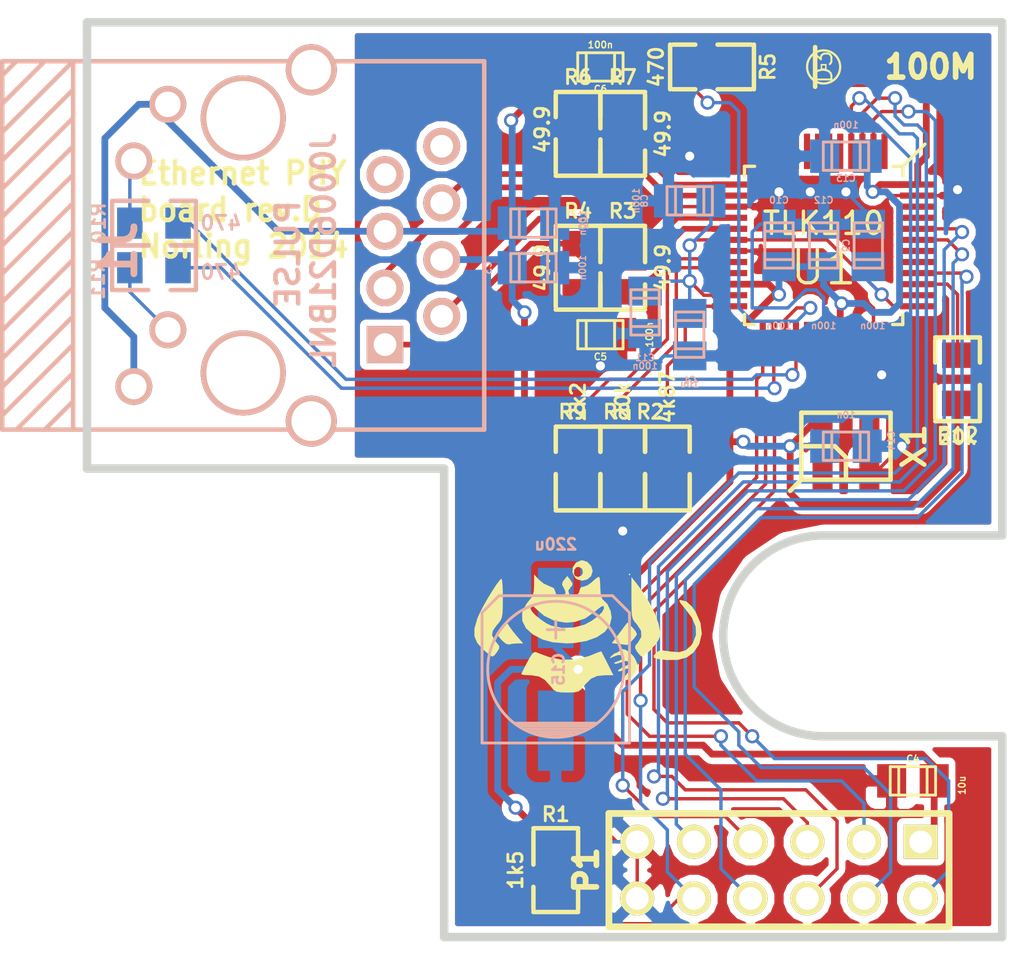
<source format=kicad_pcb>
(kicad_pcb (version 3) (host pcbnew "(2013-jul-07)-stable")

  (general
    (links 84)
    (no_connects 0)
    (area 144.950999 26.62215 192.62865 71.162)
    (thickness 1.6002)
    (drawings 15)
    (tracks 517)
    (zones 0)
    (modules 32)
    (nets 28)
  )

  (page A4)
  (layers
    (15 Front signal)
    (0 Back signal)
    (16 B.Adhes user)
    (17 F.Adhes user)
    (18 B.Paste user)
    (19 F.Paste user)
    (20 B.SilkS user)
    (21 F.SilkS user hide)
    (22 B.Mask user)
    (23 F.Mask user)
    (24 Dwgs.User user)
    (25 Cmts.User user)
    (26 Eco1.User user)
    (27 Eco2.User user)
    (28 Edge.Cuts user)
  )

  (setup
    (last_trace_width 0.1524)
    (user_trace_width 0.254)
    (user_trace_width 0.508)
    (trace_clearance 0.1524)
    (zone_clearance 0.3)
    (zone_45_only no)
    (trace_min 0.1524)
    (segment_width 0.1524)
    (edge_width 0.381)
    (via_size 0.635)
    (via_drill 0.4064)
    (via_min_size 0.635)
    (via_min_drill 0.3302)
    (uvia_size 0.508)
    (uvia_drill 0.127)
    (uvias_allowed no)
    (uvia_min_size 0.508)
    (uvia_min_drill 0.127)
    (pcb_text_width 0.3048)
    (pcb_text_size 1.016 1.016)
    (mod_edge_width 0.2032)
    (mod_text_size 1.524 1.524)
    (mod_text_width 0.3048)
    (pad_size 7 7)
    (pad_drill 6.5)
    (pad_to_mask_clearance 0.1524)
    (aux_axis_origin 0 0)
    (visible_elements FFFCFF7F)
    (pcbplotparams
      (layerselection 284196865)
      (usegerberextensions true)
      (excludeedgelayer true)
      (linewidth 0.150000)
      (plotframeref false)
      (viasonmask false)
      (mode 1)
      (useauxorigin false)
      (hpglpennumber 1)
      (hpglpenspeed 20)
      (hpglpendiameter 15)
      (hpglpenoverlay 0)
      (psnegative false)
      (psa4output false)
      (plotreference false)
      (plotvalue true)
      (plotothertext false)
      (plotinvisibletext false)
      (padsonsilk false)
      (subtractmaskfromsilk false)
      (outputformat 1)
      (mirror false)
      (drillshape 0)
      (scaleselection 1)
      (outputdirectory gerber/))
  )

  (net 0 "")
  (net 1 +3.3V)
  (net 2 /ETH_CLK)
  (net 3 /ETH_CRS)
  (net 4 /ETH_MDC)
  (net 5 /ETH_MDIO)
  (net 6 /ETH_RxD0)
  (net 7 /ETH_RxD1)
  (net 8 /ETH_TX_EN)
  (net 9 /ETH_TxD0)
  (net 10 /ETH_TxD1)
  (net 11 /LED1)
  (net 12 /LED2)
  (net 13 /LED3)
  (net 14 /OSC)
  (net 15 /PFB)
  (net 16 /RD+)
  (net 17 /RD-)
  (net 18 /RMII_MODE)
  (net 19 /TD+)
  (net 20 /TD-)
  (net 21 GND)
  (net 22 N-0000029)
  (net 23 N-0000031)
  (net 24 N-0000034)
  (net 25 N-0000037)
  (net 26 N-0000038)
  (net 27 N-0000039)

  (net_class Default "This is the default net class."
    (clearance 0.1524)
    (trace_width 0.1524)
    (via_dia 0.635)
    (via_drill 0.4064)
    (uvia_dia 0.508)
    (uvia_drill 0.127)
    (add_net "")
    (add_net /ETH_CLK)
    (add_net /ETH_CRS)
    (add_net /ETH_MDC)
    (add_net /ETH_MDIO)
    (add_net /ETH_RxD0)
    (add_net /ETH_RxD1)
    (add_net /ETH_TX_EN)
    (add_net /ETH_TxD0)
    (add_net /ETH_TxD1)
    (add_net /LED1)
    (add_net /LED2)
    (add_net /LED3)
    (add_net /OSC)
    (add_net /PFB)
    (add_net /RMII_MODE)
    (add_net GND)
    (add_net N-0000029)
    (add_net N-0000031)
    (add_net N-0000034)
    (add_net N-0000037)
    (add_net N-0000038)
    (add_net N-0000039)
  )

  (net_class Supply ""
    (clearance 0.1524)
    (trace_width 0.3048)
    (via_dia 0.635)
    (via_drill 0.4064)
    (uvia_dia 0.508)
    (uvia_drill 0.127)
    (add_net +3.3V)
  )

  (net_class ethsignal ""
    (clearance 0.1524)
    (trace_width 0.254)
    (via_dia 0.8001)
    (via_drill 0.59944)
    (uvia_dia 0.508)
    (uvia_drill 0.127)
    (add_net /RD+)
    (add_net /RD-)
    (add_net /TD+)
    (add_net /TD-)
  )

  (module LED-1206 (layer Front) (tedit 5391918F) (tstamp 51C09C6C)
    (at 182 30 180)
    (descr "LED 1206 smd package")
    (tags "LED1206 SMD")
    (path /51BA032C)
    (attr smd)
    (fp_text reference D3 (at 0 0 270) (layer F.SilkS)
      (effects (font (size 0.762 0.762) (thickness 0.0889)))
    )
    (fp_text value LED (at 0 2.8 180) (layer F.SilkS) hide
      (effects (font (size 0.762 0.762) (thickness 0.0889)))
    )
    (fp_line (start 0.381 -0.889) (end 0.381 0.889) (layer F.SilkS) (width 0.2032))
    (fp_line (start -0.09906 0.09906) (end 0.09906 0.09906) (layer F.SilkS) (width 0.06604))
    (fp_line (start 0.09906 0.09906) (end 0.09906 -0.09906) (layer F.SilkS) (width 0.06604))
    (fp_line (start -0.09906 -0.09906) (end 0.09906 -0.09906) (layer F.SilkS) (width 0.06604))
    (fp_line (start -0.09906 0.09906) (end -0.09906 -0.09906) (layer F.SilkS) (width 0.06604))
    (fp_arc (start 0 0) (end 0.54864 0.49784) (angle 95.4) (layer F.SilkS) (width 0.1016))
    (fp_arc (start 0 0) (end -0.54864 0.49784) (angle 84.5) (layer F.SilkS) (width 0.1016))
    (fp_arc (start 0 0) (end -0.54864 -0.49784) (angle 95.4) (layer F.SilkS) (width 0.1016))
    (fp_arc (start 0 0) (end 0.54864 -0.49784) (angle 84.5) (layer F.SilkS) (width 0.1016))
    (pad 1 smd rect (at -1.41986 0 180) (size 1.59766 1.80086)
      (layers Front F.Paste F.Mask)
      (net 1 +3.3V)
    )
    (pad 2 smd rect (at 1.41986 0 180) (size 1.59766 1.80086)
      (layers Front F.Paste F.Mask)
      (net 13 /LED3)
    )
  )

  (module pin_array_6x2 (layer Front) (tedit 53919194) (tstamp 5390A291)
    (at 180 66 180)
    (descr "Double rangee de contacts 2 x 6 pins")
    (tags CONN)
    (path /51B9FF2B)
    (fp_text reference P1 (at 8.636 0 270) (layer F.SilkS)
      (effects (font (size 1.016 1.016) (thickness 0.254)))
    )
    (fp_text value CONN_6X2 (at 0 -4.4 180) (layer F.SilkS) hide
      (effects (font (size 1.016 1.016) (thickness 0.2032)))
    )
    (fp_line (start -7.62 -2.54) (end 7.62 -2.54) (layer F.SilkS) (width 0.3048))
    (fp_line (start 7.62 -2.54) (end 7.62 2.54) (layer F.SilkS) (width 0.3048))
    (fp_line (start 7.62 2.54) (end -7.62 2.54) (layer F.SilkS) (width 0.3048))
    (fp_line (start -7.62 2.54) (end -7.62 -2.54) (layer F.SilkS) (width 0.3048))
    (pad 1 thru_hole rect (at -6.35 1.27 180) (size 1.524 1.524) (drill 1.016)
      (layers *.Cu *.Mask F.SilkS)
      (net 1 +3.3V)
    )
    (pad 2 thru_hole circle (at -6.35 -1.27 180) (size 1.524 1.524) (drill 1.016)
      (layers *.Cu *.Mask F.SilkS)
      (net 4 /ETH_MDC)
    )
    (pad 3 thru_hole circle (at -3.81 1.27 180) (size 1.524 1.524) (drill 1.016)
      (layers *.Cu *.Mask F.SilkS)
      (net 2 /ETH_CLK)
    )
    (pad 4 thru_hole circle (at -3.81 -1.27 180) (size 1.524 1.524) (drill 1.016)
      (layers *.Cu *.Mask F.SilkS)
      (net 3 /ETH_CRS)
    )
    (pad 5 thru_hole circle (at -1.27 1.27 180) (size 1.524 1.524) (drill 1.016)
      (layers *.Cu *.Mask F.SilkS)
      (net 8 /ETH_TX_EN)
    )
    (pad 6 thru_hole circle (at -1.27 -1.27 180) (size 1.524 1.524) (drill 1.016)
      (layers *.Cu *.Mask F.SilkS)
      (net 9 /ETH_TxD0)
    )
    (pad 7 thru_hole circle (at 1.27 1.27 180) (size 1.524 1.524) (drill 1.016)
      (layers *.Cu *.Mask F.SilkS)
      (net 10 /ETH_TxD1)
    )
    (pad 8 thru_hole circle (at 1.27 -1.27 180) (size 1.524 1.524) (drill 1.016)
      (layers *.Cu *.Mask F.SilkS)
      (net 6 /ETH_RxD0)
    )
    (pad 9 thru_hole circle (at 3.81 1.27 180) (size 1.524 1.524) (drill 1.016)
      (layers *.Cu *.Mask F.SilkS)
      (net 7 /ETH_RxD1)
    )
    (pad 10 thru_hole circle (at 3.81 -1.27 180) (size 1.524 1.524) (drill 1.016)
      (layers *.Cu *.Mask F.SilkS)
      (net 5 /ETH_MDIO)
    )
    (pad 11 thru_hole circle (at 6.35 1.27 180) (size 1.524 1.524) (drill 1.016)
      (layers *.Cu *.Mask F.SilkS)
      (net 21 GND)
    )
    (pad 12 thru_hole circle (at 6.35 -1.27 180) (size 1.524 1.524) (drill 1.016)
      (layers *.Cu *.Mask F.SilkS)
      (net 21 GND)
    )
    (model pin_array/pins_array_6x2.wrl
      (at (xyz 0 0 0))
      (scale (xyz 1 1 1))
      (rotate (xyz 0 0 0))
    )
  )

  (module c_0805 (layer Back) (tedit 53919258) (tstamp 51BA0748)
    (at 176 42 90)
    (descr "SMT capacitor, 0805")
    (path /51BA046D)
    (fp_text reference C1 (at -2.032 0 180) (layer B.SilkS)
      (effects (font (size 0.29972 0.29972) (thickness 0.06096)) (justify mirror))
    )
    (fp_text value 10u (at -2.2 0 180) (layer B.SilkS)
      (effects (font (size 0.29972 0.29972) (thickness 0.06096)) (justify mirror))
    )
    (fp_line (start 0.635 0.635) (end 0.635 -0.635) (layer B.SilkS) (width 0.127))
    (fp_line (start -0.635 0.635) (end -0.635 -0.6096) (layer B.SilkS) (width 0.127))
    (fp_line (start -1.016 0.635) (end 1.016 0.635) (layer B.SilkS) (width 0.127))
    (fp_line (start 1.016 0.635) (end 1.016 -0.635) (layer B.SilkS) (width 0.127))
    (fp_line (start 1.016 -0.635) (end -1.016 -0.635) (layer B.SilkS) (width 0.127))
    (fp_line (start -1.016 -0.635) (end -1.016 0.635) (layer B.SilkS) (width 0.127))
    (pad 1 smd rect (at 0.9525 0 90) (size 1.30048 1.4986)
      (layers Back B.Paste B.Mask)
      (net 15 /PFB)
    )
    (pad 2 smd rect (at -0.9525 0 90) (size 1.30048 1.4986)
      (layers Back B.Paste B.Mask)
      (net 21 GND)
    )
    (model smd/capacitors/c_0805.wrl
      (at (xyz 0 0 0))
      (scale (xyz 1 1 1))
      (rotate (xyz 0 0 0))
    )
  )

  (module c_0805 (layer Back) (tedit 53919245) (tstamp 51BA073E)
    (at 169 37 180)
    (descr "SMT capacitor, 0805")
    (path /51BF40AB)
    (fp_text reference C2 (at -2.286 0 270) (layer B.SilkS)
      (effects (font (size 0.29972 0.29972) (thickness 0.06096)) (justify mirror))
    )
    (fp_text value 100n (at -2.2 0 270) (layer B.SilkS)
      (effects (font (size 0.29972 0.29972) (thickness 0.06096)) (justify mirror))
    )
    (fp_line (start 0.635 0.635) (end 0.635 -0.635) (layer B.SilkS) (width 0.127))
    (fp_line (start -0.635 0.635) (end -0.635 -0.6096) (layer B.SilkS) (width 0.127))
    (fp_line (start -1.016 0.635) (end 1.016 0.635) (layer B.SilkS) (width 0.127))
    (fp_line (start 1.016 0.635) (end 1.016 -0.635) (layer B.SilkS) (width 0.127))
    (fp_line (start 1.016 -0.635) (end -1.016 -0.635) (layer B.SilkS) (width 0.127))
    (fp_line (start -1.016 -0.635) (end -1.016 0.635) (layer B.SilkS) (width 0.127))
    (pad 1 smd rect (at 0.9525 0 180) (size 1.30048 1.4986)
      (layers Back B.Paste B.Mask)
      (net 1 +3.3V)
    )
    (pad 2 smd rect (at -0.9525 0 180) (size 1.30048 1.4986)
      (layers Back B.Paste B.Mask)
      (net 21 GND)
    )
    (model smd/capacitors/c_0805.wrl
      (at (xyz 0 0 0))
      (scale (xyz 1 1 1))
      (rotate (xyz 0 0 0))
    )
  )

  (module c_0805 (layer Back) (tedit 53919241) (tstamp 51BA0740)
    (at 169 39 180)
    (descr "SMT capacitor, 0805")
    (path /51BF40AF)
    (fp_text reference C3 (at 2.032 0 270) (layer B.SilkS)
      (effects (font (size 0.29972 0.29972) (thickness 0.06096)) (justify mirror))
    )
    (fp_text value 100n (at -2.2 0 270) (layer B.SilkS)
      (effects (font (size 0.29972 0.29972) (thickness 0.06096)) (justify mirror))
    )
    (fp_line (start 0.635 0.635) (end 0.635 -0.635) (layer B.SilkS) (width 0.127))
    (fp_line (start -0.635 0.635) (end -0.635 -0.6096) (layer B.SilkS) (width 0.127))
    (fp_line (start -1.016 0.635) (end 1.016 0.635) (layer B.SilkS) (width 0.127))
    (fp_line (start 1.016 0.635) (end 1.016 -0.635) (layer B.SilkS) (width 0.127))
    (fp_line (start 1.016 -0.635) (end -1.016 -0.635) (layer B.SilkS) (width 0.127))
    (fp_line (start -1.016 -0.635) (end -1.016 0.635) (layer B.SilkS) (width 0.127))
    (pad 1 smd rect (at 0.9525 0 180) (size 1.30048 1.4986)
      (layers Back B.Paste B.Mask)
      (net 1 +3.3V)
    )
    (pad 2 smd rect (at -0.9525 0 180) (size 1.30048 1.4986)
      (layers Back B.Paste B.Mask)
      (net 21 GND)
    )
    (model smd/capacitors/c_0805.wrl
      (at (xyz 0 0 0))
      (scale (xyz 1 1 1))
      (rotate (xyz 0 0 0))
    )
  )

  (module c_0805 (layer Front) (tedit 539190E0) (tstamp 5391911F)
    (at 186 62)
    (descr "SMT capacitor, 0805")
    (path /51BF3D6E)
    (fp_text reference C4 (at 0 -0.9906) (layer F.SilkS)
      (effects (font (size 0.29972 0.29972) (thickness 0.06096)))
    )
    (fp_text value 10u (at 2.2 0.2 90) (layer F.SilkS)
      (effects (font (size 0.29972 0.29972) (thickness 0.06096)))
    )
    (fp_line (start 0.635 -0.635) (end 0.635 0.635) (layer F.SilkS) (width 0.127))
    (fp_line (start -0.635 -0.635) (end -0.635 0.6096) (layer F.SilkS) (width 0.127))
    (fp_line (start -1.016 -0.635) (end 1.016 -0.635) (layer F.SilkS) (width 0.127))
    (fp_line (start 1.016 -0.635) (end 1.016 0.635) (layer F.SilkS) (width 0.127))
    (fp_line (start 1.016 0.635) (end -1.016 0.635) (layer F.SilkS) (width 0.127))
    (fp_line (start -1.016 0.635) (end -1.016 -0.635) (layer F.SilkS) (width 0.127))
    (pad 1 smd rect (at 0.9525 0) (size 1.30048 1.4986)
      (layers Front F.Paste F.Mask)
      (net 1 +3.3V)
    )
    (pad 2 smd rect (at -0.9525 0) (size 1.30048 1.4986)
      (layers Front F.Paste F.Mask)
      (net 21 GND)
    )
    (model smd/capacitors/c_0805.wrl
      (at (xyz 0 0 0))
      (scale (xyz 1 1 1))
      (rotate (xyz 0 0 0))
    )
  )

  (module c_0805 (layer Front) (tedit 539191C2) (tstamp 51BA0744)
    (at 172 42 180)
    (descr "SMT capacitor, 0805")
    (path /51BF3FA6)
    (fp_text reference C5 (at 0 -0.9906 180) (layer F.SilkS)
      (effects (font (size 0.29972 0.29972) (thickness 0.06096)))
    )
    (fp_text value 100n (at -2.2 0 270) (layer F.SilkS)
      (effects (font (size 0.29972 0.29972) (thickness 0.06096)))
    )
    (fp_line (start 0.635 -0.635) (end 0.635 0.635) (layer F.SilkS) (width 0.127))
    (fp_line (start -0.635 -0.635) (end -0.635 0.6096) (layer F.SilkS) (width 0.127))
    (fp_line (start -1.016 -0.635) (end 1.016 -0.635) (layer F.SilkS) (width 0.127))
    (fp_line (start 1.016 -0.635) (end 1.016 0.635) (layer F.SilkS) (width 0.127))
    (fp_line (start 1.016 0.635) (end -1.016 0.635) (layer F.SilkS) (width 0.127))
    (fp_line (start -1.016 0.635) (end -1.016 -0.635) (layer F.SilkS) (width 0.127))
    (pad 1 smd rect (at 0.9525 0 180) (size 1.30048 1.4986)
      (layers Front F.Paste F.Mask)
      (net 1 +3.3V)
    )
    (pad 2 smd rect (at -0.9525 0 180) (size 1.30048 1.4986)
      (layers Front F.Paste F.Mask)
      (net 21 GND)
    )
    (model smd/capacitors/c_0805.wrl
      (at (xyz 0 0 0))
      (scale (xyz 1 1 1))
      (rotate (xyz 0 0 0))
    )
  )

  (module c_0805 (layer Front) (tedit 53919180) (tstamp 51BA0746)
    (at 172 30 180)
    (descr "SMT capacitor, 0805")
    (path /51BF4004)
    (fp_text reference C6 (at 0 -0.9906 180) (layer F.SilkS)
      (effects (font (size 0.29972 0.29972) (thickness 0.06096)))
    )
    (fp_text value 100n (at 0 0.9906 180) (layer F.SilkS)
      (effects (font (size 0.29972 0.29972) (thickness 0.06096)))
    )
    (fp_line (start 0.635 -0.635) (end 0.635 0.635) (layer F.SilkS) (width 0.127))
    (fp_line (start -0.635 -0.635) (end -0.635 0.6096) (layer F.SilkS) (width 0.127))
    (fp_line (start -1.016 -0.635) (end 1.016 -0.635) (layer F.SilkS) (width 0.127))
    (fp_line (start 1.016 -0.635) (end 1.016 0.635) (layer F.SilkS) (width 0.127))
    (fp_line (start 1.016 0.635) (end -1.016 0.635) (layer F.SilkS) (width 0.127))
    (fp_line (start -1.016 0.635) (end -1.016 -0.635) (layer F.SilkS) (width 0.127))
    (pad 1 smd rect (at 0.9525 0 180) (size 1.30048 1.4986)
      (layers Front F.Paste F.Mask)
      (net 1 +3.3V)
    )
    (pad 2 smd rect (at -0.9525 0 180) (size 1.30048 1.4986)
      (layers Front F.Paste F.Mask)
      (net 21 GND)
    )
    (model smd/capacitors/c_0805.wrl
      (at (xyz 0 0 0))
      (scale (xyz 1 1 1))
      (rotate (xyz 0 0 0))
    )
  )

  (module c_0805 (layer Back) (tedit 53919304) (tstamp 51BF441A)
    (at 184 38 270)
    (descr "SMT capacitor, 0805")
    (path /51BF3C63)
    (fp_text reference C9 (at 0 0.9906 270) (layer B.SilkS)
      (effects (font (size 0.29972 0.29972) (thickness 0.06096)) (justify mirror))
    )
    (fp_text value 100n (at 3.6 -0.2 360) (layer B.SilkS)
      (effects (font (size 0.29972 0.29972) (thickness 0.06096)) (justify mirror))
    )
    (fp_line (start 0.635 0.635) (end 0.635 -0.635) (layer B.SilkS) (width 0.127))
    (fp_line (start -0.635 0.635) (end -0.635 -0.6096) (layer B.SilkS) (width 0.127))
    (fp_line (start -1.016 0.635) (end 1.016 0.635) (layer B.SilkS) (width 0.127))
    (fp_line (start 1.016 0.635) (end 1.016 -0.635) (layer B.SilkS) (width 0.127))
    (fp_line (start 1.016 -0.635) (end -1.016 -0.635) (layer B.SilkS) (width 0.127))
    (fp_line (start -1.016 -0.635) (end -1.016 0.635) (layer B.SilkS) (width 0.127))
    (pad 1 smd rect (at 0.9525 0 270) (size 1.30048 1.4986)
      (layers Back B.Paste B.Mask)
      (net 15 /PFB)
    )
    (pad 2 smd rect (at -0.9525 0 270) (size 1.30048 1.4986)
      (layers Back B.Paste B.Mask)
      (net 21 GND)
    )
    (model smd/capacitors/c_0805.wrl
      (at (xyz 0 0 0))
      (scale (xyz 1 1 1))
      (rotate (xyz 0 0 0))
    )
  )

  (module c_0805 (layer Back) (tedit 539192FF) (tstamp 51BF441C)
    (at 180 38 270)
    (descr "SMT capacitor, 0805")
    (path /51BF3D12)
    (fp_text reference C10 (at -2.032 0 360) (layer B.SilkS)
      (effects (font (size 0.29972 0.29972) (thickness 0.06096)) (justify mirror))
    )
    (fp_text value 100n (at 3.6 0 360) (layer B.SilkS)
      (effects (font (size 0.29972 0.29972) (thickness 0.06096)) (justify mirror))
    )
    (fp_line (start 0.635 0.635) (end 0.635 -0.635) (layer B.SilkS) (width 0.127))
    (fp_line (start -0.635 0.635) (end -0.635 -0.6096) (layer B.SilkS) (width 0.127))
    (fp_line (start -1.016 0.635) (end 1.016 0.635) (layer B.SilkS) (width 0.127))
    (fp_line (start 1.016 0.635) (end 1.016 -0.635) (layer B.SilkS) (width 0.127))
    (fp_line (start 1.016 -0.635) (end -1.016 -0.635) (layer B.SilkS) (width 0.127))
    (fp_line (start -1.016 -0.635) (end -1.016 0.635) (layer B.SilkS) (width 0.127))
    (pad 1 smd rect (at 0.9525 0 270) (size 1.30048 1.4986)
      (layers Back B.Paste B.Mask)
      (net 1 +3.3V)
    )
    (pad 2 smd rect (at -0.9525 0 270) (size 1.30048 1.4986)
      (layers Back B.Paste B.Mask)
      (net 21 GND)
    )
    (model smd/capacitors/c_0805.wrl
      (at (xyz 0 0 0))
      (scale (xyz 1 1 1))
      (rotate (xyz 0 0 0))
    )
  )

  (module c_0805 (layer Back) (tedit 5391925B) (tstamp 51BF441E)
    (at 174 41 90)
    (descr "SMT capacitor, 0805")
    (path /51BF3C0E)
    (fp_text reference C11 (at -2.032 0 180) (layer B.SilkS)
      (effects (font (size 0.29972 0.29972) (thickness 0.06096)) (justify mirror))
    )
    (fp_text value 100n (at -2.4 0 180) (layer B.SilkS)
      (effects (font (size 0.29972 0.29972) (thickness 0.06096)) (justify mirror))
    )
    (fp_line (start 0.635 0.635) (end 0.635 -0.635) (layer B.SilkS) (width 0.127))
    (fp_line (start -0.635 0.635) (end -0.635 -0.6096) (layer B.SilkS) (width 0.127))
    (fp_line (start -1.016 0.635) (end 1.016 0.635) (layer B.SilkS) (width 0.127))
    (fp_line (start 1.016 0.635) (end 1.016 -0.635) (layer B.SilkS) (width 0.127))
    (fp_line (start 1.016 -0.635) (end -1.016 -0.635) (layer B.SilkS) (width 0.127))
    (fp_line (start -1.016 -0.635) (end -1.016 0.635) (layer B.SilkS) (width 0.127))
    (pad 1 smd rect (at 0.9525 0 90) (size 1.30048 1.4986)
      (layers Back B.Paste B.Mask)
      (net 15 /PFB)
    )
    (pad 2 smd rect (at -0.9525 0 90) (size 1.30048 1.4986)
      (layers Back B.Paste B.Mask)
      (net 21 GND)
    )
    (model smd/capacitors/c_0805.wrl
      (at (xyz 0 0 0))
      (scale (xyz 1 1 1))
      (rotate (xyz 0 0 0))
    )
  )

  (module c_0805 (layer Back) (tedit 53919302) (tstamp 51BF4420)
    (at 182 38 270)
    (descr "SMT capacitor, 0805")
    (path /51BF3D2A)
    (fp_text reference C12 (at -2.032 0 360) (layer B.SilkS)
      (effects (font (size 0.29972 0.29972) (thickness 0.06096)) (justify mirror))
    )
    (fp_text value 100n (at 3.6 0 360) (layer B.SilkS)
      (effects (font (size 0.29972 0.29972) (thickness 0.06096)) (justify mirror))
    )
    (fp_line (start 0.635 0.635) (end 0.635 -0.635) (layer B.SilkS) (width 0.127))
    (fp_line (start -0.635 0.635) (end -0.635 -0.6096) (layer B.SilkS) (width 0.127))
    (fp_line (start -1.016 0.635) (end 1.016 0.635) (layer B.SilkS) (width 0.127))
    (fp_line (start 1.016 0.635) (end 1.016 -0.635) (layer B.SilkS) (width 0.127))
    (fp_line (start 1.016 -0.635) (end -1.016 -0.635) (layer B.SilkS) (width 0.127))
    (fp_line (start -1.016 -0.635) (end -1.016 0.635) (layer B.SilkS) (width 0.127))
    (pad 1 smd rect (at 0.9525 0 270) (size 1.30048 1.4986)
      (layers Back B.Paste B.Mask)
      (net 1 +3.3V)
    )
    (pad 2 smd rect (at -0.9525 0 270) (size 1.30048 1.4986)
      (layers Back B.Paste B.Mask)
      (net 21 GND)
    )
    (model smd/capacitors/c_0805.wrl
      (at (xyz 0 0 0))
      (scale (xyz 1 1 1))
      (rotate (xyz 0 0 0))
    )
  )

  (module c_0805 (layer Back) (tedit 5391930D) (tstamp 51BF4422)
    (at 183 34)
    (descr "SMT capacitor, 0805")
    (path /51BF3D2C)
    (fp_text reference C13 (at 0 0.9906) (layer B.SilkS)
      (effects (font (size 0.29972 0.29972) (thickness 0.06096)) (justify mirror))
    )
    (fp_text value 100n (at 0 -1.4) (layer B.SilkS)
      (effects (font (size 0.29972 0.29972) (thickness 0.06096)) (justify mirror))
    )
    (fp_line (start 0.635 0.635) (end 0.635 -0.635) (layer B.SilkS) (width 0.127))
    (fp_line (start -0.635 0.635) (end -0.635 -0.6096) (layer B.SilkS) (width 0.127))
    (fp_line (start -1.016 0.635) (end 1.016 0.635) (layer B.SilkS) (width 0.127))
    (fp_line (start 1.016 0.635) (end 1.016 -0.635) (layer B.SilkS) (width 0.127))
    (fp_line (start 1.016 -0.635) (end -1.016 -0.635) (layer B.SilkS) (width 0.127))
    (fp_line (start -1.016 -0.635) (end -1.016 0.635) (layer B.SilkS) (width 0.127))
    (pad 1 smd rect (at 0.9525 0) (size 1.30048 1.4986)
      (layers Back B.Paste B.Mask)
      (net 1 +3.3V)
    )
    (pad 2 smd rect (at -0.9525 0) (size 1.30048 1.4986)
      (layers Back B.Paste B.Mask)
      (net 21 GND)
    )
    (model smd/capacitors/c_0805.wrl
      (at (xyz 0 0 0))
      (scale (xyz 1 1 1))
      (rotate (xyz 0 0 0))
    )
  )

  (module c_0805 (layer Back) (tedit 5391926F) (tstamp 51BF4424)
    (at 183 47 180)
    (descr "SMT capacitor, 0805")
    (path /51BF30CF)
    (fp_text reference C14 (at -2.032 0.254 450) (layer B.SilkS)
      (effects (font (size 0.29972 0.29972) (thickness 0.06096)) (justify mirror))
    )
    (fp_text value 10n (at 0 1.4 180) (layer B.SilkS)
      (effects (font (size 0.29972 0.29972) (thickness 0.06096)) (justify mirror))
    )
    (fp_line (start 0.635 0.635) (end 0.635 -0.635) (layer B.SilkS) (width 0.127))
    (fp_line (start -0.635 0.635) (end -0.635 -0.6096) (layer B.SilkS) (width 0.127))
    (fp_line (start -1.016 0.635) (end 1.016 0.635) (layer B.SilkS) (width 0.127))
    (fp_line (start 1.016 0.635) (end 1.016 -0.635) (layer B.SilkS) (width 0.127))
    (fp_line (start 1.016 -0.635) (end -1.016 -0.635) (layer B.SilkS) (width 0.127))
    (fp_line (start -1.016 -0.635) (end -1.016 0.635) (layer B.SilkS) (width 0.127))
    (pad 1 smd rect (at 0.9525 0 180) (size 1.30048 1.4986)
      (layers Back B.Paste B.Mask)
      (net 1 +3.3V)
    )
    (pad 2 smd rect (at -0.9525 0 180) (size 1.30048 1.4986)
      (layers Back B.Paste B.Mask)
      (net 21 GND)
    )
    (model smd/capacitors/c_0805.wrl
      (at (xyz 0 0 0))
      (scale (xyz 1 1 1))
      (rotate (xyz 0 0 0))
    )
  )

  (module c_0805 (layer Back) (tedit 5391924B) (tstamp 51BF4426)
    (at 176 36)
    (descr "SMT capacitor, 0805")
    (path /51BF3C5F)
    (fp_text reference C8 (at -2.032 0 90) (layer B.SilkS)
      (effects (font (size 0.29972 0.29972) (thickness 0.06096)) (justify mirror))
    )
    (fp_text value 100n (at -2.4 0 90) (layer B.SilkS)
      (effects (font (size 0.29972 0.29972) (thickness 0.06096)) (justify mirror))
    )
    (fp_line (start 0.635 0.635) (end 0.635 -0.635) (layer B.SilkS) (width 0.127))
    (fp_line (start -0.635 0.635) (end -0.635 -0.6096) (layer B.SilkS) (width 0.127))
    (fp_line (start -1.016 0.635) (end 1.016 0.635) (layer B.SilkS) (width 0.127))
    (fp_line (start 1.016 0.635) (end 1.016 -0.635) (layer B.SilkS) (width 0.127))
    (fp_line (start 1.016 -0.635) (end -1.016 -0.635) (layer B.SilkS) (width 0.127))
    (fp_line (start -1.016 -0.635) (end -1.016 0.635) (layer B.SilkS) (width 0.127))
    (pad 1 smd rect (at 0.9525 0) (size 1.30048 1.4986)
      (layers Back B.Paste B.Mask)
      (net 15 /PFB)
    )
    (pad 2 smd rect (at -0.9525 0) (size 1.30048 1.4986)
      (layers Back B.Paste B.Mask)
      (net 21 GND)
    )
    (model smd/capacitors/c_0805.wrl
      (at (xyz 0 0 0))
      (scale (xyz 1 1 1))
      (rotate (xyz 0 0 0))
    )
  )

  (module c_elec_6.3x5.3 (layer Back) (tedit 5391927D) (tstamp 52596623)
    (at 170 57 90)
    (descr "SMT capacitor, aluminium electrolytic, 6.3x5.3")
    (path /51C087FE)
    (fp_text reference C15 (at 0 0.127 90) (layer B.SilkS)
      (effects (font (size 0.50038 0.50038) (thickness 0.11938)) (justify mirror))
    )
    (fp_text value 220u (at 5.6 0 180) (layer B.SilkS)
      (effects (font (size 0.50038 0.50038) (thickness 0.11938)) (justify mirror))
    )
    (fp_line (start -2.921 0.762) (end -2.921 -0.762) (layer B.SilkS) (width 0.127))
    (fp_line (start -2.794 -1.143) (end -2.794 1.143) (layer B.SilkS) (width 0.127))
    (fp_line (start -2.667 1.397) (end -2.667 -1.397) (layer B.SilkS) (width 0.127))
    (fp_line (start -2.54 -1.651) (end -2.54 1.651) (layer B.SilkS) (width 0.127))
    (fp_line (start -2.413 1.778) (end -2.413 -1.778) (layer B.SilkS) (width 0.127))
    (fp_circle (center 0 0) (end -3.048 0) (layer B.SilkS) (width 0.127))
    (fp_line (start -3.302 3.302) (end -3.302 -3.302) (layer B.SilkS) (width 0.127))
    (fp_line (start -3.302 -3.302) (end 2.54 -3.302) (layer B.SilkS) (width 0.127))
    (fp_line (start 2.54 -3.302) (end 3.302 -2.54) (layer B.SilkS) (width 0.127))
    (fp_line (start 3.302 -2.54) (end 3.302 2.54) (layer B.SilkS) (width 0.127))
    (fp_line (start 3.302 2.54) (end 2.54 3.302) (layer B.SilkS) (width 0.127))
    (fp_line (start 2.54 3.302) (end -3.302 3.302) (layer B.SilkS) (width 0.127))
    (fp_line (start 2.159 0) (end 1.397 0) (layer B.SilkS) (width 0.127))
    (fp_line (start 1.778 0.381) (end 1.778 -0.381) (layer B.SilkS) (width 0.127))
    (pad 1 smd rect (at 2.75082 0 90) (size 3.59918 1.6002)
      (layers Back B.Paste B.Mask)
      (net 1 +3.3V)
    )
    (pad 2 smd rect (at -2.75082 0 90) (size 3.59918 1.6002)
      (layers Back B.Paste B.Mask)
      (net 21 GND)
    )
    (model smd/capacitors/c_elec_6_3x5_3.wrl
      (at (xyz 0 0 0))
      (scale (xyz 1 1 1))
      (rotate (xyz 0 0 0))
    )
  )

  (module SM0805-jonas (layer Front) (tedit 539190CC) (tstamp 51BA08EA)
    (at 170 66 90)
    (path /51BA01CF)
    (attr smd)
    (fp_text reference R1 (at 2.49936 0 180) (layer F.SilkS)
      (effects (font (size 0.635 0.635) (thickness 0.127)))
    )
    (fp_text value 1k5 (at 0 -1.8 90) (layer F.SilkS)
      (effects (font (size 0.635 0.635) (thickness 0.127)))
    )
    (fp_line (start 0.24892 -1.00076) (end 1.75006 -1.00076) (layer F.SilkS) (width 0.20066))
    (fp_line (start 1.87706 -1.00076) (end 1.87706 1.00076) (layer F.SilkS) (width 0.20066))
    (fp_line (start 1.75006 1.00076) (end 0.24892 1.00076) (layer F.SilkS) (width 0.20066))
    (fp_line (start -0.7493 -1.00076) (end -1.75006 -1.00076) (layer F.SilkS) (width 0.20066))
    (fp_line (start -1.87706 -1.00076) (end -1.87706 1.00076) (layer F.SilkS) (width 0.20066))
    (fp_line (start -1.75006 1.00076) (end -0.7493 1.00076) (layer F.SilkS) (width 0.20066))
    (pad 1 smd rect (at -1.0795 0 90) (size 1.143 1.397)
      (layers Front F.Paste F.Mask)
      (net 5 /ETH_MDIO)
    )
    (pad 2 smd rect (at 1.0795 0 90) (size 1.143 1.397)
      (layers Front F.Paste F.Mask)
      (net 1 +3.3V)
    )
    (model smd/chip_cms.wrl
      (at (xyz 0 0 0))
      (scale (xyz 0.1 0.1 0.1))
      (rotate (xyz 0 0 0))
    )
  )

  (module SM0805-jonas (layer Front) (tedit 53919184) (tstamp 51BA08F2)
    (at 177 30)
    (path /51BA07B1)
    (attr smd)
    (fp_text reference R5 (at 2.49936 0 90) (layer F.SilkS)
      (effects (font (size 0.635 0.635) (thickness 0.127)))
    )
    (fp_text value 470 (at -2.49936 0 90) (layer F.SilkS)
      (effects (font (size 0.635 0.635) (thickness 0.127)))
    )
    (fp_line (start 0.24892 -1.00076) (end 1.75006 -1.00076) (layer F.SilkS) (width 0.20066))
    (fp_line (start 1.87706 -1.00076) (end 1.87706 1.00076) (layer F.SilkS) (width 0.20066))
    (fp_line (start 1.75006 1.00076) (end 0.24892 1.00076) (layer F.SilkS) (width 0.20066))
    (fp_line (start -0.7493 -1.00076) (end -1.75006 -1.00076) (layer F.SilkS) (width 0.20066))
    (fp_line (start -1.87706 -1.00076) (end -1.87706 1.00076) (layer F.SilkS) (width 0.20066))
    (fp_line (start -1.75006 1.00076) (end -0.7493 1.00076) (layer F.SilkS) (width 0.20066))
    (pad 1 smd rect (at -1.0795 0) (size 1.143 1.397)
      (layers Front F.Paste F.Mask)
      (net 26 N-0000038)
    )
    (pad 2 smd rect (at 1.0795 0) (size 1.143 1.397)
      (layers Front F.Paste F.Mask)
      (net 13 /LED3)
    )
    (model smd/chip_cms.wrl
      (at (xyz 0 0 0))
      (scale (xyz 0.1 0.1 0.1))
      (rotate (xyz 0 0 0))
    )
  )

  (module SM0805-jonas (layer Back) (tedit 53919224) (tstamp 51BF4410)
    (at 152 37 180)
    (path /51BF3A88)
    (attr smd)
    (fp_text reference R10 (at 2.49936 0 450) (layer B.SilkS)
      (effects (font (size 0.635 0.635) (thickness 0.127)) (justify mirror))
    )
    (fp_text value 470 (at -3 0 180) (layer B.SilkS)
      (effects (font (size 0.635 0.635) (thickness 0.127)) (justify mirror))
    )
    (fp_line (start 0.24892 1.00076) (end 1.75006 1.00076) (layer B.SilkS) (width 0.20066))
    (fp_line (start 1.87706 1.00076) (end 1.87706 -1.00076) (layer B.SilkS) (width 0.20066))
    (fp_line (start 1.75006 -1.00076) (end 0.24892 -1.00076) (layer B.SilkS) (width 0.20066))
    (fp_line (start -0.7493 1.00076) (end -1.75006 1.00076) (layer B.SilkS) (width 0.20066))
    (fp_line (start -1.87706 1.00076) (end -1.87706 -1.00076) (layer B.SilkS) (width 0.20066))
    (fp_line (start -1.75006 -1.00076) (end -0.7493 -1.00076) (layer B.SilkS) (width 0.20066))
    (pad 1 smd rect (at -1.0795 0 180) (size 1.143 1.397)
      (layers Back B.Paste B.Mask)
      (net 25 N-0000037)
    )
    (pad 2 smd rect (at 1.0795 0 180) (size 1.143 1.397)
      (layers Back B.Paste B.Mask)
      (net 11 /LED1)
    )
    (model smd/chip_cms.wrl
      (at (xyz 0 0 0))
      (scale (xyz 0.1 0.1 0.1))
      (rotate (xyz 0 0 0))
    )
  )

  (module SM0805-jonas (layer Back) (tedit 5391921F) (tstamp 51BF440E)
    (at 152 39 180)
    (path /51BF3A8B)
    (attr smd)
    (fp_text reference R11 (at 2.54 -0.508 450) (layer B.SilkS)
      (effects (font (size 0.635 0.635) (thickness 0.127)) (justify mirror))
    )
    (fp_text value 470 (at -3 -0.2 180) (layer B.SilkS)
      (effects (font (size 0.635 0.635) (thickness 0.127)) (justify mirror))
    )
    (fp_line (start 0.24892 1.00076) (end 1.75006 1.00076) (layer B.SilkS) (width 0.20066))
    (fp_line (start 1.87706 1.00076) (end 1.87706 -1.00076) (layer B.SilkS) (width 0.20066))
    (fp_line (start 1.75006 -1.00076) (end 0.24892 -1.00076) (layer B.SilkS) (width 0.20066))
    (fp_line (start -0.7493 1.00076) (end -1.75006 1.00076) (layer B.SilkS) (width 0.20066))
    (fp_line (start -1.87706 1.00076) (end -1.87706 -1.00076) (layer B.SilkS) (width 0.20066))
    (fp_line (start -1.75006 -1.00076) (end -0.7493 -1.00076) (layer B.SilkS) (width 0.20066))
    (pad 1 smd rect (at -1.0795 0 180) (size 1.143 1.397)
      (layers Back B.Paste B.Mask)
      (net 27 N-0000039)
    )
    (pad 2 smd rect (at 1.0795 0 180) (size 1.143 1.397)
      (layers Back B.Paste B.Mask)
      (net 12 /LED2)
    )
    (model smd/chip_cms.wrl
      (at (xyz 0 0 0))
      (scale (xyz 0.1 0.1 0.1))
      (rotate (xyz 0 0 0))
    )
  )

  (module SM0805-jonas (layer Front) (tedit 53919141) (tstamp 51BA08EC)
    (at 175 48 270)
    (path /51BA064C)
    (attr smd)
    (fp_text reference R2 (at -2.54 0.762 360) (layer F.SilkS)
      (effects (font (size 0.635 0.635) (thickness 0.127)))
    )
    (fp_text value 4k87 (at -3.2 0 270) (layer F.SilkS)
      (effects (font (size 0.635 0.635) (thickness 0.127)))
    )
    (fp_line (start 0.24892 -1.00076) (end 1.75006 -1.00076) (layer F.SilkS) (width 0.20066))
    (fp_line (start 1.87706 -1.00076) (end 1.87706 1.00076) (layer F.SilkS) (width 0.20066))
    (fp_line (start 1.75006 1.00076) (end 0.24892 1.00076) (layer F.SilkS) (width 0.20066))
    (fp_line (start -0.7493 -1.00076) (end -1.75006 -1.00076) (layer F.SilkS) (width 0.20066))
    (fp_line (start -1.87706 -1.00076) (end -1.87706 1.00076) (layer F.SilkS) (width 0.20066))
    (fp_line (start -1.75006 1.00076) (end -0.7493 1.00076) (layer F.SilkS) (width 0.20066))
    (pad 1 smd rect (at -1.0795 0 270) (size 1.143 1.397)
      (layers Front F.Paste F.Mask)
      (net 22 N-0000029)
    )
    (pad 2 smd rect (at 1.0795 0 270) (size 1.143 1.397)
      (layers Front F.Paste F.Mask)
      (net 21 GND)
    )
    (model smd/chip_cms.wrl
      (at (xyz 0 0 0))
      (scale (xyz 0.1 0.1 0.1))
      (rotate (xyz 0 0 0))
    )
  )

  (module SM0805-jonas (layer Front) (tedit 5391917A) (tstamp 51BA08EE)
    (at 173 39 90)
    (path /51BC7C82)
    (attr smd)
    (fp_text reference R3 (at 2.54 0 180) (layer F.SilkS)
      (effects (font (size 0.635 0.635) (thickness 0.127)))
    )
    (fp_text value 49.9 (at 0 1.8 90) (layer F.SilkS)
      (effects (font (size 0.635 0.635) (thickness 0.127)))
    )
    (fp_line (start 0.24892 -1.00076) (end 1.75006 -1.00076) (layer F.SilkS) (width 0.20066))
    (fp_line (start 1.87706 -1.00076) (end 1.87706 1.00076) (layer F.SilkS) (width 0.20066))
    (fp_line (start 1.75006 1.00076) (end 0.24892 1.00076) (layer F.SilkS) (width 0.20066))
    (fp_line (start -0.7493 -1.00076) (end -1.75006 -1.00076) (layer F.SilkS) (width 0.20066))
    (fp_line (start -1.87706 -1.00076) (end -1.87706 1.00076) (layer F.SilkS) (width 0.20066))
    (fp_line (start -1.75006 1.00076) (end -0.7493 1.00076) (layer F.SilkS) (width 0.20066))
    (pad 1 smd rect (at -1.0795 0 90) (size 1.143 1.397)
      (layers Front F.Paste F.Mask)
      (net 1 +3.3V)
    )
    (pad 2 smd rect (at 1.0795 0 90) (size 1.143 1.397)
      (layers Front F.Paste F.Mask)
      (net 20 /TD-)
    )
    (model smd/chip_cms.wrl
      (at (xyz 0 0 0))
      (scale (xyz 0.1 0.1 0.1))
      (rotate (xyz 0 0 0))
    )
  )

  (module SM0805-jonas (layer Front) (tedit 5391917C) (tstamp 51BA08F0)
    (at 171 39 270)
    (path /51BF3F7E)
    (attr smd)
    (fp_text reference R4 (at -2.54 0 360) (layer F.SilkS)
      (effects (font (size 0.635 0.635) (thickness 0.127)))
    )
    (fp_text value 49.9 (at 0 1.6 270) (layer F.SilkS)
      (effects (font (size 0.635 0.635) (thickness 0.127)))
    )
    (fp_line (start 0.24892 -1.00076) (end 1.75006 -1.00076) (layer F.SilkS) (width 0.20066))
    (fp_line (start 1.87706 -1.00076) (end 1.87706 1.00076) (layer F.SilkS) (width 0.20066))
    (fp_line (start 1.75006 1.00076) (end 0.24892 1.00076) (layer F.SilkS) (width 0.20066))
    (fp_line (start -0.7493 -1.00076) (end -1.75006 -1.00076) (layer F.SilkS) (width 0.20066))
    (fp_line (start -1.87706 -1.00076) (end -1.87706 1.00076) (layer F.SilkS) (width 0.20066))
    (fp_line (start -1.75006 1.00076) (end -0.7493 1.00076) (layer F.SilkS) (width 0.20066))
    (pad 1 smd rect (at -1.0795 0 270) (size 1.143 1.397)
      (layers Front F.Paste F.Mask)
      (net 19 /TD+)
    )
    (pad 2 smd rect (at 1.0795 0 270) (size 1.143 1.397)
      (layers Front F.Paste F.Mask)
      (net 1 +3.3V)
    )
    (model smd/chip_cms.wrl
      (at (xyz 0 0 0))
      (scale (xyz 0.1 0.1 0.1))
      (rotate (xyz 0 0 0))
    )
  )

  (module SM0805-jonas (layer Front) (tedit 53919176) (tstamp 51BF4416)
    (at 171 33 270)
    (path /51BF4006)
    (attr smd)
    (fp_text reference R6 (at -2.54 0 360) (layer F.SilkS)
      (effects (font (size 0.635 0.635) (thickness 0.127)))
    )
    (fp_text value 49.9 (at -0.2 1.6 270) (layer F.SilkS)
      (effects (font (size 0.635 0.635) (thickness 0.127)))
    )
    (fp_line (start 0.24892 -1.00076) (end 1.75006 -1.00076) (layer F.SilkS) (width 0.20066))
    (fp_line (start 1.87706 -1.00076) (end 1.87706 1.00076) (layer F.SilkS) (width 0.20066))
    (fp_line (start 1.75006 1.00076) (end 0.24892 1.00076) (layer F.SilkS) (width 0.20066))
    (fp_line (start -0.7493 -1.00076) (end -1.75006 -1.00076) (layer F.SilkS) (width 0.20066))
    (fp_line (start -1.87706 -1.00076) (end -1.87706 1.00076) (layer F.SilkS) (width 0.20066))
    (fp_line (start -1.75006 1.00076) (end -0.7493 1.00076) (layer F.SilkS) (width 0.20066))
    (pad 1 smd rect (at -1.0795 0 270) (size 1.143 1.397)
      (layers Front F.Paste F.Mask)
      (net 1 +3.3V)
    )
    (pad 2 smd rect (at 1.0795 0 270) (size 1.143 1.397)
      (layers Front F.Paste F.Mask)
      (net 17 /RD-)
    )
    (model smd/chip_cms.wrl
      (at (xyz 0 0 0))
      (scale (xyz 0.1 0.1 0.1))
      (rotate (xyz 0 0 0))
    )
  )

  (module SM0805-jonas (layer Front) (tedit 53919173) (tstamp 51BF4418)
    (at 173 33 90)
    (path /51BF4005)
    (attr smd)
    (fp_text reference R7 (at 2.54 0 180) (layer F.SilkS)
      (effects (font (size 0.635 0.635) (thickness 0.127)))
    )
    (fp_text value 49.9 (at 0 1.8 90) (layer F.SilkS)
      (effects (font (size 0.635 0.635) (thickness 0.127)))
    )
    (fp_line (start 0.24892 -1.00076) (end 1.75006 -1.00076) (layer F.SilkS) (width 0.20066))
    (fp_line (start 1.87706 -1.00076) (end 1.87706 1.00076) (layer F.SilkS) (width 0.20066))
    (fp_line (start 1.75006 1.00076) (end 0.24892 1.00076) (layer F.SilkS) (width 0.20066))
    (fp_line (start -0.7493 -1.00076) (end -1.75006 -1.00076) (layer F.SilkS) (width 0.20066))
    (fp_line (start -1.87706 -1.00076) (end -1.87706 1.00076) (layer F.SilkS) (width 0.20066))
    (fp_line (start -1.75006 1.00076) (end -0.7493 1.00076) (layer F.SilkS) (width 0.20066))
    (pad 1 smd rect (at -1.0795 0 90) (size 1.143 1.397)
      (layers Front F.Paste F.Mask)
      (net 16 /RD+)
    )
    (pad 2 smd rect (at 1.0795 0 90) (size 1.143 1.397)
      (layers Front F.Paste F.Mask)
      (net 1 +3.3V)
    )
    (model smd/chip_cms.wrl
      (at (xyz 0 0 0))
      (scale (xyz 0.1 0.1 0.1))
      (rotate (xyz 0 0 0))
    )
  )

  (module SM0805-jonas (layer Front) (tedit 539191B8) (tstamp 51BF4414)
    (at 173 48 270)
    (path /51BF3E50)
    (attr smd)
    (fp_text reference R8 (at -2.54 0.254 360) (layer F.SilkS)
      (effects (font (size 0.635 0.635) (thickness 0.127)))
    )
    (fp_text value 20k (at -3 0 270) (layer F.SilkS)
      (effects (font (size 0.635 0.635) (thickness 0.127)))
    )
    (fp_line (start 0.24892 -1.00076) (end 1.75006 -1.00076) (layer F.SilkS) (width 0.20066))
    (fp_line (start 1.87706 -1.00076) (end 1.87706 1.00076) (layer F.SilkS) (width 0.20066))
    (fp_line (start 1.75006 1.00076) (end 0.24892 1.00076) (layer F.SilkS) (width 0.20066))
    (fp_line (start -0.7493 -1.00076) (end -1.75006 -1.00076) (layer F.SilkS) (width 0.20066))
    (fp_line (start -1.87706 -1.00076) (end -1.87706 1.00076) (layer F.SilkS) (width 0.20066))
    (fp_line (start -1.75006 1.00076) (end -0.7493 1.00076) (layer F.SilkS) (width 0.20066))
    (pad 1 smd rect (at -1.0795 0 270) (size 1.143 1.397)
      (layers Front F.Paste F.Mask)
      (net 23 N-0000031)
    )
    (pad 2 smd rect (at 1.0795 0 270) (size 1.143 1.397)
      (layers Front F.Paste F.Mask)
      (net 1 +3.3V)
    )
    (model smd/chip_cms.wrl
      (at (xyz 0 0 0))
      (scale (xyz 0.1 0.1 0.1))
      (rotate (xyz 0 0 0))
    )
  )

  (module SM0805-jonas (layer Front) (tedit 539191B7) (tstamp 53919168)
    (at 171 48 270)
    (path /51BF3B6D)
    (attr smd)
    (fp_text reference R9 (at -2.54 0.254 360) (layer F.SilkS)
      (effects (font (size 0.635 0.635) (thickness 0.127)))
    )
    (fp_text value 2k2 (at -3 0 270) (layer F.SilkS)
      (effects (font (size 0.635 0.635) (thickness 0.127)))
    )
    (fp_line (start 0.24892 -1.00076) (end 1.75006 -1.00076) (layer F.SilkS) (width 0.20066))
    (fp_line (start 1.87706 -1.00076) (end 1.87706 1.00076) (layer F.SilkS) (width 0.20066))
    (fp_line (start 1.75006 1.00076) (end 0.24892 1.00076) (layer F.SilkS) (width 0.20066))
    (fp_line (start -0.7493 -1.00076) (end -1.75006 -1.00076) (layer F.SilkS) (width 0.20066))
    (fp_line (start -1.87706 -1.00076) (end -1.87706 1.00076) (layer F.SilkS) (width 0.20066))
    (fp_line (start -1.75006 1.00076) (end -0.7493 1.00076) (layer F.SilkS) (width 0.20066))
    (pad 1 smd rect (at -1.0795 0 270) (size 1.143 1.397)
      (layers Front F.Paste F.Mask)
      (net 24 N-0000034)
    )
    (pad 2 smd rect (at 1.0795 0 270) (size 1.143 1.397)
      (layers Front F.Paste F.Mask)
      (net 1 +3.3V)
    )
    (model smd/chip_cms.wrl
      (at (xyz 0 0 0))
      (scale (xyz 0.1 0.1 0.1))
      (rotate (xyz 0 0 0))
    )
  )

  (module SM0805-jonas (layer Front) (tedit 5391914E) (tstamp 51C0829A)
    (at 188 44 270)
    (path /51C0822B)
    (attr smd)
    (fp_text reference R12 (at 2.49936 0 360) (layer F.SilkS)
      (effects (font (size 0.635 0.635) (thickness 0.127)))
    )
    (fp_text value 20k (at 2.6 0 360) (layer F.SilkS)
      (effects (font (size 0.635 0.635) (thickness 0.127)))
    )
    (fp_line (start 0.24892 -1.00076) (end 1.75006 -1.00076) (layer F.SilkS) (width 0.20066))
    (fp_line (start 1.87706 -1.00076) (end 1.87706 1.00076) (layer F.SilkS) (width 0.20066))
    (fp_line (start 1.75006 1.00076) (end 0.24892 1.00076) (layer F.SilkS) (width 0.20066))
    (fp_line (start -0.7493 -1.00076) (end -1.75006 -1.00076) (layer F.SilkS) (width 0.20066))
    (fp_line (start -1.87706 -1.00076) (end -1.87706 1.00076) (layer F.SilkS) (width 0.20066))
    (fp_line (start -1.75006 1.00076) (end -0.7493 1.00076) (layer F.SilkS) (width 0.20066))
    (pad 1 smd rect (at -1.0795 0 270) (size 1.143 1.397)
      (layers Front F.Paste F.Mask)
      (net 18 /RMII_MODE)
    )
    (pad 2 smd rect (at 1.0795 0 270) (size 1.143 1.397)
      (layers Front F.Paste F.Mask)
      (net 1 +3.3V)
    )
    (model smd/chip_cms.wrl
      (at (xyz 0 0 0))
      (scale (xyz 0.1 0.1 0.1))
      (rotate (xyz 0 0 0))
    )
  )

  (module pulse-J0006D21BNL (layer Back) (tedit 53919237) (tstamp 51BF6418)
    (at 156 38 270)
    (path /51C08463)
    (fp_text reference J1 (at 0.254 5.588 270) (layer B.SilkS)
      (effects (font (size 1.524 1.524) (thickness 0.3048)) (justify mirror))
    )
    (fp_text value PULSE-J0006 (at -0.254 -12.192 270) (layer B.SilkS) hide
      (effects (font (size 1.524 1.524) (thickness 0.3048)) (justify mirror))
    )
    (fp_line (start 8.255 -10.795) (end -8.255 -10.795) (layer B.SilkS) (width 0.2032))
    (fp_line (start -8.255 10.16) (end -7.62 10.795) (layer B.SilkS) (width 0.2032))
    (fp_line (start 6.985 7.62) (end 8.255 8.89) (layer B.SilkS) (width 0.2032))
    (fp_line (start 5.715 7.62) (end 8.255 10.16) (layer B.SilkS) (width 0.2032))
    (fp_line (start 4.445 7.62) (end 7.62 10.795) (layer B.SilkS) (width 0.2032))
    (fp_line (start 3.175 7.62) (end 6.35 10.795) (layer B.SilkS) (width 0.2032))
    (fp_line (start 1.905 7.62) (end 5.08 10.795) (layer B.SilkS) (width 0.2032))
    (fp_line (start 0.635 7.62) (end 3.81 10.795) (layer B.SilkS) (width 0.2032))
    (fp_line (start -0.635 7.62) (end 2.54 10.795) (layer B.SilkS) (width 0.2032))
    (fp_line (start -1.905 7.62) (end 1.27 10.795) (layer B.SilkS) (width 0.2032))
    (fp_line (start -3.175 7.62) (end 0 10.795) (layer B.SilkS) (width 0.2032))
    (fp_line (start -4.445 7.62) (end -1.27 10.795) (layer B.SilkS) (width 0.2032))
    (fp_line (start -5.715 7.62) (end -2.54 10.795) (layer B.SilkS) (width 0.2032))
    (fp_line (start -6.985 7.62) (end -3.81 10.795) (layer B.SilkS) (width 0.2032))
    (fp_line (start -8.255 7.62) (end -5.08 10.795) (layer B.SilkS) (width 0.2032))
    (fp_line (start -8.255 8.89) (end -6.35 10.795) (layer B.SilkS) (width 0.2032))
    (fp_line (start 8.255 7.62) (end -8.255 7.62) (layer B.SilkS) (width 0.2032))
    (fp_line (start -8.255 10.795) (end 8.255 10.795) (layer B.SilkS) (width 0.2032))
    (fp_line (start 8.255 10.795) (end 8.255 -10.795) (layer B.SilkS) (width 0.2032))
    (fp_line (start -8.255 10.795) (end -8.255 -10.795) (layer B.SilkS) (width 0.2032))
    (pad "" thru_hole circle (at -5.715 0 270) (size 3.81 3.81) (drill 3.302)
      (layers *.Cu *.Mask B.SilkS)
    )
    (pad "" thru_hole circle (at 5.715 0 270) (size 3.81 3.81) (drill 3.302)
      (layers *.Cu *.Mask B.SilkS)
    )
    (pad 13 thru_hole circle (at -7.874 -3.048 270) (size 2.286 2.286) (drill 1.778)
      (layers *.Cu *.Mask B.SilkS)
    )
    (pad 13 thru_hole circle (at 7.874 -3.048 270) (size 2.286 2.286) (drill 1.778)
      (layers *.Cu *.Mask B.SilkS)
    )
    (pad 1 thru_hole rect (at 4.445 -6.35 270) (size 1.651 1.651) (drill 1.016)
      (layers *.Cu *.Mask B.SilkS)
      (net 19 /TD+)
    )
    (pad 2 thru_hole circle (at 3.175 -8.89 270) (size 1.651 1.651) (drill 1.016)
      (layers *.Cu *.Mask B.SilkS)
      (net 20 /TD-)
    )
    (pad 3 thru_hole circle (at 1.905 -6.35 270) (size 1.651 1.651) (drill 1.016)
      (layers *.Cu *.Mask B.SilkS)
      (net 16 /RD+)
    )
    (pad 4 thru_hole circle (at 0.635 -8.89 270) (size 1.651 1.651) (drill 1.016)
      (layers *.Cu *.Mask B.SilkS)
      (net 1 +3.3V)
    )
    (pad 5 thru_hole circle (at -0.635 -6.35 270) (size 1.651 1.651) (drill 1.016)
      (layers *.Cu *.Mask B.SilkS)
      (net 1 +3.3V)
    )
    (pad 6 thru_hole circle (at -1.905 -8.89 270) (size 1.651 1.651) (drill 1.016)
      (layers *.Cu *.Mask B.SilkS)
      (net 17 /RD-)
    )
    (pad 7 thru_hole circle (at -3.175 -6.35 270) (size 1.651 1.651) (drill 1.016)
      (layers *.Cu *.Mask B.SilkS)
    )
    (pad 8 thru_hole circle (at -4.445 -8.89 270) (size 1.651 1.651) (drill 1.016)
      (layers *.Cu *.Mask B.SilkS)
    )
    (pad 9 thru_hole circle (at 6.3246 4.9022 270) (size 1.651 1.651) (drill 1.143)
      (layers *.Cu *.Mask B.SilkS)
      (net 1 +3.3V)
    )
    (pad 10 thru_hole circle (at 3.7846 3.3782 270) (size 1.651 1.651) (drill 1.143)
      (layers *.Cu *.Mask B.SilkS)
      (net 12 /LED2)
    )
    (pad 11 thru_hole circle (at -3.7846 4.9022 270) (size 1.651 1.651) (drill 1.143)
      (layers *.Cu *.Mask B.SilkS)
      (net 11 /LED1)
    )
    (pad 12 thru_hole circle (at -6.3246 3.3782 270) (size 1.651 1.651) (drill 1.143)
      (layers *.Cu *.Mask B.SilkS)
      (net 1 +3.3V)
    )
  )

  (module oscillator-3.2x2.5 (layer Front) (tedit 539191A6) (tstamp 51BF4967)
    (at 183 47)
    (path /51BC7D2A)
    (fp_text reference X1 (at 3.048 0 90) (layer F.SilkS)
      (effects (font (size 1.016 1.016) (thickness 0.2032)))
    )
    (fp_text value ASEMB-50.000MHZ-LC-T (at 9 -1.6 90) (layer F.SilkS) hide
      (effects (font (size 0.762 0.762) (thickness 0.1905)))
    )
    (fp_line (start -2 1.5) (end -2.5 2) (layer F.SilkS) (width 0.2032))
    (fp_line (start -2 0) (end -0.5 0) (layer F.SilkS) (width 0.2032))
    (fp_line (start -0.5 0) (end 0 0.5) (layer F.SilkS) (width 0.2032))
    (fp_line (start 0 0.5) (end 0 1.5) (layer F.SilkS) (width 0.2032))
    (fp_line (start -1.99898 -1.50114) (end 1.99898 -1.50114) (layer F.SilkS) (width 0.2032))
    (fp_line (start 1.99898 -1.50114) (end 1.99898 1.50114) (layer F.SilkS) (width 0.2032))
    (fp_line (start 1.99898 1.50114) (end -1.99898 1.50114) (layer F.SilkS) (width 0.2032))
    (fp_line (start -1.99898 1.50114) (end -1.99898 -1.50114) (layer F.SilkS) (width 0.2032))
    (fp_line (start -1.6002 -1.24968) (end 1.6002 -1.24968) (layer Dwgs.User) (width 0.2032))
    (fp_line (start 1.6002 -1.24968) (end 1.6002 1.24968) (layer Dwgs.User) (width 0.2032))
    (fp_line (start 1.6002 1.24968) (end -1.6002 1.24968) (layer Dwgs.User) (width 0.2032))
    (fp_line (start -1.6002 1.24968) (end -1.6002 -1.24968) (layer Dwgs.User) (width 0.2032))
    (pad 1 smd rect (at -1.04902 1.24968) (size 0.89916 1.6002)
      (layers Front F.Paste F.Mask)
    )
    (pad 2 smd rect (at 1.04902 1.24968) (size 0.89916 1.6002)
      (layers Front F.Paste F.Mask)
      (net 21 GND)
    )
    (pad 3 smd rect (at 1.04902 -1.24968) (size 0.89916 1.6002)
      (layers Front F.Paste F.Mask)
      (net 14 /OSC)
    )
    (pad 4 smd rect (at -1.04902 -1.24968) (size 0.89916 1.6002)
      (layers Front F.Paste F.Mask)
      (net 1 +3.3V)
    )
  )

  (module QFP50P900X900-48M (layer Front) (tedit 539190B3) (tstamp 51BF49C7)
    (at 182 38 180)
    (descr "QFP-48, 0.50mm pitch")
    (path /51BC83AF)
    (fp_text reference U1 (at 0 -0.99314 180) (layer F.SilkS)
      (effects (font (size 1.48844 1.48844) (thickness 0.14986)))
    )
    (fp_text value TLK110 (at 0 0.99314 180) (layer F.SilkS)
      (effects (font (size 1 1) (thickness 0.14986)))
    )
    (fp_line (start -3.54584 -3.54584) (end -3.54584 -3.09118) (layer F.SilkS) (width 0.14986))
    (fp_line (start -3.54584 -3.54584) (end -3.09118 -3.54584) (layer F.SilkS) (width 0.14986))
    (fp_line (start -3.54584 3.54584) (end -3.09118 3.54584) (layer F.SilkS) (width 0.14986))
    (fp_line (start -3.54584 3.54584) (end -3.54584 3.09118) (layer F.SilkS) (width 0.14986))
    (fp_line (start 3.54584 3.54584) (end 3.54584 3.09118) (layer F.SilkS) (width 0.14986))
    (fp_line (start 3.54584 3.54584) (end 3.09118 3.54584) (layer F.SilkS) (width 0.14986))
    (fp_line (start 3.54584 -3.54584) (end 3.09118 -3.54584) (layer F.SilkS) (width 0.14986))
    (fp_line (start 3.54584 -3.54584) (end 3.54584 -3.09118) (layer F.SilkS) (width 0.14986))
    (fp_line (start -3.54584 3.54584) (end -4.53898 4.53898) (layer F.SilkS) (width 0.14986))
    (pad 1 smd rect (at -2.72796 4.2164 90) (size 1.5875 0.27686)
      (layers Front F.Paste F.Mask)
    )
    (pad 2 smd rect (at -2.23266 4.2164 90) (size 1.5875 0.27686)
      (layers Front F.Paste F.Mask)
      (net 8 /ETH_TX_EN)
    )
    (pad 3 smd rect (at -1.73736 4.2164 90) (size 1.5875 0.27686)
      (layers Front F.Paste F.Mask)
      (net 9 /ETH_TxD0)
    )
    (pad 4 smd rect (at -1.23952 4.2164 90) (size 1.5875 0.27686)
      (layers Front F.Paste F.Mask)
      (net 10 /ETH_TxD1)
    )
    (pad 5 smd rect (at -0.74422 4.2164 90) (size 1.5875 0.27686)
      (layers Front F.Paste F.Mask)
    )
    (pad 6 smd rect (at -0.24892 4.2164 90) (size 1.5875 0.27686)
      (layers Front F.Paste F.Mask)
    )
    (pad 7 smd rect (at 0.24892 4.2164 90) (size 1.5875 0.27686)
      (layers Front F.Paste F.Mask)
    )
    (pad 8 smd rect (at 0.74422 4.2164 90) (size 1.5875 0.27686)
      (layers Front F.Paste F.Mask)
    )
    (pad 9 smd rect (at 1.23952 4.2164 90) (size 1.5875 0.27686)
      (layers Front F.Paste F.Mask)
    )
    (pad 10 smd rect (at 1.73736 4.2164 90) (size 1.5875 0.27686)
      (layers Front F.Paste F.Mask)
    )
    (pad 11 smd rect (at 2.23266 4.2164 90) (size 1.5875 0.27686)
      (layers Front F.Paste F.Mask)
    )
    (pad 12 smd rect (at 2.72796 4.2164 90) (size 1.5875 0.27686)
      (layers Front F.Paste F.Mask)
    )
    (pad 13 smd rect (at 4.2164 2.72796 180) (size 1.5875 0.27686)
      (layers Front F.Paste F.Mask)
      (net 17 /RD-)
    )
    (pad 14 smd rect (at 4.2164 2.23266 180) (size 1.5875 0.27686)
      (layers Front F.Paste F.Mask)
      (net 16 /RD+)
    )
    (pad 15 smd rect (at 4.2164 1.73736 180) (size 1.5875 0.27686)
      (layers Front F.Paste F.Mask)
      (net 21 GND)
    )
    (pad 16 smd rect (at 4.2164 1.23952 180) (size 1.5875 0.27686)
      (layers Front F.Paste F.Mask)
      (net 20 /TD-)
    )
    (pad 17 smd rect (at 4.2164 0.74422 180) (size 1.5875 0.27686)
      (layers Front F.Paste F.Mask)
      (net 19 /TD+)
    )
    (pad 18 smd rect (at 4.2164 0.24892 180) (size 1.5875 0.27686)
      (layers Front F.Paste F.Mask)
      (net 15 /PFB)
    )
    (pad 19 smd rect (at 4.2164 -0.24892 180) (size 1.5875 0.27686)
      (layers Front F.Paste F.Mask)
      (net 21 GND)
    )
    (pad 20 smd rect (at 4.2164 -0.74422 180) (size 1.5875 0.27686)
      (layers Front F.Paste F.Mask)
      (net 24 N-0000034)
    )
    (pad 21 smd rect (at 4.2164 -1.23952 180) (size 1.5875 0.27686)
      (layers Front F.Paste F.Mask)
      (net 23 N-0000031)
    )
    (pad 22 smd rect (at 4.2164 -1.73736 180) (size 1.5875 0.27686)
      (layers Front F.Paste F.Mask)
      (net 1 +3.3V)
    )
    (pad 23 smd rect (at 4.2164 -2.23266 180) (size 1.5875 0.27686)
      (layers Front F.Paste F.Mask)
      (net 15 /PFB)
    )
    (pad 24 smd rect (at 4.2164 -2.72796 180) (size 1.5875 0.27686)
      (layers Front F.Paste F.Mask)
      (net 22 N-0000029)
    )
    (pad 25 smd rect (at 2.72796 -4.2164 270) (size 1.5875 0.27686)
      (layers Front F.Paste F.Mask)
      (net 2 /ETH_CLK)
    )
    (pad 26 smd rect (at 2.23266 -4.2164 270) (size 1.5875 0.27686)
      (layers Front F.Paste F.Mask)
      (net 27 N-0000039)
    )
    (pad 27 smd rect (at 1.73736 -4.2164 270) (size 1.5875 0.27686)
      (layers Front F.Paste F.Mask)
      (net 26 N-0000038)
    )
    (pad 28 smd rect (at 1.23952 -4.2164 270) (size 1.5875 0.27686)
      (layers Front F.Paste F.Mask)
      (net 25 N-0000037)
    )
    (pad 29 smd rect (at 0.74422 -4.2164 270) (size 1.5875 0.27686)
      (layers Front F.Paste F.Mask)
    )
    (pad 30 smd rect (at 0.24892 -4.2164 270) (size 1.5875 0.27686)
      (layers Front F.Paste F.Mask)
      (net 5 /ETH_MDIO)
    )
    (pad 31 smd rect (at -0.24892 -4.2164 270) (size 1.5875 0.27686)
      (layers Front F.Paste F.Mask)
      (net 4 /ETH_MDC)
    )
    (pad 32 smd rect (at -0.74422 -4.2164 270) (size 1.5875 0.27686)
      (layers Front F.Paste F.Mask)
      (net 1 +3.3V)
    )
    (pad 33 smd rect (at -1.23952 -4.2164 270) (size 1.5875 0.27686)
      (layers Front F.Paste F.Mask)
    )
    (pad 34 smd rect (at -1.73736 -4.2164 270) (size 1.5875 0.27686)
      (layers Front F.Paste F.Mask)
      (net 14 /OSC)
    )
    (pad 35 smd rect (at -2.23266 -4.2164 270) (size 1.5875 0.27686)
      (layers Front F.Paste F.Mask)
      (net 21 GND)
    )
    (pad 36 smd rect (at -2.72796 -4.2164 270) (size 1.5875 0.27686)
      (layers Front F.Paste F.Mask)
      (net 21 GND)
    )
    (pad 37 smd rect (at -4.2164 -2.72796) (size 1.5875 0.27686)
      (layers Front F.Paste F.Mask)
      (net 15 /PFB)
    )
    (pad 38 smd rect (at -4.2164 -2.23266) (size 1.5875 0.27686)
      (layers Front F.Paste F.Mask)
    )
    (pad 39 smd rect (at -4.2164 -1.73736) (size 1.5875 0.27686)
      (layers Front F.Paste F.Mask)
      (net 18 /RMII_MODE)
    )
    (pad 40 smd rect (at -4.2164 -1.23952) (size 1.5875 0.27686)
      (layers Front F.Paste F.Mask)
      (net 3 /ETH_CRS)
    )
    (pad 41 smd rect (at -4.2164 -0.74422) (size 1.5875 0.27686)
      (layers Front F.Paste F.Mask)
    )
    (pad 42 smd rect (at -4.2164 -0.24892) (size 1.5875 0.27686)
      (layers Front F.Paste F.Mask)
    )
    (pad 43 smd rect (at -4.2164 0.24892) (size 1.5875 0.27686)
      (layers Front F.Paste F.Mask)
      (net 6 /ETH_RxD0)
    )
    (pad 44 smd rect (at -4.2164 0.74422) (size 1.5875 0.27686)
      (layers Front F.Paste F.Mask)
      (net 7 /ETH_RxD1)
    )
    (pad 45 smd rect (at -4.2164 1.23952) (size 1.5875 0.27686)
      (layers Front F.Paste F.Mask)
    )
    (pad 46 smd rect (at -4.2164 1.73736) (size 1.5875 0.27686)
      (layers Front F.Paste F.Mask)
    )
    (pad 47 smd rect (at -4.2164 2.23266) (size 1.5875 0.27686)
      (layers Front F.Paste F.Mask)
      (net 21 GND)
    )
    (pad 48 smd rect (at -4.2164 2.72796) (size 1.5875 0.27686)
      (layers Front F.Paste F.Mask)
      (net 1 +3.3V)
    )
  )

  (module LOGO (layer Front) (tedit 5391911D) (tstamp 53918F85)
    (at 171.4 54.4)
    (fp_text reference G*** (at 0 5.08) (layer F.SilkS) hide
      (effects (font (size 1.524 1.524) (thickness 0.3048)))
    )
    (fp_text value LOGO (at -8.2 1.4 90) (layer F.SilkS) hide
      (effects (font (size 1.524 1.524) (thickness 0.3048)))
    )
    (fp_poly (pts (xy -1.83134 3.65506) (xy -1.83896 3.6703) (xy -1.87706 3.82524) (xy -1.87452 3.95732)
      (xy -1.88722 4.10464) (xy -1.93548 4.14782) (xy -2.00152 4.07416) (xy -2.0447 3.89382)
      (xy -2.04724 3.87858) (xy -2.10058 3.68046) (xy -2.18948 3.57378) (xy -2.19202 3.57124)
      (xy -2.27076 3.58394) (xy -2.2606 3.7211) (xy -2.25806 3.7338) (xy -2.25044 3.94208)
      (xy -2.28854 4.064) (xy -2.34696 4.12242) (xy -2.36728 4.03352) (xy -2.36982 3.97764)
      (xy -2.39776 3.6957) (xy -2.46126 3.4925) (xy -2.54762 3.40868) (xy -2.57048 3.41122)
      (xy -2.6289 3.51282) (xy -2.6416 3.73126) (xy -2.63906 3.79476) (xy -2.63906 4.03098)
      (xy -2.68478 4.14274) (xy -2.70256 4.14782) (xy -2.76098 4.07162) (xy -2.79146 3.88874)
      (xy -2.794 3.84302) (xy -2.82448 3.63474) (xy -2.90068 3.57378) (xy -2.98704 3.66014)
      (xy -3.048 3.86588) (xy -3.10896 4.04368) (xy -3.19532 4.08432) (xy -3.27152 3.98018)
      (xy -3.29692 3.78206) (xy -3.26898 3.55854) (xy -3.19024 3.37312) (xy -3.18516 3.36804)
      (xy -2.96164 3.19024) (xy -2.6543 3.08864) (xy -2.35712 3.09118) (xy -2.15646 3.18262)
      (xy -1.97358 3.33756) (xy -1.85166 3.51028) (xy -1.83134 3.65506) (xy -1.83134 3.65506)) (layer F.Mask) (width 0.00254))
    (fp_poly (pts (xy 1.51892 3.78968) (xy 1.4859 3.99034) (xy 1.40208 4.09194) (xy 1.3081 4.07416)
      (xy 1.2573 3.9116) (xy 1.25476 3.8735) (xy 1.20142 3.65252) (xy 1.12014 3.57124)
      (xy 1.04902 3.63474) (xy 1.016 3.84302) (xy 0.99314 4.04368) (xy 0.9398 4.14528)
      (xy 0.92456 4.14782) (xy 0.87122 4.07162) (xy 0.85598 3.86588) (xy 0.85852 3.79476)
      (xy 0.85598 3.55854) (xy 0.81026 3.42392) (xy 0.79248 3.40868) (xy 0.70358 3.45694)
      (xy 0.63246 3.6322) (xy 0.5969 3.89636) (xy 0.59182 3.97764) (xy 0.57912 4.11226)
      (xy 0.5334 4.09448) (xy 0.51054 4.064) (xy 0.46736 3.8862) (xy 0.4826 3.7338)
      (xy 0.4953 3.58902) (xy 0.42164 3.5687) (xy 0.41402 3.57124) (xy 0.32512 3.67538)
      (xy 0.27178 3.87096) (xy 0.26924 3.87858) (xy 0.2286 4.064) (xy 0.16256 4.14782)
      (xy 0.15748 4.14782) (xy 0.1016 4.0767) (xy 0.09652 3.95732) (xy 0.09398 3.76428)
      (xy 0.0635 3.6703) (xy 0.06604 3.53314) (xy 0.17526 3.36296) (xy 0.35052 3.2004)
      (xy 0.55118 3.0988) (xy 0.57912 3.09118) (xy 0.88646 3.09118) (xy 1.19126 3.19278)
      (xy 1.4097 3.36804) (xy 1.49352 3.55854) (xy 1.51892 3.78968) (xy 1.51892 3.78968)) (layer F.Mask) (width 0.00254))
    (fp_poly (pts (xy 1.1811 2.86258) (xy 0.81026 2.86258) (xy 0.45212 2.89814) (xy 0.1778 3.02006)
      (xy -0.07112 3.26644) (xy -0.13208 3.34518) (xy -0.26924 3.50774) (xy -0.39624 3.5941)
      (xy -0.5715 3.6322) (xy -0.85598 3.63982) (xy -0.889 3.63982) (xy -1.18364 3.6322)
      (xy -1.36906 3.59918) (xy -1.4986 3.5179) (xy -1.63068 3.36296) (xy -1.64338 3.34518)
      (xy -1.89738 3.06578) (xy -2.15646 2.91846) (xy -2.49174 2.86512) (xy -2.59334 2.86258)
      (xy -2.81432 2.85242) (xy -2.93624 2.82448) (xy -2.94386 2.8067) (xy -2.7305 2.37998)
      (xy -2.57302 2.08788) (xy -2.45618 1.91262) (xy -2.36728 1.83134) (xy -2.29362 1.8288)
      (xy -2.28854 1.83134) (xy -2.13868 1.88976) (xy -1.89484 1.9812) (xy -1.69164 2.05232)
      (xy -1.13792 2.16916) (xy -0.53848 2.15646) (xy 0.05334 2.01676) (xy 0.2286 1.94818)
      (xy 0.45466 1.8542) (xy 0.60452 1.80086) (xy 0.63754 1.79578) (xy 0.68326 1.87706)
      (xy 0.78232 2.0701) (xy 0.9144 2.33172) (xy 0.91948 2.34188) (xy 1.1811 2.86258)
      (xy 1.1811 2.86258)) (layer F.SilkS) (width 0.00254))
    (fp_poly (pts (xy -2.921 1.94564) (xy -2.94894 1.99136) (xy -3.11658 1.97866) (xy -3.3274 1.97104)
      (xy -3.42392 2.032) (xy -3.3909 2.12344) (xy -3.25374 2.20218) (xy -3.10388 2.27584)
      (xy -3.06832 2.33172) (xy -3.16738 2.33172) (xy -3.33502 2.2733) (xy -3.53568 2.21488)
      (xy -3.65252 2.26314) (xy -3.6703 2.34696) (xy -3.54584 2.4384) (xy -3.42646 2.49174)
      (xy -3.24104 2.58572) (xy -3.15722 2.66192) (xy -3.1623 2.68224) (xy -3.26898 2.68478)
      (xy -3.429 2.62382) (xy -3.62204 2.5527) (xy -3.69824 2.59588) (xy -3.64236 2.7305)
      (xy -3.56362 2.82702) (xy -3.44678 2.99466) (xy -3.46964 3.07594) (xy -3.62204 3.05816)
      (xy -3.69824 3.02514) (xy -3.8608 2.89052) (xy -3.9878 2.68478) (xy -4.04622 2.49174)
      (xy -4.02082 2.31902) (xy -3.93192 2.12598) (xy -3.78206 1.92786) (xy -3.59664 1.77546)
      (xy -3.41376 1.69164) (xy -3.2766 1.7018) (xy -3.2385 1.75514) (xy -3.13436 1.8542)
      (xy -3.08864 1.86182) (xy -2.9464 1.91516) (xy -2.921 1.94564) (xy -2.921 1.94564)) (layer F.Mask) (width 0.00254))
    (fp_poly (pts (xy 2.26568 2.51968) (xy 2.21234 2.68478) (xy 2.09042 2.87528) (xy 1.92532 3.01752)
      (xy 1.76276 3.08356) (xy 1.651 3.04546) (xy 1.64846 3.04038) (xy 1.66878 2.93624)
      (xy 1.79324 2.79908) (xy 1.79324 2.79654) (xy 1.92278 2.65176) (xy 1.90754 2.5654)
      (xy 1.77038 2.57048) (xy 1.651 2.62382) (xy 1.48082 2.68732) (xy 1.3843 2.68224)
      (xy 1.41986 2.61874) (xy 1.56972 2.5273) (xy 1.64846 2.49174) (xy 1.85166 2.3876)
      (xy 1.89992 2.30124) (xy 1.8796 2.26568) (xy 1.74752 2.2225) (xy 1.52654 2.28346)
      (xy 1.33604 2.34442) (xy 1.2192 2.34696) (xy 1.21412 2.34188) (xy 1.24714 2.28854)
      (xy 1.38684 2.23774) (xy 1.55194 2.159) (xy 1.61036 2.06502) (xy 1.54432 1.96342)
      (xy 1.37668 1.96088) (xy 1.15824 2.0447) (xy 1.03378 2.10566) (xy 1.03886 2.06756)
      (xy 1.08966 2.00152) (xy 1.2319 1.88722) (xy 1.31572 1.86182) (xy 1.44018 1.79324)
      (xy 1.4605 1.75514) (xy 1.55448 1.68656) (xy 1.7145 1.71958) (xy 1.905 1.83642)
      (xy 2.08026 2.01168) (xy 2.15392 2.12598) (xy 2.25552 2.3495) (xy 2.26568 2.51968)
      (xy 2.26568 2.51968)) (layer F.SilkS) (width 0.00254))
    (fp_poly (pts (xy 5.14096 1.00584) (xy 5.03174 1.45034) (xy 5.00126 1.5113) (xy 4.77012 1.84658)
      (xy 4.4704 2.06502) (xy 4.0767 2.17424) (xy 3.57378 2.18186) (xy 3.19786 2.13868)
      (xy 3.00736 2.08534) (xy 2.98196 1.98882) (xy 3.1115 1.8415) (xy 3.23596 1.7653)
      (xy 3.4036 1.7526) (xy 3.67284 1.79324) (xy 3.683 1.79578) (xy 4.1021 1.83134)
      (xy 4.4196 1.74752) (xy 4.66598 1.52908) (xy 4.74218 1.41986) (xy 4.88188 1.05918)
      (xy 4.86918 0.6858) (xy 4.699 0.28448) (xy 4.3688 -0.14986) (xy 4.35864 -0.16002)
      (xy 4.18592 -0.36576) (xy 4.13258 -0.47752) (xy 4.18592 -0.508) (xy 4.45008 -0.44196)
      (xy 4.69138 -0.22606) (xy 4.86664 0.02794) (xy 5.08508 0.53086) (xy 5.14096 1.00584)
      (xy 5.14096 1.00584)) (layer F.SilkS) (width 0.00254))
    (fp_poly (pts (xy -3.76936 -0.5969) (xy -3.77444 -0.1905) (xy -3.7846 0.08382) (xy -3.81508 0.26924)
      (xy -3.8735 0.4064) (xy -3.96494 0.5334) (xy -4.04368 0.6223) (xy -4.21894 0.86614)
      (xy -4.2545 1.06934) (xy -4.14782 1.2827) (xy -4.04368 1.4097) (xy -3.937 1.5494)
      (xy -3.937 1.6637) (xy -4.02336 1.81102) (xy -4.14274 1.96596) (xy -4.23164 2.02946)
      (xy -4.23164 2.032) (xy -4.32562 1.97866) (xy -4.49834 1.84404) (xy -4.6482 1.7145)
      (xy -4.9149 1.41986) (xy -5.0419 1.12014) (xy -5.0419 0.77216) (xy -4.91998 0.34036)
      (xy -4.91236 0.32004) (xy -4.80314 0.07366) (xy -4.64058 -0.23876) (xy -4.44754 -0.58166)
      (xy -4.24434 -0.91186) (xy -4.05892 -1.19634) (xy -3.90906 -1.39446) (xy -3.83794 -1.46558)
      (xy -3.81 -1.40462) (xy -3.78714 -1.2065) (xy -3.77444 -0.90424) (xy -3.76936 -0.5969)
      (xy -3.76936 -0.5969)) (layer F.SilkS) (width 0.00254))
    (fp_poly (pts (xy 3.2766 0.9271) (xy 3.26644 1.15062) (xy 3.18262 1.31826) (xy 3.0226 1.53416)
      (xy 2.82702 1.7526) (xy 2.63652 1.9304) (xy 2.4892 2.02438) (xy 2.46126 2.032)
      (xy 2.36982 1.96596) (xy 2.2479 1.81356) (xy 2.24536 1.81102) (xy 2.15392 1.64846)
      (xy 2.16916 1.53416) (xy 2.27838 1.40462) (xy 2.43332 1.143) (xy 2.41808 0.86614)
      (xy 2.2352 0.5842) (xy 2.2225 0.56896) (xy 2.1209 0.45466) (xy 2.05486 0.34036)
      (xy 2.01422 0.1905) (xy 1.99644 -0.03556) (xy 1.99136 -0.37338) (xy 1.99136 -0.60198)
      (xy 1.99136 -1.53162) (xy 2.21742 -1.25222) (xy 2.54 -0.81534) (xy 2.82194 -0.34544)
      (xy 3.048 0.12446) (xy 3.20548 0.5588) (xy 3.2766 0.9271) (xy 3.2766 0.9271)) (layer F.SilkS) (width 0.00254))
    (fp_poly (pts (xy 1.76022 -2.60858) (xy 1.67894 -2.45364) (xy 1.67894 -2.78638) (xy 1.59766 -3.04292)
      (xy 1.40716 -3.22072) (xy 1.13792 -3.2893) (xy 0.9779 -3.26898) (xy 0.77216 -3.17754)
      (xy 0.71628 -3.0353) (xy 0.81026 -2.8321) (xy 0.98552 -2.6289) (xy 1.22936 -2.4003)
      (xy 1.39954 -2.30886) (xy 1.524 -2.34188) (xy 1.62052 -2.49174) (xy 1.67894 -2.78638)
      (xy 1.67894 -2.45364) (xy 1.62306 -2.34696) (xy 1.59258 -2.31394) (xy 1.48082 -2.18186)
      (xy 1.45288 -2.0701) (xy 1.50876 -1.91262) (xy 1.5621 -1.80086) (xy 1.64846 -1.54686)
      (xy 1.71958 -1.20396) (xy 1.75514 -0.889) (xy 1.71958 -0.23368) (xy 1.5367 0.37084)
      (xy 1.2192 0.9017) (xy 0.78994 1.33858) (xy 0.25908 1.66878) (xy -0.35052 1.8669)
      (xy -0.74422 1.91516) (xy -1.13284 1.91262) (xy -1.48844 1.87198) (xy -1.651 1.83388)
      (xy -2.28346 1.54432) (xy -2.80162 1.1303) (xy -3.20294 0.59182) (xy -3.3147 0.381)
      (xy -3.51282 -0.2286) (xy -3.55854 -0.87376) (xy -3.4544 -1.51638) (xy -3.38836 -1.71196)
      (xy -3.29438 -1.96596) (xy -3.26136 -2.11582) (xy -3.2893 -2.21488) (xy -3.3782 -2.32156)
      (xy -3.38836 -2.33172) (xy -3.53314 -2.59588) (xy -3.53568 -2.89306) (xy -3.40106 -3.15976)
      (xy -3.36042 -3.20294) (xy -3.0861 -3.36296) (xy -2.78384 -3.35788) (xy -2.5019 -3.20802)
      (xy -2.32156 -3.09118) (xy -2.16916 -3.08356) (xy -2.0574 -3.12674) (xy -1.86436 -3.18008)
      (xy -1.72466 -3.1242) (xy -1.66624 -3.04292) (xy -1.72974 -2.95656) (xy -1.8669 -2.86512)
      (xy -2.0955 -2.64668) (xy -2.30632 -2.30124) (xy -2.4765 -1.8796) (xy -2.4765 -3.0099)
      (xy -2.4892 -3.11912) (xy -2.60858 -3.21056) (xy -2.61874 -3.21564) (xy -2.91846 -3.302)
      (xy -3.18516 -3.24866) (xy -3.38074 -3.0734) (xy -3.46964 -2.80162) (xy -3.46964 -2.7559)
      (xy -3.429 -2.5146) (xy -3.32486 -2.33934) (xy -3.2131 -2.286) (xy -3.12674 -2.34188)
      (xy -2.96164 -2.47904) (xy -2.8067 -2.62128) (xy -2.58064 -2.85242) (xy -2.4765 -3.0099)
      (xy -2.4765 -1.8796) (xy -2.58318 -1.4224) (xy -2.59842 -1.29286) (xy -2.6543 -0.96774)
      (xy -2.7432 -0.71374) (xy -2.794 -0.635) (xy -3.01752 -0.30734) (xy -3.11912 0.04826)
      (xy -3.13182 0.28702) (xy -3.05054 0.6858) (xy -2.80924 1.03632) (xy -2.40792 1.3335)
      (xy -2.17932 1.4478) (xy -1.93294 1.54686) (xy -1.68656 1.60782) (xy -1.38938 1.6383)
      (xy -0.98552 1.64846) (xy -0.889 1.64846) (xy -0.4826 1.64592) (xy -0.19304 1.6256)
      (xy 0.03556 1.57734) (xy 0.25654 1.49606) (xy 0.46736 1.397) (xy 0.91186 1.10744)
      (xy 1.20904 0.76708) (xy 1.35382 0.3937) (xy 1.34112 -0.00254) (xy 1.16332 -0.4064)
      (xy 1.11506 -0.47752) (xy 0.92202 -0.83566) (xy 0.82042 -1.27762) (xy 0.81788 -1.31572)
      (xy 0.70866 -1.83388) (xy 0.5207 -2.30124) (xy 0.27178 -2.67462) (xy 0.02794 -2.89052)
      (xy -0.20574 -3.0099) (xy -0.40386 -3.03276) (xy -0.5842 -2.9972) (xy -0.97282 -2.95656)
      (xy -1.2954 -3.05562) (xy -1.52654 -3.28168) (xy -1.5621 -3.34772) (xy -1.6637 -3.58902)
      (xy -1.6764 -3.68808) (xy -1.59512 -3.65506) (xy -1.44526 -3.52044) (xy -1.23952 -3.36296)
      (xy -1.11252 -3.3528) (xy -1.06426 -3.48488) (xy -1.07696 -3.6195) (xy -1.11506 -3.85318)
      (xy -0.9398 -3.57886) (xy -0.77978 -3.36804) (xy -0.6604 -3.31724) (xy -0.56896 -3.42138)
      (xy -0.54356 -3.4925) (xy -0.4826 -3.68046) (xy -0.41402 -3.4925) (xy -0.31242 -3.34518)
      (xy -0.2159 -3.30454) (xy -0.06096 -3.26898) (xy 0.16256 -3.18262) (xy 0.20828 -3.15976)
      (xy 0.40894 -3.07594) (xy 0.5334 -3.0734) (xy 0.65532 -3.15976) (xy 0.70358 -3.20294)
      (xy 0.9652 -3.36042) (xy 1.22682 -3.37566) (xy 1.46558 -3.28168) (xy 1.65354 -3.10388)
      (xy 1.76022 -2.8702) (xy 1.76022 -2.60858) (xy 1.76022 -2.60858)) (layer F.Mask) (width 0.00254))
    (fp_poly (pts (xy -2.86004 1.43764) (xy -3.11658 1.43764) (xy -3.34264 1.45288) (xy -3.49504 1.4859)
      (xy -3.62966 1.45542) (xy -3.80746 1.30556) (xy -3.84556 1.26238) (xy -4.07162 0.9906)
      (xy -3.8354 0.74422) (xy -3.59664 0.4953) (xy -3.46964 0.69088) (xy -3.33248 0.88138)
      (xy -3.14706 1.10744) (xy -3.10134 1.16078) (xy -2.86004 1.43764) (xy -2.86004 1.43764)) (layer F.SilkS) (width 0.00254))
    (fp_poly (pts (xy 2.2352 1.02616) (xy 2.22758 1.04902) (xy 2.12344 1.19634) (xy 1.97866 1.35636)
      (xy 1.84912 1.47574) (xy 1.78562 1.50876) (xy 1.6764 1.49098) (xy 1.47066 1.46558)
      (xy 1.42494 1.4605) (xy 1.11252 1.42748) (xy 1.4605 0.9652) (xy 1.80594 0.50292)
      (xy 2.04216 0.72898) (xy 2.18186 0.89662) (xy 2.2352 1.02616) (xy 2.2352 1.02616)) (layer F.SilkS) (width 0.00254))
    (fp_poly (pts (xy 1.10236 0.28194) (xy 1.02108 0.62484) (xy 0.79502 0.92202) (xy 0.762 0.94234)
      (xy 0.762 -0.13462) (xy 0.762 -0.14478) (xy 0.74168 -0.23622) (xy 0.66294 -0.2286)
      (xy 0.50546 -0.11684) (xy 0.3556 0.01016) (xy -0.0762 0.31496) (xy -0.5334 0.47244)
      (xy -0.93218 0.508) (xy -1.45288 0.42672) (xy -1.92278 0.19812) (xy -2.19456 -0.03556)
      (xy -2.39014 -0.21336) (xy -2.50444 -0.2413) (xy -2.54 -0.13208) (xy -2.47142 0.00254)
      (xy -2.2987 0.18542) (xy -2.06248 0.37592) (xy -1.80594 0.5461) (xy -1.59766 0.64516)
      (xy -1.12268 0.74168) (xy -0.60706 0.72644) (xy -0.13208 0.60452) (xy -0.08382 0.5842)
      (xy 0.22098 0.41656) (xy 0.49022 0.22098) (xy 0.68326 0.0254) (xy 0.762 -0.13462)
      (xy 0.762 0.94234) (xy 0.44196 1.15824) (xy -0.02286 1.32842) (xy -0.57658 1.4224)
      (xy -0.92456 1.4351) (xy -1.5367 1.38684) (xy -1.97866 1.26746) (xy -2.42824 1.03632)
      (xy -2.73558 0.75438) (xy -2.89814 0.4318) (xy -2.90576 0.08636) (xy -2.83464 -0.11684)
      (xy -2.69748 -0.3556) (xy -2.54762 -0.54356) (xy -2.53238 -0.55626) (xy -2.43078 -0.70104)
      (xy -2.37998 -0.92456) (xy -2.36982 -1.17856) (xy -2.36982 -1.651) (xy -2.15138 -1.41478)
      (xy -1.93802 -1.24206) (xy -1.70688 -1.13538) (xy -1.68656 -1.1303) (xy -1.48844 -1.0414)
      (xy -1.43764 -0.92456) (xy -1.37668 -0.75692) (xy -1.23444 -0.66294) (xy -1.07442 -0.6731)
      (xy -1.01346 -0.72136) (xy -0.95758 -0.8509) (xy -1.01854 -1.00838) (xy -1.03886 -1.0414)
      (xy -1.1176 -1.19888) (xy -1.08712 -1.32588) (xy -1.02362 -1.4097) (xy -0.88392 -1.58242)
      (xy -0.73914 -1.39192) (xy -0.6477 -1.2446) (xy -0.66802 -1.15062) (xy -0.72136 -1.09982)
      (xy -0.8382 -0.92456) (xy -0.7874 -0.74422) (xy -0.7493 -0.6985) (xy -0.60198 -0.65024)
      (xy -0.44958 -0.71628) (xy -0.34798 -0.8636) (xy -0.33782 -0.93472) (xy -0.27686 -1.07442)
      (xy -0.16256 -1.10236) (xy 0.00762 -1.15824) (xy 0.21082 -1.30048) (xy 0.25654 -1.3462)
      (xy 0.4191 -1.4859) (xy 0.52832 -1.54686) (xy 0.5461 -1.54432) (xy 0.57404 -1.44018)
      (xy 0.58928 -1.22174) (xy 0.59436 -1.04902) (xy 0.61468 -0.74422) (xy 0.67564 -0.56388)
      (xy 0.70358 -0.5334) (xy 0.91694 -0.32004) (xy 1.05918 -0.00762) (xy 1.10236 0.28194)
      (xy 1.10236 0.28194)) (layer F.SilkS) (width 0.00254))
    (fp_poly (pts (xy -1.1176 -1.87452) (xy -1.12522 -1.80594) (xy -1.15824 -1.70942) (xy -1.17348 -1.77546)
      (xy -1.17602 -1.7907) (xy -1.25222 -1.9431) (xy -1.41478 -1.98882) (xy -1.51892 -1.95072)
      (xy -1.60274 -1.82372) (xy -1.56972 -1.67894) (xy -1.44526 -1.58242) (xy -1.37414 -1.5748)
      (xy -1.24968 -1.55956) (xy -1.27 -1.48336) (xy -1.2827 -1.46812) (xy -1.4605 -1.36906)
      (xy -1.6891 -1.37668) (xy -1.89484 -1.48336) (xy -1.89738 -1.48844) (xy -2.0193 -1.70942)
      (xy -2.00914 -1.94818) (xy -1.88976 -2.15392) (xy -1.67894 -2.27584) (xy -1.57226 -2.286)
      (xy -1.36144 -2.2225) (xy -1.1938 -2.06756) (xy -1.1176 -1.87452) (xy -1.1176 -1.87452)) (layer F.Mask) (width 0.00254))
    (fp_poly (pts (xy 0.254 -1.80594) (xy 0.18288 -1.57734) (xy 0.00762 -1.42748) (xy -0.18288 -1.38176)
      (xy -0.18288 -1.7272) (xy -0.2159 -1.90246) (xy -0.3556 -1.98882) (xy -0.47752 -1.97358)
      (xy -0.5715 -1.86182) (xy -0.58674 -1.69164) (xy -0.5334 -1.57988) (xy -0.3937 -1.5367)
      (xy -0.24892 -1.60782) (xy -0.18288 -1.7272) (xy -0.18288 -1.38176) (xy -0.22098 -1.3716)
      (xy -0.44704 -1.4351) (xy -0.53594 -1.5113) (xy -0.65278 -1.74244) (xy -0.63246 -1.9812)
      (xy -0.49784 -2.17932) (xy -0.26924 -2.28092) (xy -0.19558 -2.286) (xy 0.01524 -2.21234)
      (xy 0.18542 -2.032) (xy 0.254 -1.80848) (xy 0.254 -1.80594) (xy 0.254 -1.80594)) (layer F.SilkS) (width 0.00254))
    (fp_poly (pts (xy 1.94818 -1.651) (xy 1.905 -1.61036) (xy 1.86436 -1.651) (xy 1.905 -1.69418)
      (xy 1.94818 -1.651) (xy 1.94818 -1.651)) (layer F.SilkS) (width 0.00254))
    (fp_poly (pts (xy 0.21336 -2.4638) (xy -0.1016 -2.51206) (xy -0.33274 -2.52476) (xy -0.50292 -2.45364)
      (xy -0.65278 -2.31902) (xy -0.889 -2.07518) (xy -1.12522 -2.31902) (xy -1.31318 -2.47904)
      (xy -1.49098 -2.52984) (xy -1.6764 -2.51206) (xy -1.98882 -2.4638) (xy -1.78054 -2.63652)
      (xy -1.55194 -2.76098) (xy -1.31572 -2.7559) (xy -0.93218 -2.7051) (xy -0.55626 -2.73304)
      (xy -0.46482 -2.75082) (xy -0.1905 -2.74066) (xy 0 -2.63144) (xy 0.21336 -2.4638)
      (xy 0.21336 -2.4638)) (layer F.Mask) (width 0.00254))
    (fp_poly (pts (xy -2.86766 -2.96418) (xy -2.96672 -2.8321) (xy -2.99974 -2.79908) (xy -3.21564 -2.59588)
      (xy -3.21564 -2.78384) (xy -3.1496 -2.96672) (xy -2.9845 -3.048) (xy -2.87528 -3.0353)
      (xy -2.86766 -2.96418) (xy -2.86766 -2.96418)) (layer F.Mask) (width 0.00254))
    (fp_poly (pts (xy 1.44018 -2.75844) (xy 1.36652 -2.71526) (xy 1.2065 -2.80416) (xy 1.16078 -2.8448)
      (xy 0.92202 -3.048) (xy 1.14046 -3.048) (xy 1.32334 -3.00736) (xy 1.40716 -2.92608)
      (xy 1.44018 -2.75844) (xy 1.44018 -2.75844)) (layer F.Mask) (width 0.00254))
  )

  (gr_text 100M (at 186.8 30) (layer F.SilkS)
    (effects (font (size 1.016 1.016) (thickness 0.254)))
  )
  (gr_line (start 182 51) (end 190 51) (angle 90) (layer Edge.Cuts) (width 0.381))
  (gr_line (start 182 60) (end 190 60) (angle 90) (layer Edge.Cuts) (width 0.381))
  (gr_arc (start 182 55.5) (end 182 60) (angle 90) (layer Edge.Cuts) (width 0.381))
  (gr_arc (start 182 55.5) (end 177.5 55.5) (angle 90) (layer Edge.Cuts) (width 0.381))
  (gr_line (start 149 48) (end 165 48) (angle 90) (layer Edge.Cuts) (width 0.381))
  (gr_line (start 149 28) (end 149 48) (angle 90) (layer Edge.Cuts) (width 0.381))
  (gr_line (start 190 28) (end 149 28) (angle 90) (layer Edge.Cuts) (width 0.381))
  (gr_line (start 190 51) (end 190 28) (angle 90) (layer Edge.Cuts) (width 0.381))
  (gr_line (start 190 69) (end 190 60) (angle 90) (layer Edge.Cuts) (width 0.381))
  (gr_line (start 165 69) (end 165 48) (angle 90) (layer Edge.Cuts) (width 0.381))
  (gr_line (start 165 69) (end 190 69) (angle 90) (layer Edge.Cuts) (width 0.381))
  (gr_text "Ethernet PHY\nboard rev.D\nNorling 2014" (at 151.2 36.4) (layer F.SilkS)
    (effects (font (size 1.016 0.9398) (thickness 0.2032)) (justify left))
  )
  (gr_text PULSE (at 158 38.4 90) (layer B.SilkS)
    (effects (font (size 1.016 1.016) (thickness 0.2032)) (justify mirror))
  )
  (gr_text J0006D21BNL (at 159.6 38.2 90) (layer B.SilkS)
    (effects (font (size 1.016 1.016) (thickness 0.2032)) (justify mirror))
  )

  (segment (start 170 54.24918) (end 170 56) (width 0.3048) (layer Back) (net 1))
  (segment (start 170 56) (end 171 57) (width 0.3048) (layer Back) (net 1) (tstamp 53919417))
  (segment (start 188 45.0795) (end 188 48) (width 0.3048) (layer Front) (net 1))
  (segment (start 180.5 49.1) (end 180.5 47) (width 0.3048) (layer Front) (net 1) (tstamp 53918ABA))
  (segment (start 181 49.6) (end 180.5 49.1) (width 0.3048) (layer Front) (net 1) (tstamp 53918AB9))
  (segment (start 186.4 49.6) (end 181 49.6) (width 0.3048) (layer Front) (net 1) (tstamp 53918AB7))
  (segment (start 188 48) (end 186.4 49.6) (width 0.3048) (layer Front) (net 1) (tstamp 53918AB5))
  (segment (start 167.4 62.2) (end 167.4 62.4) (width 0.3048) (layer Back) (net 1))
  (segment (start 168 57) (end 167.4 57.6) (width 0.3048) (layer Back) (net 1) (tstamp 53918A90))
  (segment (start 167.4 57.6) (end 167.4 62.2) (width 0.3048) (layer Back) (net 1) (tstamp 53918A91))
  (segment (start 171 57) (end 168 57) (width 0.3048) (layer Back) (net 1))
  (segment (start 169.9205 64.9205) (end 170 64.9205) (width 0.3048) (layer Front) (net 1) (tstamp 53918A9A))
  (segment (start 168.2 63.2) (end 169.9205 64.9205) (width 0.3048) (layer Front) (net 1) (tstamp 53918A99))
  (via (at 168.2 63.2) (size 0.635) (layers Front Back) (net 1))
  (segment (start 167.4 62.4) (end 168.2 63.2) (width 0.3048) (layer Back) (net 1) (tstamp 53918A97))
  (segment (start 172.4 59.8) (end 173 60.4) (width 0.3048) (layer Front) (net 1))
  (segment (start 186.9525 62) (end 186.9525 61.3525) (width 0.3048) (layer Front) (net 1))
  (segment (start 186.4 60.8) (end 179.2795 60.8) (width 0.3048) (layer Front) (net 1) (tstamp 53918683))
  (segment (start 186.9525 61.3525) (end 186.4 60.8) (width 0.3048) (layer Front) (net 1) (tstamp 53918682))
  (segment (start 179.2795 60.8) (end 178.6 60.8) (width 0.3048) (layer Front) (net 1))
  (segment (start 172.4 59.8) (end 172.4 58.4) (width 0.3048) (layer Front) (net 1) (tstamp 53918A75))
  (segment (start 178.6 60.8) (end 177.2 60.8) (width 0.3048) (layer Front) (net 1))
  (segment (start 177 60.8) (end 176.6 60.4) (width 0.3048) (layer Front) (net 1) (tstamp 53918A6A))
  (segment (start 176.6 60.4) (end 173.2 60.4) (width 0.3048) (layer Front) (net 1) (tstamp 53918A6B))
  (segment (start 177.2 60.8) (end 177 60.8) (width 0.3048) (layer Front) (net 1))
  (segment (start 173 60.4) (end 173.2 60.4) (width 0.3048) (layer Front) (net 1) (tstamp 53918A7A))
  (segment (start 183.41986 30) (end 185.6 30) (width 0.3048) (layer Front) (net 1))
  (segment (start 186.2164 34.3836) (end 186.2164 35.27204) (width 0.3048) (layer Front) (net 1) (tstamp 539188C9))
  (segment (start 186.6 34) (end 186.2164 34.3836) (width 0.3048) (layer Front) (net 1) (tstamp 539188C8))
  (segment (start 186.6 31) (end 186.6 34) (width 0.3048) (layer Front) (net 1) (tstamp 539188C7))
  (segment (start 185.6 30) (end 186.6 31) (width 0.3048) (layer Front) (net 1) (tstamp 539188C6))
  (segment (start 171 31.9205) (end 171 30.0475) (width 0.3048) (layer Front) (net 1))
  (segment (start 171 30.0475) (end 171.0475 30) (width 0.3048) (layer Front) (net 1) (tstamp 5391888D))
  (segment (start 180 38.9525) (end 182 38.9525) (width 0.3048) (layer Back) (net 1))
  (segment (start 182.8 40.6) (end 183.8 40.6) (width 0.3048) (layer Back) (net 1))
  (segment (start 184.8 35.6) (end 184.2 35.6) (width 0.3048) (layer Back) (net 1) (tstamp 5391886B))
  (segment (start 185.4 36.2) (end 184.8 35.6) (width 0.3048) (layer Back) (net 1) (tstamp 5391886A))
  (segment (start 185.4 40.6) (end 185.4 36.2) (width 0.3048) (layer Back) (net 1) (tstamp 53918869))
  (segment (start 185 41) (end 185.4 40.6) (width 0.3048) (layer Back) (net 1) (tstamp 53918868))
  (segment (start 184.2 41) (end 185 41) (width 0.3048) (layer Back) (net 1) (tstamp 53918867))
  (segment (start 183.8 40.6) (end 184.2 41) (width 0.3048) (layer Back) (net 1) (tstamp 53918866))
  (segment (start 177.8 45.8) (end 177.8 42.2) (width 0.3048) (layer Front) (net 1))
  (segment (start 177.8 46.8) (end 177.8 45.8) (width 0.3048) (layer Front) (net 1) (tstamp 53918845))
  (segment (start 179.8 40.2) (end 180 40.2) (width 0.3048) (layer Front) (net 1) (tstamp 5391884F))
  (segment (start 177.8 42.2) (end 179.8 40.2) (width 0.3048) (layer Front) (net 1) (tstamp 5391884D))
  (segment (start 177.8 46.8) (end 178.4 46.8) (width 0.3048) (layer Front) (net 1))
  (segment (start 178.6 47) (end 180.5 47) (width 0.3048) (layer Back) (net 1) (tstamp 5391884A))
  (segment (start 178.4 46.8) (end 178.6 47) (width 0.3048) (layer Back) (net 1) (tstamp 53918849))
  (via (at 178.4 46.8) (size 0.635) (layers Front Back) (net 1))
  (segment (start 171 31.9205) (end 168.4795 31.9205) (width 0.3048) (layer Front) (net 1))
  (segment (start 168.0475 32.4475) (end 168.0475 37) (width 0.3048) (layer Back) (net 1) (tstamp 53918840))
  (segment (start 168 32.4) (end 168.0475 32.4475) (width 0.3048) (layer Back) (net 1) (tstamp 5391883F))
  (via (at 168 32.4) (size 0.635) (layers Front Back) (net 1))
  (segment (start 168.4795 31.9205) (end 168 32.4) (width 0.3048) (layer Front) (net 1) (tstamp 5391883D))
  (segment (start 173 31.9205) (end 171 31.9205) (width 0.3048) (layer Front) (net 1))
  (segment (start 171.0475 42) (end 169.8 42) (width 0.3048) (layer Front) (net 1))
  (segment (start 169.8 42) (end 168.6 43.2) (width 0.3048) (layer Front) (net 1) (tstamp 5391882E))
  (segment (start 171 40.0795) (end 171 41.9525) (width 0.3048) (layer Front) (net 1))
  (segment (start 171 41.9525) (end 171.0475 42) (width 0.3048) (layer Front) (net 1) (tstamp 5391882B))
  (segment (start 173 40.0795) (end 171 40.0795) (width 0.3048) (layer Front) (net 1))
  (segment (start 168.0475 39) (end 168.0475 40.4475) (width 0.3048) (layer Back) (net 1))
  (segment (start 168.0475 40.4475) (end 168.6 41) (width 0.3048) (layer Back) (net 1) (tstamp 53918821))
  (via (at 168.6 41) (size 0.635) (layers Front Back) (net 1))
  (segment (start 168.6 41) (end 168.6 43.2) (width 0.3048) (layer Front) (net 1) (tstamp 53918823))
  (segment (start 170.9205 49) (end 171 49.0795) (width 0.3048) (layer Front) (net 1) (tstamp 53918826))
  (segment (start 168.6 43.2) (end 168.6 48) (width 0.3048) (layer Front) (net 1) (tstamp 53918831))
  (segment (start 168.6 48) (end 169.6 49) (width 0.3048) (layer Front) (net 1) (tstamp 53918824))
  (segment (start 169.6 49) (end 170.9205 49) (width 0.3048) (layer Front) (net 1) (tstamp 53918825))
  (segment (start 168.0475 37) (end 168.0475 39) (width 0.3048) (layer Back) (net 1))
  (segment (start 151.0978 44.3246) (end 151.0978 42.0978) (width 0.3048) (layer Back) (net 1))
  (segment (start 151.3246 31.6754) (end 152.6218 31.6754) (width 0.3048) (layer Back) (net 1) (tstamp 5391881B))
  (segment (start 149.8 33.2) (end 151.3246 31.6754) (width 0.3048) (layer Back) (net 1) (tstamp 53918819))
  (segment (start 149.8 40.8) (end 149.8 33.2) (width 0.3048) (layer Back) (net 1) (tstamp 53918817))
  (segment (start 151.0978 42.0978) (end 149.8 40.8) (width 0.3048) (layer Back) (net 1) (tstamp 53918815))
  (segment (start 152.6218 31.6754) (end 152.6218 32.4218) (width 0.3048) (layer Back) (net 1))
  (segment (start 157.565 37.365) (end 162.35 37.365) (width 0.3048) (layer Back) (net 1) (tstamp 53918811))
  (segment (start 152.6218 32.4218) (end 157.565 37.365) (width 0.3048) (layer Back) (net 1) (tstamp 53918810))
  (segment (start 173 49.0795) (end 173 48.4) (width 0.3048) (layer Front) (net 1))
  (segment (start 173.4 48) (end 177.8 48) (width 0.3048) (layer Front) (net 1) (tstamp 5391880A))
  (segment (start 173 48.4) (end 173.4 48) (width 0.3048) (layer Front) (net 1) (tstamp 53918809))
  (segment (start 171 49.0795) (end 173 49.0795) (width 0.3048) (layer Front) (net 1))
  (segment (start 172.4 58.4) (end 172.4 54) (width 0.3048) (layer Front) (net 1))
  (segment (start 172.4 54) (end 177.8 48.6) (width 0.3048) (layer Front) (net 1) (tstamp 53918801))
  (segment (start 177.8 48.6) (end 177.8 48) (width 0.3048) (layer Front) (net 1) (tstamp 53918803))
  (segment (start 177.8 48) (end 177.8 46.8) (width 0.3048) (layer Front) (net 1) (tstamp 5391880D))
  (segment (start 172.4 58.4) (end 171 57) (width 0.3048) (layer Front) (net 1) (tstamp 539187FF))
  (via (at 171 57) (size 0.635) (layers Front Back) (net 1))
  (segment (start 186.2164 35.27204) (end 184.52796 35.27204) (width 0.3048) (layer Front) (net 1))
  (segment (start 184.52796 35.27204) (end 184.2 35.6) (width 0.3048) (layer Front) (net 1) (tstamp 539187CE))
  (via (at 184.2 35.6) (size 0.635) (layers Front Back) (net 1))
  (segment (start 183.9525 35.3525) (end 183.9525 34) (width 0.3048) (layer Back) (net 1) (tstamp 539187D1))
  (segment (start 184.2 35.6) (end 183.9525 35.3525) (width 0.3048) (layer Back) (net 1) (tstamp 539187D0))
  (segment (start 177.7836 39.73736) (end 179.53736 39.73736) (width 0.3048) (layer Front) (net 1))
  (segment (start 179.53736 39.73736) (end 180 40.2) (width 0.3048) (layer Front) (net 1) (tstamp 539187C9))
  (segment (start 180 40.2) (end 180 38.9525) (width 0.3048) (layer Back) (net 1) (tstamp 539187CB))
  (via (at 180 40.2) (size 0.635) (layers Front Back) (net 1))
  (segment (start 182.74422 42.2164) (end 182.74422 40.65578) (width 0.3048) (layer Front) (net 1))
  (segment (start 182 39.8) (end 182 38.9525) (width 0.3048) (layer Back) (net 1) (tstamp 539187C5))
  (segment (start 182.8 40.6) (end 182 39.8) (width 0.3048) (layer Back) (net 1) (tstamp 539187C4))
  (via (at 182.8 40.6) (size 0.635) (layers Front Back) (net 1))
  (segment (start 182.74422 40.65578) (end 182.8 40.6) (width 0.3048) (layer Front) (net 1) (tstamp 539187C2))
  (segment (start 181.95098 45.75032) (end 181.74968 45.75032) (width 0.3048) (layer Front) (net 1))
  (segment (start 181.74968 45.75032) (end 180.5 47) (width 0.3048) (layer Front) (net 1) (tstamp 5390EEC8))
  (via (at 180.5 47) (size 0.635) (layers Front Back) (net 1))
  (segment (start 180.5 47) (end 182.0475 47) (width 0.3048) (layer Back) (net 1) (tstamp 5390EECA))
  (segment (start 182.74422 42.49072) (end 182.74422 44.95708) (width 0.3048) (layer Front) (net 1))
  (segment (start 182.74422 44.95708) (end 181.95098 45.75032) (width 0.3048) (layer Front) (net 1) (tstamp 5390EEA8))
  (segment (start 186.9525 62) (end 186.9525 64.1275) (width 0.3048) (layer Front) (net 1))
  (segment (start 186.9525 64.1275) (end 186.35 64.73) (width 0.3048) (layer Front) (net 1) (tstamp 5390EC8F))
  (segment (start 164.89 38.635) (end 167.6825 38.635) (width 0.3048) (layer Back) (net 1))
  (segment (start 167.6825 38.635) (end 168.0475 39) (width 0.3048) (layer Back) (net 1) (tstamp 5390E3BD))
  (segment (start 162.35 37.365) (end 167.6825 37.365) (width 0.3048) (layer Back) (net 1))
  (segment (start 167.6825 37.365) (end 168.0475 37) (width 0.3048) (layer Back) (net 1) (tstamp 5390E3B9))
  (segment (start 173.2 54.6) (end 173.2 54.2) (width 0.1524) (layer Front) (net 2))
  (segment (start 173.2 54.2) (end 179 48.4) (width 0.1524) (layer Front) (net 2) (tstamp 53918E97))
  (segment (start 173.2 57.8) (end 173.2 54.6) (width 0.1524) (layer Front) (net 2))
  (segment (start 179 44) (end 179 48.4) (width 0.1524) (layer Front) (net 2) (tstamp 53918601))
  (segment (start 179.27204 43.72796) (end 179 44) (width 0.1524) (layer Front) (net 2) (tstamp 539185FE))
  (segment (start 179.27204 42.2164) (end 179.27204 43.72796) (width 0.1524) (layer Front) (net 2))
  (segment (start 183.81 63.01) (end 183.81 64.73) (width 0.1524) (layer Back) (net 2) (tstamp 53918A45))
  (segment (start 182.8 62) (end 183.81 63.01) (width 0.1524) (layer Back) (net 2) (tstamp 53918A43))
  (segment (start 179 62) (end 182.8 62) (width 0.1524) (layer Back) (net 2) (tstamp 53918A41))
  (segment (start 177.4 60.4) (end 179 62) (width 0.1524) (layer Back) (net 2) (tstamp 53918A40))
  (segment (start 177.4 60) (end 177.4 60.4) (width 0.1524) (layer Back) (net 2) (tstamp 53918A3F))
  (via (at 177.4 60) (size 0.635) (layers Front Back) (net 2))
  (segment (start 174.2 60) (end 177.4 60) (width 0.1524) (layer Front) (net 2) (tstamp 53918A3C))
  (segment (start 173.2 59) (end 174.2 60) (width 0.1524) (layer Front) (net 2) (tstamp 53918A3B))
  (segment (start 173.2 57.8) (end 173.2 59) (width 0.1524) (layer Front) (net 2) (tstamp 53918A39))
  (segment (start 176.2 57.2) (end 176.2 57.8) (width 0.1524) (layer Back) (net 3))
  (segment (start 180.8 50.2) (end 179.2 50.2) (width 0.1524) (layer Back) (net 3))
  (segment (start 188.2 48.2) (end 186.2 50.2) (width 0.1524) (layer Back) (net 3) (tstamp 53918636))
  (segment (start 186.2 50.2) (end 180.8 50.2) (width 0.1524) (layer Back) (net 3) (tstamp 53918638))
  (segment (start 186.2164 39.23952) (end 188.23952 39.23952) (width 0.1524) (layer Front) (net 3))
  (segment (start 188.2 39.6) (end 188.2 42.8) (width 0.1524) (layer Back) (net 3) (tstamp 539185CD))
  (segment (start 188.4 39.4) (end 188.2 39.6) (width 0.1524) (layer Back) (net 3) (tstamp 539185CC))
  (via (at 188.4 39.4) (size 0.635) (layers Front Back) (net 3))
  (segment (start 188.23952 39.23952) (end 188.4 39.4) (width 0.1524) (layer Front) (net 3) (tstamp 539185CA))
  (segment (start 188.2 42.8) (end 188.2 48.2) (width 0.1524) (layer Back) (net 3))
  (segment (start 176.2 53.2) (end 176.2 57.2) (width 0.1524) (layer Back) (net 3) (tstamp 5391863E))
  (segment (start 179.2 50.2) (end 176.2 53.2) (width 0.1524) (layer Back) (net 3) (tstamp 5391863C))
  (segment (start 185 66.08) (end 183.81 67.27) (width 0.1524) (layer Back) (net 3) (tstamp 53918A1A))
  (segment (start 185 62.6) (end 185 66.08) (width 0.1524) (layer Back) (net 3) (tstamp 53918A18))
  (segment (start 183.8 61.4) (end 185 62.6) (width 0.1524) (layer Back) (net 3) (tstamp 53918A16))
  (segment (start 179.2 61.4) (end 183.8 61.4) (width 0.1524) (layer Back) (net 3) (tstamp 53918A14))
  (segment (start 178.2 60.4) (end 179.2 61.4) (width 0.1524) (layer Back) (net 3) (tstamp 53918A13))
  (segment (start 178.2 59.8) (end 178.2 60.4) (width 0.1524) (layer Back) (net 3) (tstamp 53918A12))
  (segment (start 176.2 57.8) (end 178.2 59.8) (width 0.1524) (layer Back) (net 3) (tstamp 53918A11))
  (segment (start 174.4 54.6) (end 174.4 54.4) (width 0.1524) (layer Front) (net 4))
  (segment (start 178.2 59.4) (end 178.8 60) (width 0.1524) (layer Front) (net 4) (tstamp 53918E82))
  (via (at 178.8 60) (size 0.635) (layers Front Back) (net 4))
  (segment (start 178.8 60) (end 179.8 61) (width 0.1524) (layer Back) (net 4) (tstamp 53918A06))
  (segment (start 179.8 61) (end 186.6 61) (width 0.1524) (layer Back) (net 4) (tstamp 53918A07))
  (segment (start 186.6 61) (end 187.6 62) (width 0.1524) (layer Back) (net 4) (tstamp 53918A09))
  (segment (start 187.6 62) (end 187.6 66.02) (width 0.1524) (layer Back) (net 4) (tstamp 53918A0B))
  (segment (start 186.35 67.27) (end 187.6 66.02) (width 0.1524) (layer Back) (net 4) (tstamp 53918A0D))
  (segment (start 174.4 54.6) (end 174.4 58.8) (width 0.1524) (layer Front) (net 4) (tstamp 53918E79))
  (segment (start 174.4 58.8) (end 175 59.4) (width 0.1524) (layer Front) (net 4) (tstamp 53918E7B))
  (segment (start 175 59.4) (end 178.2 59.4) (width 0.1524) (layer Front) (net 4) (tstamp 53918E7D))
  (segment (start 174.4 54.4) (end 179.8 49) (width 0.1524) (layer Front) (net 4) (tstamp 53918EB2))
  (segment (start 182.24892 42.2164) (end 182.24892 43.75108) (width 0.1524) (layer Front) (net 4))
  (segment (start 179.8 46.2) (end 179.8 48.4) (width 0.1524) (layer Front) (net 4) (tstamp 539185EF))
  (segment (start 182.24892 43.75108) (end 179.8 46.2) (width 0.1524) (layer Front) (net 4) (tstamp 539185ED))
  (segment (start 179.8 48.4) (end 179.8 49) (width 0.1524) (layer Front) (net 4))
  (segment (start 173.8 54.6) (end 173.8 54.295198) (width 0.1524) (layer Front) (net 5))
  (segment (start 173.8 54.295198) (end 179.4 48.695198) (width 0.1524) (layer Front) (net 5) (tstamp 53918E9D))
  (segment (start 173.8 58.4) (end 173.8 54.6) (width 0.1524) (layer Front) (net 5))
  (segment (start 173.8 58.4) (end 173.8 63) (width 0.1524) (layer Back) (net 5))
  (segment (start 173.8 63) (end 174.2 63.4) (width 0.1524) (layer Back) (net 5) (tstamp 53918A4B))
  (via (at 173.8 58.4) (size 0.635) (layers Front Back) (net 5))
  (segment (start 179.4 48.4) (end 179.4 48.695198) (width 0.1524) (layer Front) (net 5))
  (segment (start 181.75108 42.2164) (end 181.75108 43.64892) (width 0.1524) (layer Front) (net 5))
  (segment (start 179.4 46) (end 179.4 48.4) (width 0.1524) (layer Front) (net 5) (tstamp 539185F5))
  (segment (start 181.75108 43.64892) (end 179.4 46) (width 0.1524) (layer Front) (net 5) (tstamp 539185F3))
  (segment (start 175 66.08) (end 176.19 67.27) (width 0.1524) (layer Back) (net 5) (tstamp 53918A28))
  (segment (start 174.2 63.4) (end 175 64.2) (width 0.1524) (layer Back) (net 5) (tstamp 53918A24))
  (segment (start 175 64.2) (end 175 66.08) (width 0.1524) (layer Back) (net 5) (tstamp 53918A26))
  (segment (start 170 67.0795) (end 171.4795 67.0795) (width 0.1524) (layer Front) (net 5))
  (segment (start 175.53 67.27) (end 176.19 67.27) (width 0.1524) (layer Front) (net 5) (tstamp 539189EA))
  (segment (start 174.4 68.4) (end 175.53 67.27) (width 0.1524) (layer Front) (net 5) (tstamp 539189E8))
  (segment (start 172.8 68.4) (end 174.4 68.4) (width 0.1524) (layer Front) (net 5) (tstamp 539189E6))
  (segment (start 171.4795 67.0795) (end 172.8 68.4) (width 0.1524) (layer Front) (net 5) (tstamp 539189E4))
  (segment (start 175.8 57) (end 175.8 60.8) (width 0.1524) (layer Back) (net 6))
  (segment (start 179 49.8) (end 175.8 53) (width 0.1524) (layer Back) (net 6) (tstamp 53918642))
  (segment (start 175.8 53) (end 175.8 57) (width 0.1524) (layer Back) (net 6) (tstamp 53918644))
  (segment (start 187.8 42.8) (end 187.8 48) (width 0.1524) (layer Back) (net 6))
  (segment (start 187.8 38.8) (end 187.8 42.8) (width 0.1524) (layer Back) (net 6) (tstamp 539185C5))
  (segment (start 186.49072 37.75108) (end 187.55108 37.75108) (width 0.1524) (layer Front) (net 6))
  (via (at 188.2 38.4) (size 0.635) (layers Front Back) (net 6))
  (segment (start 187.55108 37.75108) (end 188.2 38.4) (width 0.1524) (layer Front) (net 6) (tstamp 5390EF0A))
  (segment (start 188.2 38.4) (end 187.8 38.8) (width 0.1524) (layer Back) (net 6))
  (segment (start 186 49.8) (end 180.6 49.8) (width 0.1524) (layer Back) (net 6) (tstamp 53918632))
  (segment (start 187.8 48) (end 186 49.8) (width 0.1524) (layer Back) (net 6) (tstamp 53918630))
  (segment (start 180.6 49.8) (end 179 49.8) (width 0.1524) (layer Back) (net 6))
  (segment (start 177.4 65.94) (end 178.73 67.27) (width 0.1524) (layer Back) (net 6) (tstamp 539189BC))
  (segment (start 177.4 62.4) (end 177.4 65.94) (width 0.1524) (layer Back) (net 6) (tstamp 539189BA))
  (segment (start 175.8 60.8) (end 177.4 62.4) (width 0.1524) (layer Back) (net 6) (tstamp 539189B8))
  (segment (start 175.4 56.6) (end 175.4 63.94) (width 0.1524) (layer Back) (net 7))
  (segment (start 178.8 49.4) (end 175.4 52.8) (width 0.1524) (layer Back) (net 7) (tstamp 53918648))
  (segment (start 175.4 52.8) (end 175.4 56.6) (width 0.1524) (layer Back) (net 7) (tstamp 5391864A))
  (segment (start 187.4 42.8) (end 187.4 47.8) (width 0.1524) (layer Back) (net 7))
  (segment (start 187.4 38.2) (end 187.4 42.8) (width 0.1524) (layer Back) (net 7) (tstamp 539185BF))
  (segment (start 186.49072 37.25578) (end 188.05578 37.25578) (width 0.1524) (layer Front) (net 7))
  (via (at 188.2 37.4) (size 0.635) (layers Front Back) (net 7))
  (segment (start 188.05578 37.25578) (end 188.2 37.4) (width 0.1524) (layer Front) (net 7) (tstamp 5390EF03))
  (segment (start 188.2 37.4) (end 187.4 38.2) (width 0.1524) (layer Back) (net 7))
  (segment (start 185.8 49.4) (end 181 49.4) (width 0.1524) (layer Back) (net 7) (tstamp 5391862C))
  (segment (start 187.4 47.8) (end 185.8 49.4) (width 0.1524) (layer Back) (net 7) (tstamp 5391862A))
  (segment (start 181 49.4) (end 178.8 49.4) (width 0.1524) (layer Back) (net 7))
  (segment (start 175.4 63.94) (end 176.19 64.73) (width 0.1524) (layer Back) (net 7) (tstamp 539189C0))
  (segment (start 175 55.6) (end 175 62.6) (width 0.1524) (layer Back) (net 8))
  (segment (start 178.6 49) (end 175 52.6) (width 0.1524) (layer Back) (net 8) (tstamp 5391864E))
  (segment (start 175 52.6) (end 175 55.6) (width 0.1524) (layer Back) (net 8) (tstamp 53918650))
  (segment (start 187 41.6) (end 187 47.6) (width 0.1524) (layer Back) (net 8))
  (segment (start 184.23266 33.50928) (end 184.23266 32.36734) (width 0.1524) (layer Front) (net 8))
  (via (at 185.8 32) (size 0.635) (layers Front Back) (net 8))
  (segment (start 184.6 32) (end 185.8 32) (width 0.1524) (layer Front) (net 8) (tstamp 5390EAAB))
  (segment (start 184.23266 32.36734) (end 184.6 32) (width 0.1524) (layer Front) (net 8) (tstamp 5390EAA6))
  (segment (start 187 33.2) (end 187 41.6) (width 0.1524) (layer Back) (net 8))
  (segment (start 185.6 49) (end 180.6 49) (width 0.1524) (layer Back) (net 8) (tstamp 53918626))
  (segment (start 187 47.6) (end 185.6 49) (width 0.1524) (layer Back) (net 8) (tstamp 53918624))
  (segment (start 180.6 49) (end 178.6 49) (width 0.1524) (layer Back) (net 8))
  (segment (start 187 32.4) (end 186.6 32) (width 0.1524) (layer Back) (net 8) (tstamp 53918987))
  (segment (start 186.6 32) (end 185.8 32) (width 0.1524) (layer Back) (net 8) (tstamp 53918988))
  (segment (start 187 33.2) (end 187 32.4) (width 0.1524) (layer Back) (net 8))
  (segment (start 181.27 63.87) (end 181.27 64.73) (width 0.1524) (layer Front) (net 8) (tstamp 539189FA))
  (segment (start 180.2 62.8) (end 181.27 63.87) (width 0.1524) (layer Front) (net 8) (tstamp 539189F9))
  (segment (start 174.8 62.8) (end 180.2 62.8) (width 0.1524) (layer Front) (net 8) (tstamp 539189F8))
  (via (at 174.8 62.8) (size 0.635) (layers Front Back) (net 8))
  (segment (start 175 62.6) (end 174.8 62.8) (width 0.1524) (layer Back) (net 8) (tstamp 539189F6))
  (segment (start 174.6 55) (end 174.6 61.6) (width 0.1524) (layer Back) (net 9))
  (segment (start 178.4 48.6) (end 174.6 52.4) (width 0.1524) (layer Back) (net 9) (tstamp 53918654))
  (segment (start 174.6 52.4) (end 174.6 55) (width 0.1524) (layer Back) (net 9) (tstamp 53918656))
  (segment (start 186.6 42.6) (end 186.6 47.4) (width 0.1524) (layer Back) (net 9))
  (segment (start 183.73736 32.06264) (end 184.4 31.4) (width 0.1524) (layer Front) (net 9) (tstamp 5390EAB0))
  (segment (start 184.4 31.4) (end 185.2 31.4) (width 0.1524) (layer Front) (net 9) (tstamp 5390EAB2))
  (via (at 185.2 31.4) (size 0.635) (layers Front Back) (net 9))
  (segment (start 183.73736 33.50928) (end 183.73736 32.06264) (width 0.1524) (layer Front) (net 9))
  (segment (start 185.2 32.2) (end 185.6 32.6) (width 0.1524) (layer Back) (net 9) (tstamp 5390EB31))
  (segment (start 185.2 31.4) (end 185.2 32.2) (width 0.1524) (layer Back) (net 9))
  (segment (start 186.6 33.6) (end 186.6 42.6) (width 0.1524) (layer Back) (net 9))
  (segment (start 185.4 48.6) (end 180.6 48.6) (width 0.1524) (layer Back) (net 9) (tstamp 53918620))
  (segment (start 186.6 47.4) (end 185.4 48.6) (width 0.1524) (layer Back) (net 9) (tstamp 5391861E))
  (segment (start 180.6 48.6) (end 178.4 48.6) (width 0.1524) (layer Back) (net 9))
  (segment (start 186.6 33) (end 186.2 32.6) (width 0.1524) (layer Back) (net 9) (tstamp 5391898B))
  (segment (start 186.2 32.6) (end 185.6 32.6) (width 0.1524) (layer Back) (net 9) (tstamp 5391898C))
  (segment (start 186.6 33.6) (end 186.6 33) (width 0.1524) (layer Back) (net 9))
  (segment (start 182.6 65.94) (end 181.27 67.27) (width 0.1524) (layer Front) (net 9) (tstamp 53918A56))
  (segment (start 182.6 63.8) (end 182.6 65.94) (width 0.1524) (layer Front) (net 9) (tstamp 53918A54))
  (segment (start 181.2 62.4) (end 182.6 63.8) (width 0.1524) (layer Front) (net 9) (tstamp 53918A53))
  (segment (start 175.8 62.4) (end 181.2 62.4) (width 0.1524) (layer Front) (net 9) (tstamp 53918A52))
  (segment (start 175.2 61.8) (end 175.8 62.4) (width 0.1524) (layer Front) (net 9) (tstamp 53918A51))
  (segment (start 174.4 61.8) (end 175.2 61.8) (width 0.1524) (layer Front) (net 9) (tstamp 53918A50))
  (via (at 174.4 61.8) (size 0.635) (layers Front Back) (net 9))
  (segment (start 174.6 61.6) (end 174.4 61.8) (width 0.1524) (layer Back) (net 9) (tstamp 53918A4E))
  (segment (start 174.2 54) (end 174.2 56.8) (width 0.1524) (layer Back) (net 10))
  (segment (start 178.2 48.2) (end 174.2 52.2) (width 0.1524) (layer Back) (net 10) (tstamp 5391865A))
  (segment (start 174.2 52.2) (end 174.2 54) (width 0.1524) (layer Back) (net 10) (tstamp 5391865C))
  (segment (start 186.2 42.6) (end 186.2 47.2) (width 0.1524) (layer Back) (net 10))
  (segment (start 186.2 34) (end 186.2 42.6) (width 0.1524) (layer Back) (net 10) (tstamp 5390EEF2))
  (segment (start 183.23952 31.76048) (end 183.6 31.4) (width 0.1524) (layer Front) (net 10) (tstamp 5390EAB8))
  (via (at 183.6 31.4) (size 0.635) (layers Front Back) (net 10))
  (segment (start 183.23952 33.50928) (end 183.23952 31.76048) (width 0.1524) (layer Front) (net 10))
  (segment (start 185.2 48.2) (end 180.2 48.2) (width 0.1524) (layer Back) (net 10) (tstamp 5391861A))
  (segment (start 186.2 47.2) (end 185.2 48.2) (width 0.1524) (layer Back) (net 10) (tstamp 53918618))
  (segment (start 180.2 48.2) (end 178.2 48.2) (width 0.1524) (layer Back) (net 10))
  (segment (start 186.2 33.2) (end 186 33) (width 0.1524) (layer Back) (net 10) (tstamp 53918991))
  (segment (start 186 33) (end 185.6 33) (width 0.1524) (layer Back) (net 10) (tstamp 53918992))
  (segment (start 186.2 34) (end 186.2 33.2) (width 0.1524) (layer Back) (net 10))
  (segment (start 185.4 33) (end 183.8 31.4) (width 0.1524) (layer Back) (net 10) (tstamp 53918999))
  (segment (start 183.8 31.4) (end 183.6 31.4) (width 0.1524) (layer Back) (net 10) (tstamp 5391899A))
  (segment (start 185.6 33) (end 185.4 33) (width 0.1524) (layer Back) (net 10))
  (segment (start 177.6 63.6) (end 178.73 64.73) (width 0.1524) (layer Front) (net 10) (tstamp 53918A62))
  (segment (start 174.4 63.6) (end 177.6 63.6) (width 0.1524) (layer Front) (net 10) (tstamp 53918A60))
  (segment (start 173 62.2) (end 174.4 63.6) (width 0.1524) (layer Front) (net 10) (tstamp 53918A5F))
  (via (at 173 62.2) (size 0.635) (layers Front Back) (net 10))
  (segment (start 173 58) (end 173 62.2) (width 0.1524) (layer Back) (net 10) (tstamp 53918A5C))
  (segment (start 174.2 56.8) (end 173 58) (width 0.1524) (layer Back) (net 10) (tstamp 53918A5A))
  (segment (start 150.9205 37) (end 150.9205 34.3927) (width 0.1524) (layer Back) (net 11))
  (segment (start 150.9205 34.3927) (end 151.0978 34.2154) (width 0.1524) (layer Back) (net 11) (tstamp 5390E3C2))
  (segment (start 150.9205 39) (end 150.9205 40.0833) (width 0.1524) (layer Back) (net 12))
  (segment (start 150.9205 40.0833) (end 152.6218 41.7846) (width 0.1524) (layer Back) (net 12) (tstamp 5390E3C5))
  (segment (start 178.0795 30) (end 180.58014 30) (width 0.1524) (layer Front) (net 13))
  (segment (start 183.73736 42.49072) (end 183.73736 45.43866) (width 0.1524) (layer Front) (net 14))
  (segment (start 183.73736 45.43866) (end 184.04902 45.75032) (width 0.1524) (layer Front) (net 14) (tstamp 5390EEA5))
  (segment (start 177.7836 37.75108) (end 182.15108 37.75108) (width 0.1524) (layer Front) (net 15))
  (segment (start 182.15108 37.75108) (end 184.6 40.2) (width 0.1524) (layer Front) (net 15) (tstamp 53918AD0))
  (segment (start 176 39.6) (end 176 38) (width 0.1524) (layer Back) (net 15))
  (segment (start 186.2164 40.72796) (end 185.12796 40.72796) (width 0.1524) (layer Front) (net 15))
  (segment (start 185.12796 40.72796) (end 184.6 40.2) (width 0.1524) (layer Front) (net 15) (tstamp 53918860))
  (segment (start 184 39.6) (end 184 38.9525) (width 0.1524) (layer Back) (net 15) (tstamp 53918863))
  (via (at 184.6 40.2) (size 0.635) (layers Front Back) (net 15))
  (segment (start 184.6 40.2) (end 184 39.6) (width 0.1524) (layer Back) (net 15) (tstamp 53918862))
  (segment (start 176 39.6) (end 174.4475 39.6) (width 0.1524) (layer Back) (net 15))
  (segment (start 174.4475 39.6) (end 174 40.0475) (width 0.1524) (layer Back) (net 15) (tstamp 5391878E))
  (segment (start 177.7836 40.23266) (end 176.63266 40.23266) (width 0.1524) (layer Front) (net 15))
  (segment (start 176 39.6) (end 176 41.0475) (width 0.1524) (layer Back) (net 15) (tstamp 5391878B))
  (via (at 176 39.6) (size 0.635) (layers Front Back) (net 15))
  (segment (start 176.63266 40.23266) (end 176 39.6) (width 0.1524) (layer Front) (net 15) (tstamp 53918788))
  (segment (start 177.7836 37.75108) (end 176.24892 37.75108) (width 0.1524) (layer Front) (net 15))
  (segment (start 176.24892 37.75108) (end 176 38) (width 0.1524) (layer Front) (net 15) (tstamp 53918742))
  (via (at 176 38) (size 0.635) (layers Front Back) (net 15))
  (segment (start 176.9525 37.0475) (end 176.9525 36) (width 0.1524) (layer Back) (net 15) (tstamp 53918745))
  (segment (start 176 38) (end 176.9525 37.0475) (width 0.1524) (layer Back) (net 15) (tstamp 53918744))
  (segment (start 166.4 36.2) (end 166.4 36) (width 0.254) (layer Front) (net 16))
  (segment (start 167 35.4) (end 167.2 35.4) (width 0.254) (layer Front) (net 16) (tstamp 5391893B))
  (segment (start 166.4 36) (end 167 35.4) (width 0.254) (layer Front) (net 16) (tstamp 5391893A))
  (segment (start 166.4 36.6) (end 166.4 36.2) (width 0.254) (layer Front) (net 16))
  (segment (start 171.6 35.4) (end 171.8 35.2) (width 0.254) (layer Front) (net 16) (tstamp 53918935))
  (segment (start 172.9205 34.0795) (end 171.8 35.2) (width 0.254) (layer Front) (net 16) (tstamp 53918912))
  (segment (start 173 34.0795) (end 172.9205 34.0795) (width 0.254) (layer Front) (net 16))
  (segment (start 167.2 35.4) (end 171.6 35.4) (width 0.254) (layer Front) (net 16) (tstamp 53918934))
  (segment (start 162.35 39.25) (end 162.35 39.905) (width 0.254) (layer Front) (net 16) (tstamp 5391891B))
  (segment (start 164.2 37.4) (end 162.35 39.25) (width 0.254) (layer Front) (net 16) (tstamp 53918919))
  (segment (start 165.6 37.4) (end 164.2 37.4) (width 0.254) (layer Front) (net 16) (tstamp 53918917))
  (segment (start 166.4 36.6) (end 165.6 37.4) (width 0.254) (layer Front) (net 16) (tstamp 53918931))
  (segment (start 177.7836 35.76734) (end 174.96734 35.76734) (width 0.254) (layer Front) (net 16))
  (segment (start 173.2795 34.0795) (end 173 34.0795) (width 0.254) (layer Front) (net 16) (tstamp 539188D5))
  (segment (start 174.96734 35.76734) (end 173.2795 34.0795) (width 0.254) (layer Front) (net 16) (tstamp 539188D4))
  (segment (start 165.585 35.4) (end 165.6 35.4) (width 0.254) (layer Front) (net 17))
  (segment (start 170.2795 34.8) (end 171 34.0795) (width 0.254) (layer Front) (net 17) (tstamp 5391892E))
  (segment (start 166.2 34.8) (end 170.2795 34.8) (width 0.254) (layer Front) (net 17) (tstamp 5391892D))
  (segment (start 165.6 35.4) (end 166.2 34.8) (width 0.254) (layer Front) (net 17) (tstamp 5391892C))
  (segment (start 165.585 35.4) (end 164.89 36.095) (width 0.254) (layer Front) (net 17) (tstamp 5391890F))
  (segment (start 177.7836 35.27204) (end 175.27204 35.27204) (width 0.254) (layer Front) (net 17))
  (segment (start 171 33.2) (end 171 34.0795) (width 0.254) (layer Front) (net 17) (tstamp 539188D1))
  (segment (start 171.2 33) (end 171 33.2) (width 0.254) (layer Front) (net 17) (tstamp 539188D0))
  (segment (start 174 33) (end 171.2 33) (width 0.254) (layer Front) (net 17) (tstamp 539188CF))
  (segment (start 174.4 33.4) (end 174 33) (width 0.254) (layer Front) (net 17) (tstamp 539188CE))
  (segment (start 174.4 34.4) (end 174.4 33.4) (width 0.254) (layer Front) (net 17) (tstamp 539188CD))
  (segment (start 175.27204 35.27204) (end 174.4 34.4) (width 0.254) (layer Front) (net 17) (tstamp 539188CC))
  (segment (start 186.49072 39.73736) (end 187.53736 39.73736) (width 0.1524) (layer Front) (net 18))
  (segment (start 188 40.2) (end 188 42.9205) (width 0.1524) (layer Front) (net 18) (tstamp 5390EF36))
  (segment (start 187.53736 39.73736) (end 188 40.2) (width 0.1524) (layer Front) (net 18) (tstamp 5390EF34))
  (segment (start 171 37.9205) (end 168.8795 37.9205) (width 0.254) (layer Front) (net 19))
  (segment (start 165.755 42.445) (end 162.35 42.445) (width 0.254) (layer Front) (net 19) (tstamp 53918929))
  (segment (start 166.4 41.8) (end 165.755 42.445) (width 0.254) (layer Front) (net 19) (tstamp 53918928))
  (segment (start 166.4 40.4) (end 166.4 41.8) (width 0.254) (layer Front) (net 19) (tstamp 53918926))
  (segment (start 168.8795 37.9205) (end 166.4 40.4) (width 0.254) (layer Front) (net 19) (tstamp 53918924))
  (segment (start 177.7836 37.25578) (end 175.74422 37.25578) (width 0.254) (layer Front) (net 19))
  (segment (start 171 38.4) (end 171 37.9205) (width 0.254) (layer Front) (net 19) (tstamp 539188DC))
  (segment (start 171.6 39) (end 171 38.4) (width 0.254) (layer Front) (net 19) (tstamp 539188DB))
  (segment (start 174 39) (end 171.6 39) (width 0.254) (layer Front) (net 19) (tstamp 539188DA))
  (segment (start 175.74422 37.25578) (end 174 39) (width 0.254) (layer Front) (net 19) (tstamp 539188D9))
  (segment (start 173 37.9205) (end 173 37.6) (width 0.254) (layer Front) (net 20))
  (segment (start 169.265 36.8) (end 164.89 41.175) (width 0.254) (layer Front) (net 20) (tstamp 53918920))
  (segment (start 172.2 36.8) (end 169.265 36.8) (width 0.254) (layer Front) (net 20) (tstamp 5391891F))
  (segment (start 173 37.6) (end 172.2 36.8) (width 0.254) (layer Front) (net 20) (tstamp 5391891E))
  (segment (start 177.7836 36.76048) (end 175.43952 36.76048) (width 0.254) (layer Front) (net 20))
  (segment (start 174.2795 37.9205) (end 173 37.9205) (width 0.254) (layer Front) (net 20) (tstamp 539188E1))
  (segment (start 175.43952 36.76048) (end 174.2795 37.9205) (width 0.254) (layer Front) (net 20) (tstamp 539188DF))
  (segment (start 170 59.75082) (end 170 63) (width 0.1524) (layer Back) (net 21))
  (segment (start 171.73 64.73) (end 173.65 64.73) (width 0.1524) (layer Back) (net 21) (tstamp 5391941C))
  (segment (start 170 63) (end 171.73 64.73) (width 0.1524) (layer Back) (net 21) (tstamp 5391941A))
  (segment (start 177.7836 36.26264) (end 173.76264 36.26264) (width 0.1524) (layer Front) (net 21))
  (segment (start 173.76264 36.26264) (end 173.5 36) (width 0.1524) (layer Front) (net 21) (tstamp 53918E2B))
  (segment (start 186.2164 35.76734) (end 187.73266 35.76734) (width 0.1524) (layer Front) (net 21))
  (segment (start 182.0475 30.5475) (end 182.0475 34) (width 0.1524) (layer Back) (net 21) (tstamp 53918E03))
  (segment (start 182 30.5) (end 182.0475 30.5475) (width 0.1524) (layer Back) (net 21) (tstamp 53918E02))
  (segment (start 188 30.5) (end 182 30.5) (width 0.1524) (layer Back) (net 21) (tstamp 53918E00))
  (segment (start 188 35.5) (end 188 30.5) (width 0.1524) (layer Back) (net 21) (tstamp 53918DFF))
  (via (at 188 35.5) (size 0.635) (layers Front Back) (net 21))
  (segment (start 187.73266 35.76734) (end 188 35.5) (width 0.1524) (layer Front) (net 21) (tstamp 53918DF9))
  (segment (start 177.7836 36.26264) (end 179.33736 36.26264) (width 0.1524) (layer Front) (net 21))
  (segment (start 179.33736 36.26264) (end 179.4 36.2) (width 0.1524) (layer Front) (net 21) (tstamp 53918B43))
  (segment (start 177.7836 38.24892) (end 181.64892 38.24892) (width 0.1524) (layer Front) (net 21))
  (segment (start 181.64892 38.24892) (end 184.23266 40.83266) (width 0.1524) (layer Front) (net 21) (tstamp 53918AD6))
  (segment (start 184.23266 40.83266) (end 184.23266 42.2164) (width 0.1524) (layer Front) (net 21) (tstamp 53918AD8))
  (segment (start 180 35.6) (end 181.4 35.6) (width 0.1524) (layer Front) (net 21))
  (via (at 181.4 35.6) (size 0.635) (layers Front Back) (net 21))
  (segment (start 172.9525 42) (end 172.9525 43.0475) (width 0.1524) (layer Front) (net 21))
  (segment (start 172.2 43.2) (end 174 43.2) (width 0.1524) (layer Back) (net 21) (tstamp 53918AE1))
  (segment (start 172 43.4) (end 172.2 43.2) (width 0.1524) (layer Back) (net 21) (tstamp 53918AE0))
  (via (at 172 43.4) (size 0.635) (layers Front Back) (net 21))
  (segment (start 172.6 43.4) (end 172 43.4) (width 0.1524) (layer Front) (net 21) (tstamp 53918ADE))
  (segment (start 172.9525 43.0475) (end 172.6 43.4) (width 0.1524) (layer Front) (net 21) (tstamp 53918ADD))
  (segment (start 183.9525 47) (end 185.5 47) (width 0.1524) (layer Back) (net 21))
  (segment (start 184.72796 42.2164) (end 184.72796 43.67204) (width 0.1524) (layer Front) (net 21))
  (segment (start 184.72796 43.67204) (end 184.6 43.8) (width 0.1524) (layer Front) (net 21) (tstamp 53918AC7))
  (segment (start 184.23266 42.2164) (end 184.23266 43.43266) (width 0.1524) (layer Front) (net 21))
  (segment (start 184.23266 43.43266) (end 184.6 43.8) (width 0.1524) (layer Front) (net 21) (tstamp 53918AC4))
  (segment (start 184.72796 43.67204) (end 184.6 43.8) (width 0.1524) (layer Front) (net 21) (tstamp 53918ABD))
  (segment (start 183.9525 45.2) (end 174.8 45.2) (width 0.1524) (layer Back) (net 21))
  (segment (start 173 50.8) (end 173.8 51.6) (width 0.1524) (layer Front) (net 21) (tstamp 53918AB0))
  (via (at 173 50.8) (size 0.635) (layers Front Back) (net 21))
  (segment (start 173 47) (end 173 50.8) (width 0.1524) (layer Back) (net 21) (tstamp 53918AAD))
  (segment (start 174.8 45.2) (end 173 47) (width 0.1524) (layer Back) (net 21) (tstamp 53918AAB))
  (segment (start 183.9525 47) (end 183.9525 45.2) (width 0.1524) (layer Back) (net 21))
  (segment (start 183.9525 45.2) (end 183.9525 44.7525) (width 0.1524) (layer Back) (net 21) (tstamp 53918AA9))
  (segment (start 183.9525 44.7525) (end 181.5 42.3) (width 0.1524) (layer Back) (net 21) (tstamp 53918A9D))
  (segment (start 185.0475 62) (end 177 62) (width 0.1524) (layer Front) (net 21))
  (segment (start 176 61) (end 170.4 61) (width 0.1524) (layer Front) (net 21) (tstamp 53918A7F))
  (segment (start 177 62) (end 176 61) (width 0.1524) (layer Front) (net 21) (tstamp 53918A7D))
  (segment (start 173.65 64.73) (end 172.73 64.73) (width 0.1524) (layer Front) (net 21))
  (segment (start 174.2 51.2) (end 175 50.4) (width 0.1524) (layer Front) (net 21) (tstamp 53918693))
  (segment (start 173.8 51.6) (end 174.2 51.2) (width 0.1524) (layer Front) (net 21) (tstamp 53918AB3))
  (segment (start 175 50.4) (end 175 49.0795) (width 0.1524) (layer Front) (net 21) (tstamp 53918676))
  (segment (start 170.4 55) (end 173.8 51.6) (width 0.1524) (layer Front) (net 21) (tstamp 539189E0))
  (segment (start 170.4 61) (end 170.4 55) (width 0.1524) (layer Front) (net 21) (tstamp 53918A83))
  (segment (start 170.4 62.4) (end 170.4 61) (width 0.1524) (layer Front) (net 21) (tstamp 539189DE))
  (segment (start 172.73 64.73) (end 170.4 62.4) (width 0.1524) (layer Front) (net 21) (tstamp 539189DC))
  (segment (start 173.65 67.27) (end 173.65 64.73) (width 0.1524) (layer Front) (net 21))
  (segment (start 185.895198 43.8) (end 185.8 43.8) (width 0.1524) (layer Back) (net 21) (tstamp 539189AB))
  (via (at 184.6 43.8) (size 0.635) (layers Front Back) (net 21))
  (segment (start 184.6 43.8) (end 185.895198 43.8) (width 0.1524) (layer Back) (net 21) (tstamp 539189AA))
  (segment (start 185.895198 42) (end 185.895198 46.604802) (width 0.1524) (layer Back) (net 21))
  (segment (start 182.0475 32.7525) (end 182.2 32.6) (width 0.1524) (layer Back) (net 21) (tstamp 5391899D))
  (segment (start 182.2 32.6) (end 184.4 32.6) (width 0.1524) (layer Back) (net 21) (tstamp 5391899E))
  (segment (start 184.4 32.6) (end 185.895198 34.095198) (width 0.1524) (layer Back) (net 21) (tstamp 5391899F))
  (segment (start 185.895198 34.095198) (end 185.895198 42) (width 0.1524) (layer Back) (net 21) (tstamp 539189A1))
  (segment (start 182.0475 34) (end 182.0475 32.7525) (width 0.1524) (layer Back) (net 21))
  (segment (start 185.895198 46.604802) (end 185.5 47) (width 0.1524) (layer Back) (net 21) (tstamp 539189A5))
  (segment (start 178.8 40.8) (end 180.4 40.8) (width 0.1524) (layer Back) (net 21))
  (segment (start 180.4 40.8) (end 181.2 40) (width 0.1524) (layer Back) (net 21) (tstamp 5391897D))
  (segment (start 181.2 40) (end 181.661182 40) (width 0.1524) (layer Back) (net 21) (tstamp 5391897E))
  (segment (start 181.661182 40) (end 182 40.338818) (width 0.1524) (layer Back) (net 21) (tstamp 5391897F))
  (segment (start 182 40.338818) (end 182 41.8) (width 0.1524) (layer Back) (net 21) (tstamp 53918980))
  (segment (start 182 41.8) (end 181.5 42.3) (width 0.1524) (layer Back) (net 21) (tstamp 53918981))
  (segment (start 180 37.0475) (end 179.1525 37.0475) (width 0.1524) (layer Back) (net 21))
  (segment (start 178.8 37.4) (end 178.8 40.8) (width 0.1524) (layer Back) (net 21) (tstamp 5391896F))
  (segment (start 179.1525 37.0475) (end 178.8 37.4) (width 0.1524) (layer Back) (net 21) (tstamp 5391896E))
  (segment (start 180.8475 42.9525) (end 176 42.9525) (width 0.1524) (layer Back) (net 21) (tstamp 53918983))
  (segment (start 181.5 42.3) (end 180.8475 42.9525) (width 0.1524) (layer Back) (net 21) (tstamp 53918AA1))
  (segment (start 174 41.9525) (end 170.9525 41.9525) (width 0.1524) (layer Back) (net 21))
  (segment (start 169.9525 40.9525) (end 169.9525 39) (width 0.1524) (layer Back) (net 21) (tstamp 53918962))
  (segment (start 170.9525 41.9525) (end 169.9525 40.9525) (width 0.1524) (layer Back) (net 21) (tstamp 53918960))
  (segment (start 174 41.9525) (end 174 43.2) (width 0.1524) (layer Back) (net 21))
  (segment (start 174 43.2) (end 174.6 43.2) (width 0.1524) (layer Back) (net 21) (tstamp 5391895B))
  (segment (start 174.6 43.2) (end 174.8475 42.9525) (width 0.1524) (layer Back) (net 21) (tstamp 5391895C))
  (segment (start 174.8475 42.9525) (end 176 42.9525) (width 0.1524) (layer Back) (net 21) (tstamp 5391895D))
  (segment (start 175.0475 36) (end 175.0475 34.9525) (width 0.1524) (layer Back) (net 21))
  (segment (start 176 34) (end 176.4 33.6) (width 0.1524) (layer Front) (net 21) (tstamp 53918955))
  (via (at 176 34) (size 0.635) (layers Front Back) (net 21))
  (segment (start 175.0475 34.9525) (end 176 34) (width 0.1524) (layer Back) (net 21) (tstamp 53918952))
  (segment (start 169.9525 39) (end 169.9525 37) (width 0.1524) (layer Back) (net 21))
  (segment (start 175.0475 36) (end 172.6 36) (width 0.1524) (layer Back) (net 21))
  (segment (start 171.6 37) (end 169.9525 37) (width 0.1524) (layer Back) (net 21) (tstamp 5391894C))
  (segment (start 172.6 36) (end 171.6 37) (width 0.1524) (layer Back) (net 21) (tstamp 5391894A))
  (segment (start 172.9525 30) (end 174.4 30) (width 0.1524) (layer Front) (net 21))
  (segment (start 174.4 30) (end 174.8 30.4) (width 0.1524) (layer Front) (net 21) (tstamp 5391893F))
  (segment (start 174.8 30.4) (end 174.8 32) (width 0.1524) (layer Front) (net 21) (tstamp 53918940))
  (segment (start 174.8 32) (end 176.4 33.6) (width 0.1524) (layer Front) (net 21) (tstamp 53918941))
  (segment (start 179.6 35.6) (end 180 35.6) (width 0.1524) (layer Front) (net 21) (tstamp 53918947))
  (segment (start 176.4 33.6) (end 177 34.2) (width 0.1524) (layer Front) (net 21) (tstamp 53918958))
  (segment (start 177 34.2) (end 178.2 34.2) (width 0.1524) (layer Front) (net 21) (tstamp 53918943))
  (segment (start 178.2 34.2) (end 179.6 35.6) (width 0.1524) (layer Front) (net 21) (tstamp 53918945))
  (segment (start 182 37.0475) (end 184 37.0475) (width 0.1524) (layer Back) (net 21))
  (segment (start 180 37.0475) (end 182 37.0475) (width 0.1524) (layer Back) (net 21))
  (segment (start 186.2164 35.76734) (end 185.03266 35.76734) (width 0.1524) (layer Front) (net 21))
  (segment (start 185.03266 35.76734) (end 184.4 36.4) (width 0.1524) (layer Front) (net 21) (tstamp 539187EB))
  (segment (start 184.4 36.4) (end 183.8 36.4) (width 0.1524) (layer Front) (net 21) (tstamp 539187ED))
  (segment (start 183.8 36.4) (end 183 35.6) (width 0.1524) (layer Front) (net 21) (tstamp 539187EF))
  (via (at 183 35.6) (size 0.635) (layers Front Back) (net 21))
  (segment (start 183 35.6) (end 184 36.6) (width 0.1524) (layer Back) (net 21) (tstamp 539187F1))
  (segment (start 184 36.6) (end 184 37.0475) (width 0.1524) (layer Back) (net 21) (tstamp 539187F2))
  (segment (start 181.4 35.6) (end 181.8 35.6) (width 0.1524) (layer Back) (net 21))
  (segment (start 182.0475 35.3525) (end 182.0475 34) (width 0.1524) (layer Back) (net 21) (tstamp 539187E8))
  (segment (start 181.8 35.6) (end 182.0475 35.3525) (width 0.1524) (layer Back) (net 21) (tstamp 539187E7))
  (segment (start 182 36.2) (end 182 37.0475) (width 0.1524) (layer Back) (net 21) (tstamp 539187E0))
  (segment (start 181.4 35.6) (end 182 36.2) (width 0.1524) (layer Back) (net 21) (tstamp 539187DF))
  (segment (start 180 35.6) (end 180 37.0475) (width 0.1524) (layer Back) (net 21) (tstamp 539187D7))
  (via (at 180 35.6) (size 0.635) (layers Front Back) (net 21))
  (segment (start 179.33736 36.26264) (end 179.4 36.2) (width 0.1524) (layer Front) (net 21) (tstamp 539187D4))
  (segment (start 179.4 36.2) (end 180 35.6) (width 0.1524) (layer Front) (net 21) (tstamp 53918B46))
  (segment (start 184.04902 48.24968) (end 184.25032 48.24968) (width 0.1524) (layer Front) (net 21))
  (via (at 185.5 47) (size 0.635) (layers Front Back) (net 21))
  (segment (start 184.25032 48.24968) (end 185.5 47) (width 0.1524) (layer Front) (net 21) (tstamp 5390EECE))
  (segment (start 177.7836 40.72796) (end 176.07204 40.72796) (width 0.1524) (layer Front) (net 22))
  (segment (start 175 43.4) (end 175 46.9205) (width 0.1524) (layer Front) (net 22) (tstamp 53918909))
  (segment (start 175.8 42.6) (end 175 43.4) (width 0.1524) (layer Front) (net 22) (tstamp 53918907))
  (segment (start 175.8 41) (end 175.8 42.6) (width 0.1524) (layer Front) (net 22) (tstamp 53918906))
  (segment (start 176.07204 40.72796) (end 175.8 41) (width 0.1524) (layer Front) (net 22) (tstamp 53918905))
  (segment (start 175.4 40.6) (end 175.4 42.4) (width 0.1524) (layer Front) (net 23))
  (segment (start 176.63952 39.23952) (end 176.4 39) (width 0.1524) (layer Front) (net 23) (tstamp 539188E8))
  (segment (start 176.4 39) (end 175.6 39) (width 0.1524) (layer Front) (net 23) (tstamp 539188E9))
  (segment (start 175.6 39) (end 175.4 39.2) (width 0.1524) (layer Front) (net 23) (tstamp 539188EA))
  (segment (start 175.4 39.2) (end 175.4 40.6) (width 0.1524) (layer Front) (net 23) (tstamp 539188EB))
  (segment (start 177.7836 39.23952) (end 176.63952 39.23952) (width 0.1524) (layer Front) (net 23))
  (segment (start 173 44.8) (end 173 46.9205) (width 0.1524) (layer Front) (net 23) (tstamp 53918901))
  (segment (start 175.4 42.4) (end 173 44.8) (width 0.1524) (layer Front) (net 23) (tstamp 539188FF))
  (segment (start 175 40.6) (end 175 42.2) (width 0.1524) (layer Front) (net 24))
  (segment (start 176.74422 38.74422) (end 176.6 38.6) (width 0.1524) (layer Front) (net 24) (tstamp 539188EE))
  (segment (start 176.6 38.6) (end 175.4 38.6) (width 0.1524) (layer Front) (net 24) (tstamp 539188EF))
  (segment (start 175.4 38.6) (end 175 39) (width 0.1524) (layer Front) (net 24) (tstamp 539188F0))
  (segment (start 175 39) (end 175 40.6) (width 0.1524) (layer Front) (net 24) (tstamp 539188F1))
  (segment (start 177.7836 38.74422) (end 176.74422 38.74422) (width 0.1524) (layer Front) (net 24))
  (segment (start 171 45.4) (end 171 46.9205) (width 0.1524) (layer Front) (net 24) (tstamp 539188FB))
  (segment (start 172.4 44) (end 171 45.4) (width 0.1524) (layer Front) (net 24) (tstamp 539188F9))
  (segment (start 173.2 44) (end 172.4 44) (width 0.1524) (layer Front) (net 24) (tstamp 539188F7))
  (segment (start 175 42.2) (end 173.2 44) (width 0.1524) (layer Front) (net 24) (tstamp 539188F5))
  (segment (start 180.6 43.8) (end 179 43.8) (width 0.1524) (layer Back) (net 25))
  (segment (start 180.76048 43.63952) (end 180.6 43.8) (width 0.1524) (layer Front) (net 25) (tstamp 53918603))
  (via (at 180.6 43.8) (size 0.635) (layers Front Back) (net 25))
  (segment (start 180.76048 42.2164) (end 180.76048 43.63952) (width 0.1524) (layer Front) (net 25))
  (segment (start 153.6 37) (end 153.0795 37) (width 0.1524) (layer Back) (net 25) (tstamp 53918615))
  (segment (start 160.6 44) (end 153.6 37) (width 0.1524) (layer Back) (net 25) (tstamp 53918613))
  (segment (start 178.8 44) (end 160.6 44) (width 0.1524) (layer Back) (net 25) (tstamp 53918612))
  (segment (start 179 43.8) (end 178.8 44) (width 0.1524) (layer Back) (net 25) (tstamp 53918611))
  (segment (start 180.26264 42.2164) (end 180.26264 41.33736) (width 0.1524) (layer Front) (net 26))
  (segment (start 180.8 40.8) (end 181.4 40.8) (width 0.1524) (layer Front) (net 26) (tstamp 5391897A))
  (segment (start 180.26264 41.33736) (end 180.8 40.8) (width 0.1524) (layer Front) (net 26) (tstamp 53918979))
  (segment (start 180 41.4) (end 180.8 41.4) (width 0.1524) (layer Back) (net 26))
  (via (at 181.4 40.8) (size 0.635) (layers Front Back) (net 26))
  (segment (start 180.8 41.4) (end 181.4 40.8) (width 0.1524) (layer Back) (net 26) (tstamp 53918972))
  (segment (start 178.2 32) (end 178.2 40.8) (width 0.1524) (layer Back) (net 26))
  (segment (start 178.8 41.4) (end 180 41.4) (width 0.1524) (layer Back) (net 26) (tstamp 5391896A))
  (segment (start 178.2 40.8) (end 178.8 41.4) (width 0.1524) (layer Back) (net 26) (tstamp 53918969))
  (segment (start 178.2 32) (end 177.8 31.6) (width 0.1524) (layer Back) (net 26) (tstamp 53918967))
  (segment (start 175.9205 30.7205) (end 175.9205 30) (width 0.1524) (layer Front) (net 26) (tstamp 539188C0))
  (segment (start 176.8 31.6) (end 175.9205 30.7205) (width 0.1524) (layer Front) (net 26) (tstamp 539188BF))
  (via (at 176.8 31.6) (size 0.635) (layers Front Back) (net 26))
  (segment (start 177.8 31.6) (end 176.8 31.6) (width 0.1524) (layer Back) (net 26) (tstamp 539188BC))
  (segment (start 179.8 44.4) (end 160.4 44.4) (width 0.1524) (layer Back) (net 27))
  (segment (start 179.76734 44.36734) (end 179.8 44.4) (width 0.1524) (layer Front) (net 27) (tstamp 53918607))
  (via (at 179.8 44.4) (size 0.635) (layers Front Back) (net 27))
  (segment (start 179.76734 42.2164) (end 179.76734 44.36734) (width 0.1524) (layer Front) (net 27))
  (segment (start 155 39) (end 153.0795 39) (width 0.1524) (layer Back) (net 27) (tstamp 5391860D))
  (segment (start 160.4 44.4) (end 155 39) (width 0.1524) (layer Back) (net 27) (tstamp 5391860B))

  (zone (net 21) (net_name GND) (layer Front) (tstamp 53918B83) (hatch edge 0.508)
    (connect_pads (clearance 0.3))
    (min_thickness 0.2)
    (fill (arc_segments 16) (thermal_gap 0.508) (thermal_bridge_width 0.508))
    (polygon
      (pts
        (xy 191 70) (xy 164 70) (xy 164 49) (xy 161 49) (xy 161 27)
        (xy 191 27)
      )
    )
    (filled_polygon
      (pts
        (xy 174.5238 42.002751) (xy 174.210743 42.315808) (xy 174.21074 42.306) (xy 174.05874 42.154) (xy 173.1065 42.154)
        (xy 173.1065 43.2053) (xy 173.213875 43.312675) (xy 173.002751 43.5238) (xy 172.4 43.5238) (xy 172.217766 43.560049)
        (xy 172.063275 43.663276) (xy 170.663276 45.063276) (xy 170.560049 45.217766) (xy 170.5238 45.4) (xy 170.5238 45.948931)
        (xy 170.222284 45.948931) (xy 170.075214 46.009699) (xy 169.962594 46.122123) (xy 169.90157 46.269086) (xy 169.901431 46.428216)
        (xy 169.901431 47.571216) (xy 169.962199 47.718286) (xy 170.074623 47.830906) (xy 170.221586 47.89193) (xy 170.380716 47.892069)
        (xy 171.777716 47.892069) (xy 171.924786 47.831301) (xy 172.000032 47.756185) (xy 172.074623 47.830906) (xy 172.221586 47.89193)
        (xy 172.380716 47.892069) (xy 172.726719 47.892069) (xy 172.609394 48.009394) (xy 172.543553 48.107931) (xy 172.222284 48.107931)
        (xy 172.075214 48.168699) (xy 171.999967 48.243814) (xy 171.925377 48.169094) (xy 171.778414 48.10807) (xy 171.619284 48.107931)
        (xy 170.222284 48.107931) (xy 170.075214 48.168699) (xy 169.962594 48.281123) (xy 169.90157 48.428086) (xy 169.901552 48.4476)
        (xy 169.828811 48.4476) (xy 169.1524 47.771188) (xy 169.1524 43.428812) (xy 169.997191 42.584021) (xy 169.997191 42.828516)
        (xy 170.057959 42.975586) (xy 170.170383 43.088206) (xy 170.317346 43.14923) (xy 170.476476 43.149369) (xy 171.776956 43.149369)
        (xy 171.823266 43.130233) (xy 171.958306 43.265038) (xy 172.181852 43.357405) (xy 172.6465 43.3573) (xy 172.7985 43.2053)
        (xy 172.7985 42.154) (xy 172.7785 42.154) (xy 172.7785 41.846) (xy 172.7985 41.846) (xy 172.7985 41.826)
        (xy 173.1065 41.826) (xy 173.1065 41.846) (xy 174.05874 41.846) (xy 174.21074 41.694) (xy 174.210845 41.371108)
        (xy 174.210634 41.129231) (xy 174.117876 40.905846) (xy 174.052776 40.84086) (xy 174.09843 40.730914) (xy 174.098569 40.571784)
        (xy 174.098569 39.507393) (xy 174.201674 39.486885) (xy 174.201675 39.486885) (xy 174.372645 39.372645) (xy 174.5238 39.22149)
        (xy 174.5238 40.6) (xy 174.5238 42.002751)
      )
    )
    (filled_polygon
      (pts
        (xy 184.214638 40.814545) (xy 184.209021 40.814549) (xy 184.209264 40.81465) (xy 184.078658 40.81465) (xy 184.078658 40.881863)
        (xy 184.011517 40.814722) (xy 183.972761 40.814756) (xy 183.749376 40.907514) (xy 183.634509 41.022581) (xy 183.519714 41.022581)
        (xy 183.488544 41.035459) (xy 183.457864 41.02272) (xy 183.392184 41.022662) (xy 183.407913 41.006962) (xy 183.517376 40.743346)
        (xy 183.517625 40.457907) (xy 183.408622 40.1941) (xy 183.206962 39.992087) (xy 182.943346 39.882624) (xy 182.657907 39.882375)
        (xy 182.3941 39.991378) (xy 182.192087 40.193038) (xy 182.082624 40.456654) (xy 182.082522 40.572952) (xy 182.008622 40.3941)
        (xy 181.806962 40.192087) (xy 181.543346 40.082624) (xy 181.257907 40.082375) (xy 180.9941 40.191378) (xy 180.861446 40.3238)
        (xy 180.8 40.3238) (xy 180.717378 40.340234) (xy 180.717625 40.057907) (xy 180.608622 39.7941) (xy 180.406962 39.592087)
        (xy 180.143346 39.482624) (xy 180.063766 39.482554) (xy 179.927966 39.346754) (xy 179.748755 39.227009) (xy 179.53736 39.18496)
        (xy 178.977419 39.18496) (xy 178.977419 39.021874) (xy 178.965066 38.991978) (xy 178.97728 38.962564) (xy 178.97738 38.847108)
        (xy 179.092486 38.732204) (xy 179.185244 38.508819) (xy 179.185277 38.470062) (xy 179.03335 38.318135) (xy 178.855388 38.318135)
        (xy 178.804227 38.266884) (xy 178.757973 38.247678) (xy 178.803636 38.228811) (xy 178.805169 38.22728) (xy 179.185451 38.22728)
        (xy 179.185277 38.027777) (xy 179.18535 38.027705) (xy 179.185453 38.22728) (xy 181.953831 38.22728) (xy 183.882537 40.155986)
        (xy 183.882375 40.342093) (xy 183.991378 40.6059) (xy 184.193038 40.807913) (xy 184.209016 40.814547) (xy 184.214638 40.814545)
      )
    )
    (filled_polygon
      (pts
        (xy 185.035459 39.488335) (xy 185.02272 39.519016) (xy 185.022642 39.607794) (xy 185.006962 39.592087) (xy 184.743346 39.482624)
        (xy 184.555909 39.48246) (xy 182.487804 37.414356) (xy 182.333314 37.311129) (xy 182.15108 37.27488) (xy 178.977419 37.27488)
        (xy 178.977419 37.038134) (xy 178.965066 37.008238) (xy 178.97728 36.978824) (xy 178.977383 36.860826) (xy 179.092486 36.745924)
        (xy 179.185244 36.522539) (xy 179.185277 36.483782) (xy 179.03335 36.331855) (xy 178.852853 36.331855) (xy 178.804227 36.283144)
        (xy 178.757973 36.263938) (xy 178.803636 36.245071) (xy 178.855372 36.193425) (xy 179.03335 36.193425) (xy 179.185277 36.041497)
        (xy 179.185244 36.002741) (xy 179.092486 35.779356) (xy 178.977419 35.664489) (xy 178.977419 35.549694) (xy 178.965066 35.519798)
        (xy 178.97728 35.490384) (xy 178.977419 35.331254) (xy 178.977419 35.054394) (xy 178.92316 34.923077) (xy 179.053696 34.97728)
        (xy 179.212826 34.977419) (xy 179.489686 34.977419) (xy 179.519581 34.965066) (xy 179.548996 34.97728) (xy 179.708126 34.977419)
        (xy 179.984986 34.977419) (xy 180.014881 34.965066) (xy 180.044296 34.97728) (xy 180.203426 34.977419) (xy 180.480286 34.977419)
        (xy 180.511455 34.96454) (xy 180.542136 34.97728) (xy 180.701266 34.977419) (xy 180.978126 34.977419) (xy 181.008021 34.965066)
        (xy 181.037436 34.97728) (xy 181.196566 34.977419) (xy 181.473426 34.977419) (xy 181.503321 34.965066) (xy 181.532736 34.97728)
        (xy 181.691866 34.977419) (xy 181.968726 34.977419) (xy 181.999895 34.96454) (xy 182.030576 34.97728) (xy 182.189706 34.977419)
        (xy 182.466566 34.977419) (xy 182.496461 34.965066) (xy 182.525876 34.97728) (xy 182.685006 34.977419) (xy 182.961866 34.977419)
        (xy 182.991761 34.965066) (xy 183.021176 34.97728) (xy 183.180306 34.977419) (xy 183.457166 34.977419) (xy 183.488335 34.96454)
        (xy 183.519016 34.97728) (xy 183.678146 34.977419) (xy 183.827883 34.977419) (xy 183.7941 34.991378) (xy 183.592087 35.193038)
        (xy 183.482624 35.456654) (xy 183.482375 35.742093) (xy 183.591378 36.0059) (xy 183.793038 36.207913) (xy 184.056654 36.317376)
        (xy 184.342093 36.317625) (xy 184.6059 36.208622) (xy 184.807913 36.006962) (xy 184.814724 35.990559) (xy 184.814756 36.027239)
        (xy 184.907514 36.250624) (xy 185.022581 36.36549) (xy 185.022581 36.480286) (xy 185.035459 36.511455) (xy 185.02272 36.542136)
        (xy 185.022581 36.701266) (xy 185.022581 36.978126) (xy 185.034933 37.008021) (xy 185.02272 37.037436) (xy 185.022581 37.196566)
        (xy 185.022581 37.473426) (xy 185.034933 37.503321) (xy 185.02272 37.532736) (xy 185.022581 37.691866) (xy 185.022581 37.968726)
        (xy 185.035459 37.999895) (xy 185.02272 38.030576) (xy 185.022581 38.189706) (xy 185.022581 38.466566) (xy 185.034933 38.496461)
        (xy 185.02272 38.525876) (xy 185.022581 38.685006) (xy 185.022581 38.961866) (xy 185.034933 38.991761) (xy 185.02272 39.021176)
        (xy 185.022581 39.180306) (xy 185.022581 39.457166) (xy 185.035459 39.488335)
      )
    )
    (filled_polygon
      (pts
        (xy 189.4095 68.4095) (xy 186.63506 68.4095) (xy 187.00736 68.255669) (xy 187.33452 67.929079) (xy 187.511797 67.50215)
        (xy 187.5122 67.039878) (xy 187.335669 66.61264) (xy 187.009079 66.28548) (xy 186.58215 66.108203) (xy 186.119878 66.1078)
        (xy 185.69264 66.284331) (xy 185.36548 66.610921) (xy 185.188203 67.03785) (xy 185.1878 67.500122) (xy 185.364331 67.92736)
        (xy 185.690921 68.25452) (xy 186.064153 68.4095) (xy 184.09506 68.4095) (xy 184.46736 68.255669) (xy 184.79452 67.929079)
        (xy 184.971797 67.50215) (xy 184.9722 67.039878) (xy 184.795669 66.61264) (xy 184.469079 66.28548) (xy 184.04215 66.108203)
        (xy 183.579878 66.1078) (xy 183.15264 66.284331) (xy 182.82548 66.610921) (xy 182.648203 67.03785) (xy 182.6478 67.500122)
        (xy 182.824331 67.92736) (xy 183.150921 68.25452) (xy 183.524153 68.4095) (xy 181.55506 68.4095) (xy 181.92736 68.255669)
        (xy 182.25452 67.929079) (xy 182.431797 67.50215) (xy 182.4322 67.039878) (xy 182.356581 66.856866) (xy 182.936724 66.276724)
        (xy 183.039951 66.122234) (xy 183.039951 66.122233) (xy 183.0762 65.94) (xy 183.0762 65.639668) (xy 183.150921 65.71452)
        (xy 183.57785 65.891797) (xy 184.040122 65.8922) (xy 184.46736 65.715669) (xy 184.79452 65.389079) (xy 184.971797 64.96215)
        (xy 184.9722 64.499878) (xy 184.8935 64.309409) (xy 184.8935 63.2053) (xy 184.8935 62.154) (xy 183.94126 62.154)
        (xy 183.78926 62.306) (xy 183.789155 62.628892) (xy 183.789366 62.870769) (xy 183.882124 63.094154) (xy 184.053306 63.265038)
        (xy 184.276852 63.357405) (xy 184.7415 63.3573) (xy 184.8935 63.2053) (xy 184.8935 64.309409) (xy 184.795669 64.07264)
        (xy 184.469079 63.74548) (xy 184.04215 63.568203) (xy 183.579878 63.5678) (xy 183.15264 63.744331) (xy 183.0762 63.820637)
        (xy 183.0762 63.8) (xy 183.076199 63.799999) (xy 183.039951 63.617766) (xy 182.936724 63.463276) (xy 182.936724 63.463275)
        (xy 181.536724 62.063276) (xy 181.382234 61.960049) (xy 181.2 61.9238) (xy 175.997248 61.9238) (xy 175.536724 61.463276)
        (xy 175.382234 61.360049) (xy 175.2 61.3238) (xy 174.938444 61.3238) (xy 174.806962 61.192087) (xy 174.543346 61.082624)
        (xy 174.257907 61.082375) (xy 173.9941 61.191378) (xy 173.792087 61.393038) (xy 173.682624 61.656654) (xy 173.682375 61.942093)
        (xy 173.791378 62.2059) (xy 173.993038 62.407913) (xy 174.157545 62.476222) (xy 174.096554 62.623105) (xy 173.717462 62.244014)
        (xy 173.717625 62.057907) (xy 173.608622 61.7941) (xy 173.406962 61.592087) (xy 173.143346 61.482624) (xy 172.857907 61.482375)
        (xy 172.5941 61.591378) (xy 172.392087 61.793038) (xy 172.282624 62.056654) (xy 172.282375 62.342093) (xy 172.391378 62.6059)
        (xy 172.593038 62.807913) (xy 172.856654 62.917376) (xy 173.044091 62.917539) (xy 173.494185 63.367634) (xy 173.280714 63.38286)
        (xy 172.958553 63.516304) (xy 172.885422 63.747634) (xy 173.65 64.512211) (xy 173.664142 64.498069) (xy 173.88193 64.715857)
        (xy 173.867789 64.73) (xy 174.632366 65.494578) (xy 174.863696 65.421447) (xy 175.027827 64.928632) (xy 175.0278 64.960122)
        (xy 175.204331 65.38736) (xy 175.530921 65.71452) (xy 175.95785 65.891797) (xy 176.420122 65.8922) (xy 176.84736 65.715669)
        (xy 177.17452 65.389079) (xy 177.351797 64.96215) (xy 177.3522 64.499878) (xy 177.177139 64.0762) (xy 177.402752 64.0762)
        (xy 177.643373 64.316821) (xy 177.568203 64.49785) (xy 177.5678 64.960122) (xy 177.744331 65.38736) (xy 178.070921 65.71452)
        (xy 178.49785 65.891797) (xy 178.960122 65.8922) (xy 179.38736 65.715669) (xy 179.71452 65.389079) (xy 179.891797 64.96215)
        (xy 179.8922 64.499878) (xy 179.715669 64.07264) (xy 179.389079 63.74548) (xy 178.96215 63.568203) (xy 178.499878 63.5678)
        (xy 178.316866 63.643418) (xy 177.949648 63.2762) (xy 180.002751 63.2762) (xy 180.541699 63.815148) (xy 180.28548 64.070921)
        (xy 180.108203 64.49785) (xy 180.1078 64.960122) (xy 180.284331 65.38736) (xy 180.610921 65.71452) (xy 181.03785 65.891797)
        (xy 181.500122 65.8922) (xy 181.92736 65.715669) (xy 182.1238 65.519571) (xy 182.1238 65.742752) (xy 181.683178 66.183373)
        (xy 181.50215 66.108203) (xy 181.039878 66.1078) (xy 180.61264 66.284331) (xy 180.28548 66.610921) (xy 180.108203 67.03785)
        (xy 180.1078 67.500122) (xy 180.284331 67.92736) (xy 180.610921 68.25452) (xy 180.984153 68.4095) (xy 179.01506 68.4095)
        (xy 179.38736 68.255669) (xy 179.71452 67.929079) (xy 179.891797 67.50215) (xy 179.8922 67.039878) (xy 179.715669 66.61264)
        (xy 179.389079 66.28548) (xy 178.96215 66.108203) (xy 178.499878 66.1078) (xy 178.07264 66.284331) (xy 177.74548 66.610921)
        (xy 177.568203 67.03785) (xy 177.5678 67.500122) (xy 177.744331 67.92736) (xy 178.070921 68.25452) (xy 178.444153 68.4095)
        (xy 176.47506 68.4095) (xy 176.84736 68.255669) (xy 177.17452 67.929079) (xy 177.351797 67.50215) (xy 177.3522 67.039878)
        (xy 177.175669 66.61264) (xy 176.849079 66.28548) (xy 176.42215 66.108203) (xy 175.959878 66.1078) (xy 175.53264 66.284331)
        (xy 175.20548 66.610921) (xy 175.028203 67.03785) (xy 175.02815 67.098401) (xy 175.012365 67.114186) (xy 174.99714 66.900714)
        (xy 174.863696 66.578553) (xy 174.632366 66.505422) (xy 174.414578 66.72321) (xy 174.414578 66.287634) (xy 174.341447 66.056304)
        (xy 174.190753 66.006115) (xy 174.341447 65.943696) (xy 174.414578 65.712366) (xy 173.65 64.947789) (xy 173.432211 65.165577)
        (xy 173.432211 64.73) (xy 172.667634 63.965422) (xy 172.436304 64.038553) (xy 172.264086 64.555648) (xy 172.30286 65.099286)
        (xy 172.436304 65.421447) (xy 172.667634 65.494578) (xy 173.432211 64.73) (xy 173.432211 65.165577) (xy 172.885422 65.712366)
        (xy 172.958553 65.943696) (xy 173.109246 65.993884) (xy 172.958553 66.056304) (xy 172.885422 66.287634) (xy 173.65 67.052211)
        (xy 174.414578 66.287634) (xy 174.414578 66.72321) (xy 173.867789 67.27) (xy 173.881931 67.284142) (xy 173.664142 67.501931)
        (xy 173.65 67.487789) (xy 173.635857 67.50193) (xy 173.418068 67.284141) (xy 173.432211 67.27) (xy 172.667634 66.505422)
        (xy 172.436304 66.578553) (xy 172.264086 67.095648) (xy 172.271381 67.197933) (xy 171.816224 66.742776) (xy 171.661734 66.639549)
        (xy 171.4795 66.6033) (xy 171.098569 66.6033) (xy 171.098569 66.428784) (xy 171.098569 65.412784) (xy 171.098569 64.269784)
        (xy 171.037801 64.122714) (xy 170.925377 64.010094) (xy 170.778414 63.94907) (xy 170.619284 63.948931) (xy 169.730142 63.948931)
        (xy 168.917556 63.136344) (xy 168.917625 63.057907) (xy 168.808622 62.7941) (xy 168.606962 62.592087) (xy 168.343346 62.482624)
        (xy 168.057907 62.482375) (xy 167.7941 62.591378) (xy 167.592087 62.793038) (xy 167.482624 63.056654) (xy 167.482375 63.342093)
        (xy 167.591378 63.6059) (xy 167.793038 63.807913) (xy 168.056654 63.917376) (xy 168.136233 63.917445) (xy 168.901431 64.682642)
        (xy 168.901431 65.571216) (xy 168.962199 65.718286) (xy 169.074623 65.830906) (xy 169.221586 65.89193) (xy 169.380716 65.892069)
        (xy 170.777716 65.892069) (xy 170.924786 65.831301) (xy 171.037406 65.718877) (xy 171.09843 65.571914) (xy 171.098569 65.412784)
        (xy 171.098569 66.428784) (xy 171.037801 66.281714) (xy 170.925377 66.169094) (xy 170.778414 66.10807) (xy 170.619284 66.107931)
        (xy 169.222284 66.107931) (xy 169.075214 66.168699) (xy 168.962594 66.281123) (xy 168.90157 66.428086) (xy 168.901431 66.587216)
        (xy 168.901431 67.730216) (xy 168.962199 67.877286) (xy 169.074623 67.989906) (xy 169.221586 68.05093) (xy 169.380716 68.051069)
        (xy 170.777716 68.051069) (xy 170.924786 67.990301) (xy 171.037406 67.877877) (xy 171.09843 67.730914) (xy 171.098569 67.571784)
        (xy 171.098569 67.5557) (xy 171.282252 67.5557) (xy 172.136052 68.4095) (xy 165.5905 68.4095) (xy 165.5905 48)
        (xy 165.545551 47.774025) (xy 165.417547 47.582453) (xy 165.225975 47.454449) (xy 165 47.4095) (xy 161.1 47.4095)
        (xy 161.1 28.5905) (xy 189.4095 28.5905) (xy 189.4095 50.4095) (xy 182 50.4095) (xy 181.935686 50.422292)
        (xy 181.885602 50.422249) (xy 180.16323 50.763288) (xy 179.950289 50.851273) (xy 179.944733 50.856819) (xy 178.495001 51.823669)
        (xy 178.488253 51.826472) (xy 178.325476 51.989534) (xy 177.354897 53.444854) (xy 177.34977 53.449991) (xy 177.261785 53.662932)
        (xy 176.920746 55.385305) (xy 176.920846 55.5) (xy 176.920746 55.614695) (xy 177.261785 57.337068) (xy 177.34977 57.550009)
        (xy 177.354897 57.555145) (xy 178.278028 58.93932) (xy 178.2 58.9238) (xy 175.197248 58.9238) (xy 174.8762 58.602752)
        (xy 174.8762 54.6) (xy 174.8762 54.597248) (xy 180.058704 49.414743) (xy 180.109394 49.490606) (xy 180.609391 49.990602)
        (xy 180.609394 49.990606) (xy 180.788605 50.11035) (xy 180.788606 50.110351) (xy 180.95795 50.144035) (xy 180.999999 50.1524)
        (xy 180.999999 50.152399) (xy 181 50.1524) (xy 186.4 50.1524) (xy 186.611394 50.110351) (xy 186.611395 50.110351)
        (xy 186.790606 49.990606) (xy 188.390602 48.390608) (xy 188.390605 48.390606) (xy 188.390606 48.390606) (xy 188.51035 48.211395)
        (xy 188.510351 48.211394) (xy 188.5524 48) (xy 188.5524 46.051069) (xy 188.777716 46.051069) (xy 188.924786 45.990301)
        (xy 189.037406 45.877877) (xy 189.09843 45.730914) (xy 189.098569 45.571784) (xy 189.098569 44.428784) (xy 189.037801 44.281714)
        (xy 188.925377 44.169094) (xy 188.778414 44.10807) (xy 188.619284 44.107931) (xy 187.222284 44.107931) (xy 187.075214 44.168699)
        (xy 186.962594 44.281123) (xy 186.90157 44.428086) (xy 186.901431 44.587216) (xy 186.901431 45.730216) (xy 186.962199 45.877286)
        (xy 187.074623 45.989906) (xy 187.221586 46.05093) (xy 187.380716 46.051069) (xy 187.4476 46.051069) (xy 187.4476 47.771188)
        (xy 186.171188 49.0476) (xy 185.106601 49.0476) (xy 185.106705 48.929372) (xy 185.1066 48.55568) (xy 184.9546 48.40368)
        (xy 184.20302 48.40368) (xy 184.20302 48.42368) (xy 183.89502 48.42368) (xy 183.89502 48.40368) (xy 183.14344 48.40368)
        (xy 182.99144 48.55568) (xy 182.991335 48.929372) (xy 182.991438 49.0476) (xy 182.800561 49.0476) (xy 182.800629 48.970564)
        (xy 182.800629 47.370364) (xy 182.739861 47.223294) (xy 182.627437 47.110674) (xy 182.480474 47.04965) (xy 182.321344 47.049511)
        (xy 181.422184 47.049511) (xy 181.275114 47.110279) (xy 181.19995 47.185312) (xy 181.217376 47.143346) (xy 181.217445 47.063766)
        (xy 181.357451 46.92376) (xy 181.421486 46.95035) (xy 181.580616 46.950489) (xy 182.479776 46.950489) (xy 182.626846 46.889721)
        (xy 182.739466 46.777297) (xy 182.80049 46.630334) (xy 182.800629 46.471204) (xy 182.800629 45.681882) (xy 183.134822 45.347688)
        (xy 183.134825 45.347686) (xy 183.134826 45.347686) (xy 183.199371 45.251087) (xy 183.199371 46.629636) (xy 183.260139 46.776706)
        (xy 183.369835 46.886593) (xy 183.255486 46.933842) (xy 183.084304 47.104726) (xy 182.991546 47.328111) (xy 182.991335 47.569988)
        (xy 182.99144 47.94368) (xy 183.14344 48.09568) (xy 183.89502 48.09568) (xy 183.89502 48.07568) (xy 184.20302 48.07568)
        (xy 184.20302 48.09568) (xy 184.9546 48.09568) (xy 185.1066 47.94368) (xy 185.106705 47.569988) (xy 185.106494 47.328111)
        (xy 185.013736 47.104726) (xy 184.842554 46.933842) (xy 184.728072 46.886539) (xy 184.837506 46.777297) (xy 184.89853 46.630334)
        (xy 184.898669 46.471204) (xy 184.898669 44.871004) (xy 184.837901 44.723934) (xy 184.725477 44.611314) (xy 184.578514 44.55029)
        (xy 184.419384 44.550151) (xy 184.21356 44.550151) (xy 184.21356 43.618254) (xy 184.21356 43.494115) (xy 184.244676 43.525286)
        (xy 184.44362 43.607895) (xy 184.453802 43.618077) (xy 184.48031 43.618054) (xy 184.506817 43.618077) (xy 184.516999 43.607895)
        (xy 184.715944 43.525286) (xy 184.797175 43.443913) (xy 184.797175 43.46615) (xy 184.949102 43.618077) (xy 184.987859 43.618044)
        (xy 185.211244 43.525286) (xy 185.382128 43.354104) (xy 185.474495 43.130558) (xy 185.47439 42.5224) (xy 185.32239 42.3704)
        (xy 184.82709 42.3704) (xy 184.797175 42.3704) (xy 184.658745 42.3704) (xy 184.58953 42.3704) (xy 184.58953 42.0624)
        (xy 184.658745 42.0624) (xy 184.797175 42.0624) (xy 184.82709 42.0624) (xy 185.32239 42.0624) (xy 185.47439 41.9104)
        (xy 185.474495 41.302242) (xy 185.459694 41.266422) (xy 185.501866 41.266459) (xy 187.089366 41.266459) (xy 187.236436 41.205691)
        (xy 187.349056 41.093267) (xy 187.41008 40.946304) (xy 187.410219 40.787174) (xy 187.410219 40.510314) (xy 187.397866 40.480418)
        (xy 187.41008 40.451004) (xy 187.410219 40.291874) (xy 187.410219 40.283667) (xy 187.5238 40.397248) (xy 187.5238 41.948931)
        (xy 187.222284 41.948931) (xy 187.075214 42.009699) (xy 186.962594 42.122123) (xy 186.90157 42.269086) (xy 186.901431 42.428216)
        (xy 186.901431 43.571216) (xy 186.962199 43.718286) (xy 187.074623 43.830906) (xy 187.221586 43.89193) (xy 187.380716 43.892069)
        (xy 188.777716 43.892069) (xy 188.924786 43.831301) (xy 189.037406 43.718877) (xy 189.09843 43.571914) (xy 189.098569 43.412784)
        (xy 189.098569 42.269784) (xy 189.037801 42.122714) (xy 188.925377 42.010094) (xy 188.778414 41.94907) (xy 188.619284 41.948931)
        (xy 188.4762 41.948931) (xy 188.4762 40.2) (xy 188.476199 40.199999) (xy 188.4598 40.117553) (xy 188.542093 40.117625)
        (xy 188.8059 40.008622) (xy 189.007913 39.806962) (xy 189.117376 39.543346) (xy 189.117625 39.257907) (xy 189.008622 38.9941)
        (xy 188.811995 38.797129) (xy 188.917376 38.543346) (xy 188.917625 38.257907) (xy 188.808622 37.9941) (xy 188.714699 37.900012)
        (xy 188.807913 37.806962) (xy 188.917376 37.543346) (xy 188.917625 37.257907) (xy 188.808622 36.9941) (xy 188.606962 36.792087)
        (xy 188.343346 36.682624) (xy 188.057907 36.682375) (xy 187.822653 36.77958) (xy 187.410219 36.77958) (xy 187.410219 36.542834)
        (xy 187.39734 36.511664) (xy 187.41008 36.480984) (xy 187.41018 36.365528) (xy 187.525286 36.250624) (xy 187.618044 36.027239)
        (xy 187.618077 35.988482) (xy 187.46615 35.836555) (xy 187.288188 35.836555) (xy 187.237027 35.785304) (xy 187.193839 35.767371)
        (xy 187.236436 35.749771) (xy 187.288172 35.698125) (xy 187.46615 35.698125) (xy 187.618077 35.546197) (xy 187.618044 35.507441)
        (xy 187.525286 35.284056) (xy 187.410219 35.169189) (xy 187.410219 35.054394) (xy 187.349451 34.907324) (xy 187.237027 34.794704)
        (xy 187.090064 34.73368) (xy 186.930934 34.733541) (xy 186.7688 34.733541) (xy 186.7688 34.612412) (xy 186.990606 34.390606)
        (xy 187.110351 34.211395) (xy 187.110351 34.211394) (xy 187.1524 34) (xy 187.1524 31) (xy 187.110351 30.788606)
        (xy 187.11035 30.788605) (xy 186.990606 30.609394) (xy 186.990602 30.609391) (xy 185.990606 29.609394) (xy 185.811395 29.489649)
        (xy 185.6 29.4476) (xy 184.618759 29.4476) (xy 184.618759 29.020354) (xy 184.557991 28.873284) (xy 184.445567 28.760664)
        (xy 184.298604 28.69964) (xy 184.139474 28.699501) (xy 182.541814 28.699501) (xy 182.394744 28.760269) (xy 182.282124 28.872693)
        (xy 182.2211 29.019656) (xy 182.220961 29.178786) (xy 182.220961 30.979646) (xy 182.281729 31.126716) (xy 182.394153 31.239336)
        (xy 182.541116 31.30036) (xy 182.700246 31.300499) (xy 182.882585 31.300499) (xy 182.882451 31.454203) (xy 182.799569 31.578246)
        (xy 182.76332 31.76048) (xy 182.76332 32.589781) (xy 182.526574 32.589781) (xy 182.496678 32.602133) (xy 182.467264 32.58992)
        (xy 182.308134 32.589781) (xy 182.031274 32.589781) (xy 182.000104 32.602659) (xy 181.969424 32.58992) (xy 181.810294 32.589781)
        (xy 181.779039 32.589781) (xy 181.779039 30.821214) (xy 181.779039 29.020354) (xy 181.718271 28.873284) (xy 181.605847 28.760664)
        (xy 181.458884 28.69964) (xy 181.299754 28.699501) (xy 179.702094 28.699501) (xy 179.555024 28.760269) (xy 179.442404 28.872693)
        (xy 179.38138 29.019656) (xy 179.381241 29.178786) (xy 179.381241 29.5238) (xy 179.051069 29.5238) (xy 179.051069 29.222284)
        (xy 178.990301 29.075214) (xy 178.877877 28.962594) (xy 178.730914 28.90157) (xy 178.571784 28.901431) (xy 177.428784 28.901431)
        (xy 177.281714 28.962199) (xy 177.169094 29.074623) (xy 177.10807 29.221586) (xy 177.107931 29.380716) (xy 177.107931 30.777716)
        (xy 177.168699 30.924786) (xy 177.281123 31.037406) (xy 177.428086 31.09843) (xy 177.587216 31.098569) (xy 178.730216 31.098569)
        (xy 178.877286 31.037801) (xy 178.989906 30.925377) (xy 179.05093 30.778414) (xy 179.051069 30.619284) (xy 179.051069 30.4762)
        (xy 179.381241 30.4762) (xy 179.381241 30.979646) (xy 179.442009 31.126716) (xy 179.554433 31.239336) (xy 179.701396 31.30036)
        (xy 179.860526 31.300499) (xy 181.458186 31.300499) (xy 181.605256 31.239731) (xy 181.717876 31.127307) (xy 181.7789 30.980344)
        (xy 181.779039 30.821214) (xy 181.779039 32.589781) (xy 181.533434 32.589781) (xy 181.503538 32.602133) (xy 181.474124 32.58992)
        (xy 181.314994 32.589781) (xy 181.038134 32.589781) (xy 181.008238 32.602133) (xy 180.978824 32.58992) (xy 180.819694 32.589781)
        (xy 180.542834 32.589781) (xy 180.511664 32.602659) (xy 180.480984 32.58992) (xy 180.321854 32.589781) (xy 180.044994 32.589781)
        (xy 180.015098 32.602133) (xy 179.985684 32.58992) (xy 179.826554 32.589781) (xy 179.549694 32.589781) (xy 179.519798 32.602133)
        (xy 179.490384 32.58992) (xy 179.331254 32.589781) (xy 179.054394 32.589781) (xy 178.907324 32.650549) (xy 178.794704 32.762973)
        (xy 178.73368 32.909936) (xy 178.733541 33.069066) (xy 178.733541 34.656566) (xy 178.787799 34.787882) (xy 178.657264 34.73368)
        (xy 178.498134 34.733541) (xy 177.517625 34.733541) (xy 177.517625 31.457907) (xy 177.408622 31.1941) (xy 177.206962 30.992087)
        (xy 176.943346 30.882624) (xy 176.848692 30.882541) (xy 176.89193 30.778414) (xy 176.892069 30.619284) (xy 176.892069 29.222284)
        (xy 176.831301 29.075214) (xy 176.718877 28.962594) (xy 176.571914 28.90157) (xy 176.412784 28.901431) (xy 175.269784 28.901431)
        (xy 175.122714 28.962199) (xy 175.010094 29.074623) (xy 174.94907 29.221586) (xy 174.948931 29.380716) (xy 174.948931 30.777716)
        (xy 175.009699 30.924786) (xy 175.122123 31.037406) (xy 175.269086 31.09843) (xy 175.428216 31.098569) (xy 175.62512 31.098569)
        (xy 176.082537 31.555985) (xy 176.082375 31.742093) (xy 176.191378 32.0059) (xy 176.393038 32.207913) (xy 176.656654 32.317376)
        (xy 176.942093 32.317625) (xy 177.2059 32.208622) (xy 177.407913 32.006962) (xy 177.517376 31.743346) (xy 177.517625 31.457907)
        (xy 177.517625 34.733541) (xy 176.910634 34.733541) (xy 176.882804 34.74504) (xy 175.49033 34.74504) (xy 174.927 34.181709)
        (xy 174.927 33.4) (xy 174.886885 33.198326) (xy 174.886884 33.198325) (xy 174.848977 33.141594) (xy 174.772645 33.027355)
        (xy 174.772645 33.027354) (xy 174.372645 32.627355) (xy 174.201675 32.513115) (xy 174.098499 32.492592) (xy 174.098569 32.412784)
        (xy 174.098569 31.269784) (xy 174.052829 31.159086) (xy 174.117876 31.094154) (xy 174.210634 30.870769) (xy 174.210845 30.628892)
        (xy 174.210845 29.371108) (xy 174.210634 29.129231) (xy 174.117876 28.905846) (xy 173.946694 28.734962) (xy 173.723148 28.642595)
        (xy 173.2585 28.6427) (xy 173.1065 28.7947) (xy 173.1065 29.846) (xy 174.05874 29.846) (xy 174.21074 29.694)
        (xy 174.210845 29.371108) (xy 174.210845 30.628892) (xy 174.21074 30.306) (xy 174.05874 30.154) (xy 173.1065 30.154)
        (xy 173.1065 30.174) (xy 172.7985 30.174) (xy 172.7985 30.154) (xy 172.7785 30.154) (xy 172.7785 29.846)
        (xy 172.7985 29.846) (xy 172.7985 28.7947) (xy 172.6465 28.6427) (xy 172.181852 28.642595) (xy 171.958306 28.734962)
        (xy 171.823306 28.869726) (xy 171.777654 28.85077) (xy 171.618524 28.850631) (xy 170.318044 28.850631) (xy 170.170974 28.911399)
        (xy 170.058354 29.023823) (xy 169.99733 29.170786) (xy 169.997191 29.329916) (xy 169.997191 30.828516) (xy 170.057959 30.975586)
        (xy 170.087107 31.004784) (xy 170.075214 31.009699) (xy 169.962594 31.122123) (xy 169.90157 31.269086) (xy 169.901483 31.3681)
        (xy 168.4795 31.3681) (xy 168.268106 31.410149) (xy 168.088894 31.529894) (xy 167.936344 31.682443) (xy 167.857907 31.682375)
        (xy 167.5941 31.791378) (xy 167.392087 31.993038) (xy 167.282624 32.256654) (xy 167.282375 32.542093) (xy 167.391378 32.8059)
        (xy 167.593038 33.007913) (xy 167.856654 33.117376) (xy 168.142093 33.117625) (xy 168.4059 33.008622) (xy 168.607913 32.806962)
        (xy 168.717376 32.543346) (xy 168.717437 32.4729) (xy 169.901431 32.4729) (xy 169.901431 32.571216) (xy 169.962199 32.718286)
        (xy 170.074623 32.830906) (xy 170.221586 32.89193) (xy 170.380716 32.892069) (xy 170.584113 32.892069) (xy 170.513115 32.998325)
        (xy 170.491313 33.107931) (xy 170.222284 33.107931) (xy 170.075214 33.168699) (xy 169.962594 33.281123) (xy 169.90157 33.428086)
        (xy 169.901431 33.587216) (xy 169.901431 34.273) (xy 166.2 34.273) (xy 166.115711 34.289765) (xy 166.115711 33.312303)
        (xy 165.929533 32.861717) (xy 165.585096 32.516678) (xy 165.134836 32.329714) (xy 164.647303 32.329289) (xy 164.196717 32.515467)
        (xy 163.851678 32.859904) (xy 163.664714 33.310164) (xy 163.664289 33.797697) (xy 163.850467 34.248283) (xy 164.194904 34.593322)
        (xy 164.645164 34.780286) (xy 165.132697 34.780711) (xy 165.583283 34.594533) (xy 165.928322 34.250096) (xy 166.115286 33.799836)
        (xy 166.115711 33.312303) (xy 166.115711 34.289765) (xy 165.998325 34.313115) (xy 165.827355 34.427355) (xy 165.311598 34.943111)
        (xy 165.134836 34.869714) (xy 164.647303 34.869289) (xy 164.196717 35.055467) (xy 163.851678 35.399904) (xy 163.664714 35.850164)
        (xy 163.664289 36.337697) (xy 163.850467 36.788283) (xy 163.984381 36.922431) (xy 163.827355 37.027355) (xy 163.575574 37.279135)
        (xy 163.575711 37.122303) (xy 163.575711 34.582303) (xy 163.389533 34.131717) (xy 163.045096 33.786678) (xy 162.594836 33.599714)
        (xy 162.107303 33.599289) (xy 161.656717 33.785467) (xy 161.311678 34.129904) (xy 161.124714 34.580164) (xy 161.124289 35.067697)
        (xy 161.310467 35.518283) (xy 161.654904 35.863322) (xy 162.105164 36.050286) (xy 162.592697 36.050711) (xy 163.043283 35.864533)
        (xy 163.388322 35.520096) (xy 163.575286 35.069836) (xy 163.575711 34.582303) (xy 163.575711 37.122303) (xy 163.389533 36.671717)
        (xy 163.045096 36.326678) (xy 162.594836 36.139714) (xy 162.107303 36.139289) (xy 161.656717 36.325467) (xy 161.311678 36.669904)
        (xy 161.124714 37.120164) (xy 161.124289 37.607697) (xy 161.310467 38.058283) (xy 161.654904 38.403322) (xy 162.105164 38.590286)
        (xy 162.264285 38.590424) (xy 162.175361 38.679348) (xy 162.107303 38.679289) (xy 161.656717 38.865467) (xy 161.311678 39.209904)
        (xy 161.124714 39.660164) (xy 161.124289 40.147697) (xy 161.310467 40.598283) (xy 161.654904 40.943322) (xy 162.105164 41.130286)
        (xy 162.592697 41.130711) (xy 163.043283 40.944533) (xy 163.388322 40.600096) (xy 163.575286 40.149836) (xy 163.575711 39.662303)
        (xy 163.389533 39.211717) (xy 163.261664 39.083625) (xy 163.66446 38.680829) (xy 163.664289 38.877697) (xy 163.850467 39.328283)
        (xy 164.194904 39.673322) (xy 164.645164 39.860286) (xy 165.132697 39.860711) (xy 165.583283 39.674533) (xy 165.928322 39.330096)
        (xy 166.115286 38.879836) (xy 166.115711 38.392303) (xy 165.929533 37.941717) (xy 165.845538 37.857575) (xy 165.972645 37.772645)
        (xy 166.772645 36.972646) (xy 166.772645 36.972645) (xy 166.848977 36.858406) (xy 166.886884 36.801675) (xy 166.886885 36.801674)
        (xy 166.926999 36.600001) (xy 166.927 36.6) (xy 166.927 36.21829) (xy 167.21829 35.927) (xy 171.6 35.927)
        (xy 171.801674 35.886885) (xy 171.801675 35.886885) (xy 171.972645 35.772645) (xy 172.172645 35.572646) (xy 172.172645 35.572645)
        (xy 172.172647 35.572642) (xy 172.694221 35.051069) (xy 173.505779 35.051069) (xy 174.594695 36.139985) (xy 174.765665 36.254225)
        (xy 174.765666 36.254225) (xy 174.799124 36.26088) (xy 174.96734 36.29434) (xy 175.206798 36.29434) (xy 175.066875 36.387835)
        (xy 174.098569 37.356141) (xy 174.098569 37.269784) (xy 174.037801 37.122714) (xy 173.925377 37.010094) (xy 173.778414 36.94907)
        (xy 173.619284 36.948931) (xy 173.094221 36.948931) (xy 172.572645 36.427355) (xy 172.401675 36.313115) (xy 172.2 36.273)
        (xy 169.265 36.273) (xy 169.096784 36.306459) (xy 169.063325 36.313115) (xy 168.892354 36.427355) (xy 165.300999 40.01871)
        (xy 165.134836 39.949714) (xy 164.647303 39.949289) (xy 164.196717 40.135467) (xy 163.851678 40.479904) (xy 163.664714 40.930164)
        (xy 163.664289 41.417697) (xy 163.850467 41.868283) (xy 163.900097 41.918) (xy 163.575569 41.918) (xy 163.575569 41.540284)
        (xy 163.514801 41.393214) (xy 163.402377 41.280594) (xy 163.255414 41.21957) (xy 163.096284 41.219431) (xy 161.445284 41.219431)
        (xy 161.298214 41.280199) (xy 161.185594 41.392623) (xy 161.12457 41.539586) (xy 161.124431 41.698716) (xy 161.124431 43.349716)
        (xy 161.185199 43.496786) (xy 161.297623 43.609406) (xy 161.444586 43.67043) (xy 161.603716 43.670569) (xy 163.254716 43.670569)
        (xy 163.401786 43.609801) (xy 163.514406 43.497377) (xy 163.57543 43.350414) (xy 163.575569 43.191284) (xy 163.575569 42.972)
        (xy 165.755 42.972) (xy 165.956674 42.931885) (xy 165.956675 42.931885) (xy 166.127645 42.817645) (xy 166.772645 42.172646)
        (xy 166.772645 42.172645) (xy 166.848977 42.058406) (xy 166.886884 42.001675) (xy 166.886885 42.001674) (xy 166.926999 41.800001)
        (xy 166.927 41.8) (xy 166.927 40.61829) (xy 169.09779 38.4475) (xy 169.901431 38.4475) (xy 169.901431 38.571216)
        (xy 169.962199 38.718286) (xy 170.074623 38.830906) (xy 170.221586 38.89193) (xy 170.380716 38.892069) (xy 170.746779 38.892069)
        (xy 170.962641 39.107931) (xy 170.222284 39.107931) (xy 170.075214 39.168699) (xy 169.962594 39.281123) (xy 169.90157 39.428086)
        (xy 169.901431 39.587216) (xy 169.901431 40.730216) (xy 169.962199 40.877286) (xy 170.074623 40.989906) (xy 170.087128 40.995098)
        (xy 170.058354 41.023823) (xy 169.99733 41.170786) (xy 169.997191 41.329916) (xy 169.997191 41.4476) (xy 169.8 41.4476)
        (xy 169.588605 41.489649) (xy 169.409394 41.609394) (xy 169.1524 41.866388) (xy 169.1524 41.462377) (xy 169.207913 41.406962)
        (xy 169.317376 41.143346) (xy 169.317625 40.857907) (xy 169.208622 40.5941) (xy 169.006962 40.392087) (xy 168.743346 40.282624)
        (xy 168.457907 40.282375) (xy 168.1941 40.391378) (xy 167.992087 40.593038) (xy 167.882624 40.856654) (xy 167.882375 41.142093)
        (xy 167.991378 41.4059) (xy 168.0476 41.46222) (xy 168.0476 43.2) (xy 168.0476 48) (xy 168.089649 48.211395)
        (xy 168.209394 48.390606) (xy 169.209391 49.390602) (xy 169.209394 49.390606) (xy 169.388605 49.51035) (xy 169.388606 49.510351)
        (xy 169.6 49.5524) (xy 169.901431 49.5524) (xy 169.901431 49.730216) (xy 169.962199 49.877286) (xy 170.074623 49.989906)
        (xy 170.221586 50.05093) (xy 170.380716 50.051069) (xy 171.777716 50.051069) (xy 171.924786 49.990301) (xy 172.000032 49.915185)
        (xy 172.074623 49.989906) (xy 172.221586 50.05093) (xy 172.380716 50.051069) (xy 173.777716 50.051069) (xy 173.823071 50.032328)
        (xy 173.956646 50.166136) (xy 174.180031 50.258894) (xy 174.421908 50.259105) (xy 174.694 50.259) (xy 174.846 50.107)
        (xy 174.846 49.2335) (xy 174.826 49.2335) (xy 174.826 48.9255) (xy 174.846 48.9255) (xy 174.846 48.9055)
        (xy 175.154 48.9055) (xy 175.154 48.9255) (xy 176.1545 48.9255) (xy 176.3065 48.7735) (xy 176.30656 48.5524)
        (xy 177.066388 48.5524) (xy 176.269894 49.348894) (xy 176.1545 49.2335) (xy 175.154 49.2335) (xy 175.154 50.107)
        (xy 175.306 50.259) (xy 175.359767 50.25902) (xy 172.009394 53.609394) (xy 171.889649 53.788605) (xy 171.8476 54)
        (xy 171.8476 57.066388) (xy 171.717556 56.936344) (xy 171.717625 56.857907) (xy 171.608622 56.5941) (xy 171.406962 56.392087)
        (xy 171.143346 56.282624) (xy 170.857907 56.282375) (xy 170.5941 56.391378) (xy 170.392087 56.593038) (xy 170.282624 56.856654)
        (xy 170.282375 57.142093) (xy 170.391378 57.4059) (xy 170.593038 57.607913) (xy 170.856654 57.717376) (xy 170.936233 57.717445)
        (xy 171.8476 58.628811) (xy 171.8476 59.8) (xy 171.889649 60.011395) (xy 172.009394 60.190606) (xy 172.609394 60.790606)
        (xy 172.788605 60.910351) (xy 172.788606 60.910351) (xy 173 60.9524) (xy 173.2 60.9524) (xy 176.371188 60.9524)
        (xy 176.609391 61.190602) (xy 176.609394 61.190606) (xy 176.788605 61.31035) (xy 176.788606 61.310351) (xy 177 61.3524)
        (xy 177.2 61.3524) (xy 178.6 61.3524) (xy 179.2795 61.3524) (xy 183.789171 61.3524) (xy 183.789155 61.371108)
        (xy 183.78926 61.694) (xy 183.94126 61.846) (xy 184.8935 61.846) (xy 184.8935 61.826) (xy 185.2015 61.826)
        (xy 185.2015 61.846) (xy 185.2215 61.846) (xy 185.2215 62.154) (xy 185.2015 62.154) (xy 185.2015 63.2053)
        (xy 185.3535 63.3573) (xy 185.818148 63.357405) (xy 186.041694 63.265038) (xy 186.176693 63.130273) (xy 186.222346 63.14923)
        (xy 186.381476 63.149369) (xy 186.4001 63.149369) (xy 186.4001 63.567931) (xy 185.508784 63.567931) (xy 185.361714 63.628699)
        (xy 185.249094 63.741123) (xy 185.18807 63.888086) (xy 185.187931 64.047216) (xy 185.187931 65.571216) (xy 185.248699 65.718286)
        (xy 185.361123 65.830906) (xy 185.508086 65.89193) (xy 185.667216 65.892069) (xy 187.191216 65.892069) (xy 187.338286 65.831301)
        (xy 187.450906 65.718877) (xy 187.51193 65.571914) (xy 187.512069 65.412784) (xy 187.512069 63.888784) (xy 187.5049 63.871433)
        (xy 187.5049 63.149369) (xy 187.681956 63.149369) (xy 187.829026 63.088601) (xy 187.941646 62.976177) (xy 188.00267 62.829214)
        (xy 188.002809 62.670084) (xy 188.002809 61.171484) (xy 187.942041 61.024414) (xy 187.829617 60.911794) (xy 187.682654 60.85077)
        (xy 187.523524 60.850631) (xy 187.231842 60.850631) (xy 186.971711 60.5905) (xy 189.4095 60.5905) (xy 189.4095 68.4095)
      )
    )
  )
  (zone (net 21) (net_name GND) (layer Back) (tstamp 53918CEA) (hatch edge 0.508)
    (connect_pads (clearance 0.3))
    (min_thickness 0.2)
    (fill (arc_segments 16) (thermal_gap 0.508) (thermal_bridge_width 0.508))
    (polygon
      (pts
        (xy 191 70) (xy 164 70) (xy 164 49) (xy 161 49) (xy 161 27)
        (xy 191 27)
      )
    )
    (filled_polygon
      (pts
        (xy 185.7238 47.002751) (xy 185.210845 47.515706) (xy 185.210845 46.371108) (xy 185.210634 46.129231) (xy 185.117876 45.905846)
        (xy 184.946694 45.734962) (xy 184.723148 45.642595) (xy 184.2585 45.6427) (xy 184.1065 45.7947) (xy 184.1065 46.846)
        (xy 185.05874 46.846) (xy 185.21074 46.694) (xy 185.210845 46.371108) (xy 185.210845 47.515706) (xy 185.210808 47.515743)
        (xy 185.21074 47.306) (xy 185.05874 47.154) (xy 184.1065 47.154) (xy 184.1065 47.174) (xy 183.7985 47.174)
        (xy 183.7985 47.154) (xy 183.7785 47.154) (xy 183.7785 46.846) (xy 183.7985 46.846) (xy 183.7985 45.7947)
        (xy 183.6465 45.6427) (xy 183.181852 45.642595) (xy 182.958306 45.734962) (xy 182.823306 45.869726) (xy 182.777654 45.85077)
        (xy 182.618524 45.850631) (xy 181.318044 45.850631) (xy 181.170974 45.911399) (xy 181.058354 46.023823) (xy 180.99733 46.170786)
        (xy 180.997191 46.329916) (xy 180.997191 46.4476) (xy 180.962377 46.4476) (xy 180.906962 46.392087) (xy 180.643346 46.282624)
        (xy 180.357907 46.282375) (xy 180.0941 46.391378) (xy 180.037779 46.4476) (xy 179.030727 46.4476) (xy 179.008622 46.3941)
        (xy 178.806962 46.192087) (xy 178.543346 46.082624) (xy 178.257907 46.082375) (xy 177.9941 46.191378) (xy 177.792087 46.393038)
        (xy 177.682624 46.656654) (xy 177.682375 46.942093) (xy 177.791378 47.2059) (xy 177.993038 47.407913) (xy 178.256654 47.517376)
        (xy 178.424659 47.517522) (xy 178.55795 47.544035) (xy 178.599999 47.5524) (xy 178.599999 47.552399) (xy 178.6 47.5524)
        (xy 180.037622 47.5524) (xy 180.093038 47.607913) (xy 180.356654 47.717376) (xy 180.642093 47.717625) (xy 180.9059 47.608622)
        (xy 180.96222 47.5524) (xy 180.997191 47.5524) (xy 180.997191 47.7238) (xy 180.2 47.7238) (xy 178.2 47.7238)
        (xy 178.017766 47.760049) (xy 177.863276 47.863276) (xy 173.863276 51.863276) (xy 173.760049 52.017766) (xy 173.7238 52.2)
        (xy 173.7238 54) (xy 173.7238 56.602752) (xy 172.663276 57.663276) (xy 172.560049 57.817766) (xy 172.5238 58)
        (xy 172.5238 61.661555) (xy 172.392087 61.793038) (xy 172.282624 62.056654) (xy 172.282375 62.342093) (xy 172.391378 62.6059)
        (xy 172.593038 62.807913) (xy 172.856654 62.917376) (xy 173.142093 62.917625) (xy 173.3238 62.842545) (xy 173.3238 63)
        (xy 173.360049 63.182234) (xy 173.463276 63.336724) (xy 173.494186 63.367634) (xy 173.280714 63.38286) (xy 172.958553 63.516304)
        (xy 172.885422 63.747634) (xy 173.65 64.512211) (xy 173.664141 64.498068) (xy 173.88193 64.715857) (xy 173.867789 64.73)
        (xy 173.881931 64.744142) (xy 173.664142 64.96193) (xy 173.65 64.947789) (xy 173.432211 65.165577) (xy 173.432211 64.73)
        (xy 172.667634 63.965422) (xy 172.436304 64.038553) (xy 172.264086 64.555648) (xy 172.30286 65.099286) (xy 172.436304 65.421447)
        (xy 172.667634 65.494578) (xy 173.432211 64.73) (xy 173.432211 65.165577) (xy 172.885422 65.712366) (xy 172.958553 65.943696)
        (xy 173.109246 65.993884) (xy 172.958553 66.056304) (xy 172.885422 66.287634) (xy 173.65 67.052211) (xy 173.664142 67.038069)
        (xy 173.88193 67.255857) (xy 173.867789 67.27) (xy 174.632366 68.034578) (xy 174.863696 67.961447) (xy 175.027827 67.468632)
        (xy 175.0278 67.500122) (xy 175.204331 67.92736) (xy 175.530921 68.25452) (xy 175.904153 68.4095) (xy 174.364902 68.4095)
        (xy 174.414578 68.252366) (xy 173.65 67.487789) (xy 173.432211 67.705577) (xy 173.432211 67.27) (xy 172.667634 66.505422)
        (xy 172.436304 66.578553) (xy 172.264086 67.095648) (xy 172.30286 67.639286) (xy 172.436304 67.961447) (xy 172.667634 68.034578)
        (xy 173.432211 67.27) (xy 173.432211 67.705577) (xy 172.885422 68.252366) (xy 172.935097 68.4095) (xy 171.717625 68.4095)
        (xy 171.717625 56.857907) (xy 171.608622 56.5941) (xy 171.406962 56.392087) (xy 171.143346 56.282624) (xy 171.132026 56.282614)
        (xy 171.139006 56.275647) (xy 171.20003 56.128684) (xy 171.200169 55.969554) (xy 171.200169 52.370374) (xy 171.139401 52.223304)
        (xy 171.026977 52.110684) (xy 170.880014 52.04966) (xy 170.720884 52.049521) (xy 169.120684 52.049521) (xy 168.973614 52.110289)
        (xy 168.860994 52.222713) (xy 168.79997 52.369676) (xy 168.799831 52.528806) (xy 168.799831 56.127986) (xy 168.860599 56.275056)
        (xy 168.973023 56.387676) (xy 169.117336 56.4476) (xy 168 56.4476) (xy 167.788605 56.489649) (xy 167.609394 56.609394)
        (xy 167.009394 57.209394) (xy 166.889649 57.388605) (xy 166.8476 57.6) (xy 166.8476 62.2) (xy 166.8476 62.4)
        (xy 166.889649 62.611395) (xy 167.009394 62.790606) (xy 167.482443 63.263654) (xy 167.482375 63.342093) (xy 167.591378 63.6059)
        (xy 167.793038 63.807913) (xy 168.056654 63.917376) (xy 168.342093 63.917625) (xy 168.6059 63.808622) (xy 168.807913 63.606962)
        (xy 168.917376 63.343346) (xy 168.917625 63.057907) (xy 168.808622 62.7941) (xy 168.606962 62.592087) (xy 168.343346 62.482624)
        (xy 168.263765 62.482554) (xy 167.9524 62.171188) (xy 167.9524 57.828812) (xy 168.228812 57.5524) (xy 168.738942 57.5524)
        (xy 168.684162 57.607276) (xy 168.591795 57.830822) (xy 168.5919 59.44482) (xy 168.7439 59.59682) (xy 169.846 59.59682)
        (xy 169.846 59.57682) (xy 170.154 59.57682) (xy 170.154 59.59682) (xy 171.2561 59.59682) (xy 171.4081 59.44482)
        (xy 171.408205 57.830822) (xy 171.329446 57.640211) (xy 171.4059 57.608622) (xy 171.607913 57.406962) (xy 171.717376 57.143346)
        (xy 171.717625 56.857907) (xy 171.717625 68.4095) (xy 171.408205 68.4095) (xy 171.408205 61.670818) (xy 171.4081 60.05682)
        (xy 171.2561 59.90482) (xy 170.154 59.90482) (xy 170.154 62.00641) (xy 170.306 62.15841) (xy 170.679692 62.158515)
        (xy 170.921569 62.158304) (xy 171.144954 62.065546) (xy 171.315838 61.894364) (xy 171.408205 61.670818) (xy 171.408205 68.4095)
        (xy 169.846 68.4095) (xy 169.846 62.00641) (xy 169.846 59.90482) (xy 168.7439 59.90482) (xy 168.5919 60.05682)
        (xy 168.591795 61.670818) (xy 168.684162 61.894364) (xy 168.855046 62.065546) (xy 169.078431 62.158304) (xy 169.320308 62.158515)
        (xy 169.694 62.15841) (xy 169.846 62.00641) (xy 169.846 68.4095) (xy 165.5905 68.4095) (xy 165.5905 48)
        (xy 165.545551 47.774025) (xy 165.417547 47.582453) (xy 165.225975 47.454449) (xy 165 47.4095) (xy 161.1 47.4095)
        (xy 161.1 44.8762) (xy 179.261555 44.8762) (xy 179.393038 45.007913) (xy 179.656654 45.117376) (xy 179.942093 45.117625)
        (xy 180.2059 45.008622) (xy 180.407913 44.806962) (xy 180.517376 44.543346) (xy 180.517398 44.517428) (xy 180.742093 44.517625)
        (xy 181.0059 44.408622) (xy 181.207913 44.206962) (xy 181.317376 43.943346) (xy 181.317625 43.657907) (xy 181.208622 43.3941)
        (xy 181.006962 43.192087) (xy 180.743346 43.082624) (xy 180.457907 43.082375) (xy 180.1941 43.191378) (xy 180.061446 43.3238)
        (xy 179 43.3238) (xy 178.817766 43.360049) (xy 178.663275 43.463276) (xy 178.602751 43.5238) (xy 177.357359 43.5238)
        (xy 177.3573 43.2585) (xy 177.2053 43.1065) (xy 176.154 43.1065) (xy 176.154 43.1265) (xy 175.846 43.1265)
        (xy 175.846 43.1065) (xy 175.826 43.1065) (xy 175.826 42.7985) (xy 175.846 42.7985) (xy 175.846 42.7785)
        (xy 176.154 42.7785) (xy 176.154 42.7985) (xy 177.2053 42.7985) (xy 177.3573 42.6465) (xy 177.357405 42.181852)
        (xy 177.265038 41.958306) (xy 177.130273 41.823306) (xy 177.14923 41.777654) (xy 177.149369 41.618524) (xy 177.149369 40.318044)
        (xy 177.088601 40.170974) (xy 176.976177 40.058354) (xy 176.829214 39.99733) (xy 176.670084 39.997191) (xy 176.61197 39.997191)
        (xy 176.717376 39.743346) (xy 176.717625 39.457907) (xy 176.608622 39.1941) (xy 176.4762 39.061446) (xy 176.4762 38.538444)
        (xy 176.607913 38.406962) (xy 176.717376 38.143346) (xy 176.717539 37.955908) (xy 177.289224 37.384225) (xy 177.289224 37.384224)
        (xy 177.392451 37.229734) (xy 177.408436 37.149369) (xy 177.681956 37.149369) (xy 177.7238 37.132079) (xy 177.7238 40.8)
        (xy 177.760049 40.982234) (xy 177.863276 41.136724) (xy 178.463276 41.736724) (xy 178.617766 41.839951) (xy 178.8 41.8762)
        (xy 180 41.8762) (xy 180.8 41.8762) (xy 180.982233 41.839951) (xy 180.982234 41.839951) (xy 181.136724 41.736724)
        (xy 181.355985 41.517462) (xy 181.542093 41.517625) (xy 181.8059 41.408622) (xy 182.007913 41.206962) (xy 182.117376 40.943346)
        (xy 182.117477 40.827047) (xy 182.191378 41.0059) (xy 182.393038 41.207913) (xy 182.656654 41.317376) (xy 182.942093 41.317625)
        (xy 183.2059 41.208622) (xy 183.26222 41.1524) (xy 183.571188 41.1524) (xy 183.809391 41.390602) (xy 183.809394 41.390606)
        (xy 183.988605 41.51035) (xy 183.988606 41.510351) (xy 184.2 41.5524) (xy 185 41.5524) (xy 185.211394 41.510351)
        (xy 185.211395 41.510351) (xy 185.390606 41.390606) (xy 185.7238 41.057411) (xy 185.7238 42.6) (xy 185.7238 47.002751)
      )
    )
    (filled_polygon
      (pts
        (xy 189.4095 50.4095) (xy 186.663948 50.4095) (xy 188.536724 48.536724) (xy 188.639951 48.382234) (xy 188.6762 48.2)
        (xy 188.6762 42.8) (xy 188.6762 40.062213) (xy 188.8059 40.008622) (xy 189.007913 39.806962) (xy 189.117376 39.543346)
        (xy 189.117625 39.257907) (xy 189.008622 38.9941) (xy 188.811995 38.797129) (xy 188.917376 38.543346) (xy 188.917625 38.257907)
        (xy 188.808622 37.9941) (xy 188.714699 37.900012) (xy 188.807913 37.806962) (xy 188.917376 37.543346) (xy 188.917625 37.257907)
        (xy 188.808622 36.9941) (xy 188.606962 36.792087) (xy 188.343346 36.682624) (xy 188.057907 36.682375) (xy 187.7941 36.791378)
        (xy 187.592087 36.993038) (xy 187.482624 37.256654) (xy 187.48246 37.44409) (xy 187.4762 37.450351) (xy 187.4762 33.2)
        (xy 187.4762 32.4) (xy 187.439951 32.217766) (xy 187.336724 32.063276) (xy 187.336724 32.063275) (xy 186.936724 31.663276)
        (xy 186.782234 31.560049) (xy 186.6 31.5238) (xy 186.338444 31.5238) (xy 186.206962 31.392087) (xy 185.943346 31.282624)
        (xy 185.917603 31.282601) (xy 185.917625 31.257907) (xy 185.808622 30.9941) (xy 185.606962 30.792087) (xy 185.343346 30.682624)
        (xy 185.057907 30.682375) (xy 184.7941 30.791378) (xy 184.592087 30.993038) (xy 184.482624 31.256654) (xy 184.482491 31.409042)
        (xy 184.307957 31.234509) (xy 184.208622 30.9941) (xy 184.006962 30.792087) (xy 183.743346 30.682624) (xy 183.457907 30.682375)
        (xy 183.1941 30.791378) (xy 182.992087 30.993038) (xy 182.882624 31.256654) (xy 182.882375 31.542093) (xy 182.991378 31.8059)
        (xy 183.193038 32.007913) (xy 183.456654 32.117376) (xy 183.742093 32.117625) (xy 183.814329 32.087777) (xy 184.577229 32.850677)
        (xy 184.523524 32.850631) (xy 183.223044 32.850631) (xy 183.176733 32.869766) (xy 183.041694 32.734962) (xy 182.818148 32.642595)
        (xy 182.3535 32.6427) (xy 182.2015 32.7947) (xy 182.2015 33.846) (xy 182.2215 33.846) (xy 182.2215 34.154)
        (xy 182.2015 34.154) (xy 182.2015 35.2053) (xy 182.3535 35.3573) (xy 182.818148 35.357405) (xy 183.041694 35.265038)
        (xy 183.176693 35.130273) (xy 183.222346 35.14923) (xy 183.381476 35.149369) (xy 183.4001 35.149369) (xy 183.4001 35.3525)
        (xy 183.442149 35.563895) (xy 183.482477 35.62425) (xy 183.482477 35.624251) (xy 183.482375 35.742093) (xy 183.501838 35.789197)
        (xy 183.371108 35.789155) (xy 183.129231 35.789366) (xy 183 35.843027) (xy 182.870769 35.789366) (xy 182.628892 35.789155)
        (xy 182.306 35.78926) (xy 182.154 35.94126) (xy 182.154 36.8935) (xy 182.7947 36.8935) (xy 183.2053 36.8935)
        (xy 183.846 36.8935) (xy 183.846 36.8735) (xy 184.154 36.8735) (xy 184.154 36.8935) (xy 184.174 36.8935)
        (xy 184.174 37.2015) (xy 184.154 37.2015) (xy 184.154 37.2215) (xy 183.846 37.2215) (xy 183.846 37.2015)
        (xy 183.2053 37.2015) (xy 182.7947 37.2015) (xy 182.154 37.2015) (xy 182.154 37.2215) (xy 181.8935 37.2215)
        (xy 181.8935 35.2053) (xy 181.8935 34.154) (xy 181.8935 33.846) (xy 181.8935 32.7947) (xy 181.7415 32.6427)
        (xy 181.276852 32.642595) (xy 181.053306 32.734962) (xy 180.882124 32.905846) (xy 180.789366 33.129231) (xy 180.789155 33.371108)
        (xy 180.78926 33.694) (xy 180.94126 33.846) (xy 181.8935 33.846) (xy 181.8935 34.154) (xy 180.94126 34.154)
        (xy 180.78926 34.306) (xy 180.789155 34.628892) (xy 180.789366 34.870769) (xy 180.882124 35.094154) (xy 181.053306 35.265038)
        (xy 181.276852 35.357405) (xy 181.7415 35.3573) (xy 181.8935 35.2053) (xy 181.8935 37.2215) (xy 181.846 37.2215)
        (xy 181.846 37.2015) (xy 181.846 36.8935) (xy 181.846 35.94126) (xy 181.694 35.78926) (xy 181.371108 35.789155)
        (xy 181.129231 35.789366) (xy 181 35.843027) (xy 180.870769 35.789366) (xy 180.628892 35.789155) (xy 180.306 35.78926)
        (xy 180.154 35.94126) (xy 180.154 36.8935) (xy 180.7947 36.8935) (xy 181.2053 36.8935) (xy 181.846 36.8935)
        (xy 181.846 37.2015) (xy 181.2053 37.2015) (xy 180.7947 37.2015) (xy 180.154 37.2015) (xy 180.154 37.2215)
        (xy 179.846 37.2215) (xy 179.846 37.2015) (xy 179.826 37.2015) (xy 179.826 36.8935) (xy 179.846 36.8935)
        (xy 179.846 35.94126) (xy 179.694 35.78926) (xy 179.371108 35.789155) (xy 179.129231 35.789366) (xy 178.905846 35.882124)
        (xy 178.734962 36.053306) (xy 178.6762 36.195521) (xy 178.6762 32) (xy 178.639951 31.817766) (xy 178.536724 31.663276)
        (xy 178.536724 31.663275) (xy 178.136724 31.263276) (xy 177.982234 31.160049) (xy 177.8 31.1238) (xy 177.338444 31.1238)
        (xy 177.206962 30.992087) (xy 176.943346 30.882624) (xy 176.657907 30.882375) (xy 176.3941 30.991378) (xy 176.192087 31.193038)
        (xy 176.082624 31.456654) (xy 176.082375 31.742093) (xy 176.191378 32.0059) (xy 176.393038 32.207913) (xy 176.656654 32.317376)
        (xy 176.942093 32.317625) (xy 177.2059 32.208622) (xy 177.338553 32.0762) (xy 177.602751 32.0762) (xy 177.7238 32.197248)
        (xy 177.7238 34.867855) (xy 177.682654 34.85077) (xy 177.523524 34.850631) (xy 176.223044 34.850631) (xy 176.176733 34.869766)
        (xy 176.041694 34.734962) (xy 175.818148 34.642595) (xy 175.3535 34.6427) (xy 175.2015 34.7947) (xy 175.2015 35.846)
        (xy 175.2215 35.846) (xy 175.2215 36.154) (xy 175.2015 36.154) (xy 175.2015 37.2053) (xy 175.3535 37.3573)
        (xy 175.676398 37.357372) (xy 175.5941 37.391378) (xy 175.392087 37.593038) (xy 175.282624 37.856654) (xy 175.282375 38.142093)
        (xy 175.391378 38.4059) (xy 175.5238 38.538553) (xy 175.5238 39.061555) (xy 175.461446 39.1238) (xy 175.041509 39.1238)
        (xy 174.976177 39.058354) (xy 174.8935 39.024023) (xy 174.8935 37.2053) (xy 174.8935 36.154) (xy 174.8935 35.846)
        (xy 174.8935 34.7947) (xy 174.7415 34.6427) (xy 174.276852 34.642595) (xy 174.053306 34.734962) (xy 173.882124 34.905846)
        (xy 173.789366 35.129231) (xy 173.789155 35.371108) (xy 173.78926 35.694) (xy 173.94126 35.846) (xy 174.8935 35.846)
        (xy 174.8935 36.154) (xy 173.94126 36.154) (xy 173.78926 36.306) (xy 173.789155 36.628892) (xy 173.789366 36.870769)
        (xy 173.882124 37.094154) (xy 174.053306 37.265038) (xy 174.276852 37.357405) (xy 174.7415 37.3573) (xy 174.8935 37.2053)
        (xy 174.8935 39.024023) (xy 174.829214 38.99733) (xy 174.670084 38.997191) (xy 173.171484 38.997191) (xy 173.024414 39.057959)
        (xy 172.911794 39.170383) (xy 172.85077 39.317346) (xy 172.850631 39.476476) (xy 172.850631 40.776956) (xy 172.869766 40.823266)
        (xy 172.734962 40.958306) (xy 172.642595 41.181852) (xy 172.6427 41.6465) (xy 172.7947 41.7985) (xy 173.846 41.7985)
        (xy 173.846 41.7785) (xy 174.154 41.7785) (xy 174.154 41.7985) (xy 174.174 41.7985) (xy 174.174 42.1065)
        (xy 174.154 42.1065) (xy 174.154 43.05874) (xy 174.306 43.21074) (xy 174.628892 43.210845) (xy 174.690408 43.210791)
        (xy 174.6427 43.2585) (xy 174.64264 43.5238) (xy 173.846 43.5238) (xy 173.846 43.05874) (xy 173.846 42.1065)
        (xy 172.7947 42.1065) (xy 172.6427 42.2585) (xy 172.642595 42.723148) (xy 172.734962 42.946694) (xy 172.905846 43.117876)
        (xy 173.129231 43.210634) (xy 173.371108 43.210845) (xy 173.694 43.21074) (xy 173.846 43.05874) (xy 173.846 43.5238)
        (xy 171.210845 43.5238) (xy 171.210845 39.628892) (xy 171.210845 38.371108) (xy 171.210634 38.129231) (xy 171.156972 38)
        (xy 171.210634 37.870769) (xy 171.210845 37.628892) (xy 171.210845 36.371108) (xy 171.210634 36.129231) (xy 171.117876 35.905846)
        (xy 170.946694 35.734962) (xy 170.723148 35.642595) (xy 170.2585 35.6427) (xy 170.1065 35.7947) (xy 170.1065 36.846)
        (xy 171.05874 36.846) (xy 171.21074 36.694) (xy 171.210845 36.371108) (xy 171.210845 37.628892) (xy 171.21074 37.306)
        (xy 171.05874 37.154) (xy 170.1065 37.154) (xy 170.1065 37.7947) (xy 170.1065 38.2053) (xy 170.1065 38.846)
        (xy 171.05874 38.846) (xy 171.21074 38.694) (xy 171.210845 38.371108) (xy 171.210845 39.628892) (xy 171.21074 39.306)
        (xy 171.05874 39.154) (xy 170.1065 39.154) (xy 170.1065 40.2053) (xy 170.2585 40.3573) (xy 170.723148 40.357405)
        (xy 170.946694 40.265038) (xy 171.117876 40.094154) (xy 171.210634 39.870769) (xy 171.210845 39.628892) (xy 171.210845 43.5238)
        (xy 166.115711 43.5238) (xy 166.115711 40.932303) (xy 165.929533 40.481717) (xy 165.585096 40.136678) (xy 165.134836 39.949714)
        (xy 164.647303 39.949289) (xy 164.196717 40.135467) (xy 163.851678 40.479904) (xy 163.664714 40.930164) (xy 163.664289 41.417697)
        (xy 163.850467 41.868283) (xy 164.194904 42.213322) (xy 164.645164 42.400286) (xy 165.132697 42.400711) (xy 165.583283 42.214533)
        (xy 165.928322 41.870096) (xy 166.115286 41.419836) (xy 166.115711 40.932303) (xy 166.115711 43.5238) (xy 163.575711 43.5238)
        (xy 163.575711 39.662303) (xy 163.389533 39.211717) (xy 163.045096 38.866678) (xy 162.594836 38.679714) (xy 162.107303 38.679289)
        (xy 161.656717 38.865467) (xy 161.311678 39.209904) (xy 161.124714 39.660164) (xy 161.124289 40.147697) (xy 161.310467 40.598283)
        (xy 161.654904 40.943322) (xy 162.105164 41.130286) (xy 162.592697 41.130711) (xy 163.043283 40.944533) (xy 163.388322 40.600096)
        (xy 163.575286 40.149836) (xy 163.575711 39.662303) (xy 163.575711 43.5238) (xy 163.487936 43.5238) (xy 163.514406 43.497377)
        (xy 163.57543 43.350414) (xy 163.575569 43.191284) (xy 163.575569 41.540284) (xy 163.514801 41.393214) (xy 163.402377 41.280594)
        (xy 163.255414 41.21957) (xy 163.096284 41.219431) (xy 161.445284 41.219431) (xy 161.298214 41.280199) (xy 161.185594 41.392623)
        (xy 161.12457 41.539586) (xy 161.124431 41.698716) (xy 161.124431 43.349716) (xy 161.185199 43.496786) (xy 161.212165 43.5238)
        (xy 161.1 43.5238) (xy 161.1 37.9174) (xy 161.252255 37.9174) (xy 161.310467 38.058283) (xy 161.654904 38.403322)
        (xy 162.105164 38.590286) (xy 162.592697 38.590711) (xy 163.043283 38.404533) (xy 163.388322 38.060096) (xy 163.447574 37.9174)
        (xy 163.874221 37.9174) (xy 163.851678 37.939904) (xy 163.664714 38.390164) (xy 163.664289 38.877697) (xy 163.850467 39.328283)
        (xy 164.194904 39.673322) (xy 164.645164 39.860286) (xy 165.132697 39.860711) (xy 165.583283 39.674533) (xy 165.928322 39.330096)
        (xy 165.987574 39.1874) (xy 166.997191 39.1874) (xy 166.997191 39.828516) (xy 167.057959 39.975586) (xy 167.170383 40.088206)
        (xy 167.317346 40.14923) (xy 167.476476 40.149369) (xy 167.4951 40.149369) (xy 167.4951 40.4475) (xy 167.537149 40.658895)
        (xy 167.656894 40.838106) (xy 167.882443 41.063655) (xy 167.882375 41.142093) (xy 167.991378 41.4059) (xy 168.193038 41.607913)
        (xy 168.456654 41.717376) (xy 168.742093 41.717625) (xy 169.0059 41.608622) (xy 169.207913 41.406962) (xy 169.317376 41.143346)
        (xy 169.317625 40.857907) (xy 169.208622 40.5941) (xy 169.006962 40.392087) (xy 168.743346 40.282624) (xy 168.663766 40.282554)
        (xy 168.5999 40.218688) (xy 168.5999 40.149369) (xy 168.776956 40.149369) (xy 168.823266 40.130233) (xy 168.958306 40.265038)
        (xy 169.181852 40.357405) (xy 169.6465 40.3573) (xy 169.7985 40.2053) (xy 169.7985 39.154) (xy 169.7785 39.154)
        (xy 169.7785 38.846) (xy 169.7985 38.846) (xy 169.7985 38.2053) (xy 169.7985 37.7947) (xy 169.7985 37.154)
        (xy 169.7785 37.154) (xy 169.7785 36.846) (xy 169.7985 36.846) (xy 169.7985 35.7947) (xy 169.6465 35.6427)
        (xy 169.181852 35.642595) (xy 168.958306 35.734962) (xy 168.823306 35.869726) (xy 168.777654 35.85077) (xy 168.618524 35.850631)
        (xy 168.5999 35.850631) (xy 168.5999 32.81496) (xy 168.607913 32.806962) (xy 168.717376 32.543346) (xy 168.717625 32.257907)
        (xy 168.608622 31.9941) (xy 168.406962 31.792087) (xy 168.143346 31.682624) (xy 167.857907 31.682375) (xy 167.5941 31.791378)
        (xy 167.392087 31.993038) (xy 167.282624 32.256654) (xy 167.282375 32.542093) (xy 167.391378 32.8059) (xy 167.4951 32.909803)
        (xy 167.4951 35.850631) (xy 167.318044 35.850631) (xy 167.170974 35.911399) (xy 167.058354 36.023823) (xy 166.99733 36.170786)
        (xy 166.997191 36.329916) (xy 166.997191 36.8126) (xy 165.905778 36.8126) (xy 165.928322 36.790096) (xy 166.115286 36.339836)
        (xy 166.115711 35.852303) (xy 166.115711 33.312303) (xy 165.929533 32.861717) (xy 165.585096 32.516678) (xy 165.134836 32.329714)
        (xy 164.647303 32.329289) (xy 164.196717 32.515467) (xy 163.851678 32.859904) (xy 163.664714 33.310164) (xy 163.664289 33.797697)
        (xy 163.850467 34.248283) (xy 164.194904 34.593322) (xy 164.645164 34.780286) (xy 165.132697 34.780711) (xy 165.583283 34.594533)
        (xy 165.928322 34.250096) (xy 166.115286 33.799836) (xy 166.115711 33.312303) (xy 166.115711 35.852303) (xy 165.929533 35.401717)
        (xy 165.585096 35.056678) (xy 165.134836 34.869714) (xy 164.647303 34.869289) (xy 164.196717 35.055467) (xy 163.851678 35.399904)
        (xy 163.664714 35.850164) (xy 163.664289 36.337697) (xy 163.850467 36.788283) (xy 163.874741 36.8126) (xy 163.575711 36.8126)
        (xy 163.575711 34.582303) (xy 163.389533 34.131717) (xy 163.045096 33.786678) (xy 162.594836 33.599714) (xy 162.107303 33.599289)
        (xy 161.656717 33.785467) (xy 161.311678 34.129904) (xy 161.124714 34.580164) (xy 161.124289 35.067697) (xy 161.310467 35.518283)
        (xy 161.654904 35.863322) (xy 162.105164 36.050286) (xy 162.592697 36.050711) (xy 163.043283 35.864533) (xy 163.388322 35.520096)
        (xy 163.575286 35.069836) (xy 163.575711 34.582303) (xy 163.575711 36.8126) (xy 163.447744 36.8126) (xy 163.389533 36.671717)
        (xy 163.045096 36.326678) (xy 162.594836 36.139714) (xy 162.107303 36.139289) (xy 161.656717 36.325467) (xy 161.311678 36.669904)
        (xy 161.252425 36.8126) (xy 161.1 36.8126) (xy 161.1 28.5905) (xy 189.4095 28.5905) (xy 189.4095 50.4095)
      )
    )
  )
)

</source>
